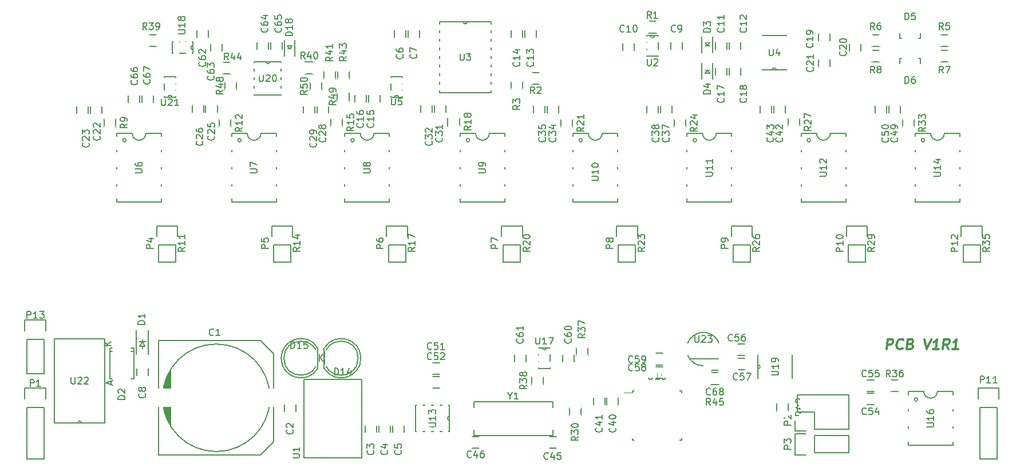
<source format=gto>
G04 #@! TF.FileFunction,Legend,Top*
%FSLAX46Y46*%
G04 Gerber Fmt 4.6, Leading zero omitted, Abs format (unit mm)*
G04 Created by KiCad (PCBNEW 4.0.2-stable) date 4/21/2016 10:24:52 PM*
%MOMM*%
G01*
G04 APERTURE LIST*
%ADD10C,0.100000*%
%ADD11C,0.300000*%
%ADD12C,0.152400*%
%ADD13C,0.150000*%
%ADD14R,0.755600X2.076400*%
%ADD15R,2.300000X2.400000*%
%ADD16C,2.300000*%
%ADD17R,1.650000X1.400000*%
%ADD18R,1.873200X0.755600*%
%ADD19R,6.400000X2.800300*%
%ADD20R,1.400000X1.650000*%
%ADD21R,1.620000X1.310000*%
%ADD22R,2.200860X2.899360*%
%ADD23R,1.200100X1.200100*%
%ADD24R,2.432000X2.127200*%
%ADD25O,2.432000X2.127200*%
%ADD26R,2.127200X2.127200*%
%ADD27O,2.127200X2.127200*%
%ADD28R,2.127200X2.432000*%
%ADD29O,2.127200X2.432000*%
%ADD30R,1.100000X1.700000*%
%ADD31R,1.700000X1.100000*%
%ADD32O,2.940000X2.432000*%
%ADD33R,6.000700X2.500580*%
%ADD34R,1.416000X0.958800*%
%ADD35R,2.432000X1.568400*%
%ADD36R,0.958800X1.416000*%
%ADD37R,2.381200X0.958800*%
%ADD38R,2.698700X0.958800*%
%ADD39R,0.933400X2.381200*%
%ADD40R,1.230000X1.030000*%
%ADD41C,1.924000*%
%ADD42R,2.300000X2.300000*%
%ADD43R,1.670000X1.670000*%
%ADD44R,1.600000X1.000000*%
%ADD45R,1.000000X1.600000*%
G04 APERTURE END LIST*
D10*
D11*
X130879466Y19321429D02*
X131066966Y20821429D01*
X131638394Y20821429D01*
X131772323Y20750000D01*
X131834822Y20678571D01*
X131888394Y20535714D01*
X131861609Y20321429D01*
X131772322Y20178571D01*
X131691966Y20107143D01*
X131540179Y20035714D01*
X130968751Y20035714D01*
X133254466Y19464286D02*
X133174108Y19392857D01*
X132950894Y19321429D01*
X132808037Y19321429D01*
X132602680Y19392857D01*
X132477679Y19535714D01*
X132424108Y19678571D01*
X132388394Y19964286D01*
X132415179Y20178571D01*
X132522323Y20464286D01*
X132611608Y20607143D01*
X132772323Y20750000D01*
X132995537Y20821429D01*
X133138394Y20821429D01*
X133343751Y20750000D01*
X133406251Y20678571D01*
X134477680Y20107143D02*
X134683037Y20035714D01*
X134745537Y19964286D01*
X134799109Y19821429D01*
X134772323Y19607143D01*
X134683037Y19464286D01*
X134602680Y19392857D01*
X134450894Y19321429D01*
X133879466Y19321429D01*
X134066966Y20821429D01*
X134566966Y20821429D01*
X134700894Y20750000D01*
X134763394Y20678571D01*
X134816965Y20535714D01*
X134799108Y20392857D01*
X134709823Y20250000D01*
X134629465Y20178571D01*
X134477680Y20107143D01*
X133977680Y20107143D01*
X136495537Y20821429D02*
X136808037Y19321429D01*
X137495537Y20821429D01*
X138593751Y19321429D02*
X137736608Y19321429D01*
X138165180Y19321429D02*
X138352680Y20821429D01*
X138183037Y20607143D01*
X138022322Y20464286D01*
X137870536Y20392857D01*
X140093751Y19321429D02*
X139683036Y20035714D01*
X139236608Y19321429D02*
X139424108Y20821429D01*
X139995536Y20821429D01*
X140129465Y20750000D01*
X140191964Y20678571D01*
X140245536Y20535714D01*
X140218751Y20321429D01*
X140129464Y20178571D01*
X140049108Y20107143D01*
X139897321Y20035714D01*
X139325893Y20035714D01*
X141522322Y19321429D02*
X140665179Y19321429D01*
X141093751Y19321429D02*
X141281251Y20821429D01*
X141111608Y20607143D01*
X140950893Y20464286D01*
X140799107Y20392857D01*
D12*
X112301630Y14502738D02*
X111996830Y14502738D01*
X111996830Y14502738D02*
X111996830Y13435938D01*
X111996830Y13435938D02*
X112301630Y13435938D01*
X112301630Y13435938D02*
X112301630Y14502738D01*
X112962030Y14502738D02*
X112657230Y14502738D01*
X112657230Y14502738D02*
X112657230Y13435938D01*
X112657230Y13435938D02*
X112962030Y13435938D01*
X112962030Y13435938D02*
X112962030Y14502738D01*
X113622430Y14502738D02*
X113317630Y14502738D01*
X113317630Y14502738D02*
X113317630Y13435938D01*
X113317630Y13435938D02*
X113622430Y13435938D01*
X113622430Y13435938D02*
X113622430Y14502738D01*
X114257430Y14502738D02*
X113952630Y14502738D01*
X113952630Y14502738D02*
X113952630Y13435938D01*
X113952630Y13435938D02*
X114257430Y13435938D01*
X114257430Y13435938D02*
X114257430Y14502738D01*
X114917830Y14502738D02*
X114613030Y14502738D01*
X114613030Y14502738D02*
X114613030Y13435938D01*
X114613030Y13435938D02*
X114917830Y13435938D01*
X114917830Y13435938D02*
X114917830Y14502738D01*
X115552830Y14502738D02*
X115248030Y14502738D01*
X115248030Y14502738D02*
X115248030Y13435938D01*
X115248030Y13435938D02*
X115552830Y13435938D01*
X115552830Y13435938D02*
X115552830Y14502738D01*
X116213230Y14502738D02*
X115908430Y14502738D01*
X115908430Y14502738D02*
X115908430Y13435938D01*
X115908430Y13435938D02*
X116213230Y13435938D01*
X116213230Y13435938D02*
X116213230Y14502738D01*
X116873630Y14502738D02*
X116568830Y14502738D01*
X116568830Y14502738D02*
X116568830Y13435938D01*
X116568830Y13435938D02*
X116873630Y13435938D01*
X116873630Y13435938D02*
X116873630Y14502738D01*
X116568830Y18973138D02*
X116873630Y18973138D01*
X116873630Y18973138D02*
X116873630Y20039938D01*
X116873630Y20039938D02*
X116568830Y20039938D01*
X116568830Y20039938D02*
X116568830Y18973138D01*
X115908430Y18973138D02*
X116213230Y18973138D01*
X116213230Y18973138D02*
X116213230Y20039938D01*
X116213230Y20039938D02*
X115908430Y20039938D01*
X115908430Y20039938D02*
X115908430Y18973138D01*
X115248030Y18973138D02*
X115552830Y18973138D01*
X115552830Y18973138D02*
X115552830Y20039938D01*
X115552830Y20039938D02*
X115248030Y20039938D01*
X115248030Y20039938D02*
X115248030Y18973138D01*
X114613030Y18973138D02*
X114917830Y18973138D01*
X114917830Y18973138D02*
X114917830Y20039938D01*
X114917830Y20039938D02*
X114613030Y20039938D01*
X114613030Y20039938D02*
X114613030Y18973138D01*
X113952630Y18973138D02*
X114257430Y18973138D01*
X114257430Y18973138D02*
X114257430Y20039938D01*
X114257430Y20039938D02*
X113952630Y20039938D01*
X113952630Y20039938D02*
X113952630Y18973138D01*
X113317630Y18973138D02*
X113622430Y18973138D01*
X113622430Y18973138D02*
X113622430Y20039938D01*
X113622430Y20039938D02*
X113317630Y20039938D01*
X113317630Y20039938D02*
X113317630Y18973138D01*
X112657230Y18973138D02*
X112962030Y18973138D01*
X112962030Y18973138D02*
X112962030Y20039938D01*
X112962030Y20039938D02*
X112657230Y20039938D01*
X112657230Y20039938D02*
X112657230Y18973138D01*
X111996830Y18973138D02*
X112301630Y18973138D01*
X112301630Y18973138D02*
X112301630Y20039938D01*
X112301630Y20039938D02*
X111996830Y20039938D01*
X111996830Y20039938D02*
X111996830Y18973138D01*
X116975230Y14502738D02*
X116975230Y18973138D01*
X116975230Y18973138D02*
X111895230Y18973138D01*
X111895230Y18973138D02*
X111895230Y14502738D01*
X111895230Y14502738D02*
X116975230Y14502738D01*
X111882530Y16433138D02*
G75*
G03X111882530Y17042738I0J304800D01*
G01*
D13*
X46754888Y19524904D02*
G75*
G03X46770000Y16500000I-2484888J-1524904D01*
G01*
X46770000Y19500000D02*
X46770000Y16500000D01*
X46787936Y18000000D02*
G75*
G03X46787936Y18000000I-2517936J0D01*
G01*
X89283414Y11139700D02*
X89283414Y12139700D01*
X87583414Y12139700D02*
X87583414Y11139700D01*
D12*
X116545200Y61064400D02*
X116545200Y60759600D01*
X116545200Y60759600D02*
X117510400Y60759600D01*
X117510400Y60759600D02*
X117510400Y61064400D01*
X117510400Y61064400D02*
X116545200Y61064400D01*
X116545200Y61724800D02*
X116545200Y61420000D01*
X116545200Y61420000D02*
X117510400Y61420000D01*
X117510400Y61420000D02*
X117510400Y61724800D01*
X117510400Y61724800D02*
X116545200Y61724800D01*
X116545200Y62385200D02*
X116545200Y62080400D01*
X116545200Y62080400D02*
X117510400Y62080400D01*
X117510400Y62080400D02*
X117510400Y62385200D01*
X117510400Y62385200D02*
X116545200Y62385200D01*
X116545200Y63020200D02*
X116545200Y62715400D01*
X116545200Y62715400D02*
X117510400Y62715400D01*
X117510400Y62715400D02*
X117510400Y63020200D01*
X117510400Y63020200D02*
X116545200Y63020200D01*
X116545200Y63680600D02*
X116545200Y63375800D01*
X116545200Y63375800D02*
X117510400Y63375800D01*
X117510400Y63375800D02*
X117510400Y63680600D01*
X117510400Y63680600D02*
X116545200Y63680600D01*
X116545200Y64315600D02*
X116545200Y64010800D01*
X116545200Y64010800D02*
X117510400Y64010800D01*
X117510400Y64010800D02*
X117510400Y64315600D01*
X117510400Y64315600D02*
X116545200Y64315600D01*
X116545200Y64976000D02*
X116545200Y64671200D01*
X116545200Y64671200D02*
X117510400Y64671200D01*
X117510400Y64671200D02*
X117510400Y64976000D01*
X117510400Y64976000D02*
X116545200Y64976000D01*
X116545200Y65636400D02*
X116545200Y65331600D01*
X116545200Y65331600D02*
X117510400Y65331600D01*
X117510400Y65331600D02*
X117510400Y65636400D01*
X117510400Y65636400D02*
X116545200Y65636400D01*
X112074800Y65331600D02*
X112074800Y65636400D01*
X112074800Y65636400D02*
X111109600Y65636400D01*
X111109600Y65636400D02*
X111109600Y65331600D01*
X111109600Y65331600D02*
X112074800Y65331600D01*
X112074800Y64671200D02*
X112074800Y64976000D01*
X112074800Y64976000D02*
X111109600Y64976000D01*
X111109600Y64976000D02*
X111109600Y64671200D01*
X111109600Y64671200D02*
X112074800Y64671200D01*
X112074800Y64010800D02*
X112074800Y64315600D01*
X112074800Y64315600D02*
X111109600Y64315600D01*
X111109600Y64315600D02*
X111109600Y64010800D01*
X111109600Y64010800D02*
X112074800Y64010800D01*
X112074800Y63375800D02*
X112074800Y63680600D01*
X112074800Y63680600D02*
X111109600Y63680600D01*
X111109600Y63680600D02*
X111109600Y63375800D01*
X111109600Y63375800D02*
X112074800Y63375800D01*
X112074800Y62715400D02*
X112074800Y63020200D01*
X112074800Y63020200D02*
X111109600Y63020200D01*
X111109600Y63020200D02*
X111109600Y62715400D01*
X111109600Y62715400D02*
X112074800Y62715400D01*
X112074800Y62080400D02*
X112074800Y62385200D01*
X112074800Y62385200D02*
X111109600Y62385200D01*
X111109600Y62385200D02*
X111109600Y62080400D01*
X111109600Y62080400D02*
X112074800Y62080400D01*
X112074800Y61420000D02*
X112074800Y61724800D01*
X112074800Y61724800D02*
X111109600Y61724800D01*
X111109600Y61724800D02*
X111109600Y61420000D01*
X111109600Y61420000D02*
X112074800Y61420000D01*
X112074800Y60759600D02*
X112074800Y61064400D01*
X112074800Y61064400D02*
X111109600Y61064400D01*
X111109600Y61064400D02*
X111109600Y60759600D01*
X111109600Y60759600D02*
X112074800Y60759600D01*
X116545200Y65738000D02*
X112074800Y65738000D01*
X112074800Y65738000D02*
X112074800Y60658000D01*
X112074800Y60658000D02*
X116545200Y60658000D01*
X116545200Y60658000D02*
X116545200Y65738000D01*
X114614800Y60645300D02*
G75*
G03X114005200Y60645300I-304800J0D01*
G01*
D13*
X23934000Y10944000D02*
X23934000Y13344000D01*
X24061000Y14044000D02*
X24061000Y10244000D01*
X24188000Y9744000D02*
X24188000Y14544000D01*
X24315000Y14944000D02*
X24315000Y9344000D01*
X24442000Y9144000D02*
X24442000Y15144000D01*
X23260000Y20644000D02*
X23260000Y3644000D01*
X23260000Y3644000D02*
X38260000Y3644000D01*
X38260000Y3644000D02*
X40260000Y5644000D01*
X40260000Y5644000D02*
X40260000Y18644000D01*
X38260000Y20644000D02*
X40260000Y18644000D01*
X38260000Y20644000D02*
X23260000Y20644000D01*
X39713000Y12144000D02*
G75*
G03X39713000Y12144000I-7953000J0D01*
G01*
X24585000Y8744000D02*
X24585000Y15544000D01*
X24735000Y8444000D02*
X24735000Y15844000D01*
X24885000Y8144000D02*
X24885000Y16144000D01*
X25035000Y7944000D02*
X25035000Y16344000D01*
X43532000Y10120000D02*
X43532000Y11120000D01*
X41832000Y11120000D02*
X41832000Y10120000D01*
X53770000Y8038761D02*
X53770000Y7038761D01*
X55470000Y7038761D02*
X55470000Y8038761D01*
X55802000Y8038761D02*
X55802000Y7038761D01*
X57502000Y7038761D02*
X57502000Y8038761D01*
X57834000Y8038761D02*
X57834000Y7038761D01*
X59534000Y7038761D02*
X59534000Y8038761D01*
X59788000Y65492000D02*
X59788000Y66492000D01*
X58088000Y66492000D02*
X58088000Y65492000D01*
X61820000Y65492000D02*
X61820000Y66492000D01*
X60120000Y66492000D02*
X60120000Y65492000D01*
X21688000Y15454000D02*
X21688000Y16454000D01*
X19988000Y16454000D02*
X19988000Y15454000D01*
X100682000Y63686000D02*
X100682000Y64686000D01*
X98982000Y64686000D02*
X98982000Y63686000D01*
X93570000Y63559000D02*
X93570000Y64559000D01*
X91870000Y64559000D02*
X91870000Y63559000D01*
X105586000Y64714000D02*
X105586000Y63714000D01*
X107286000Y63714000D02*
X107286000Y64714000D01*
X107618000Y64714000D02*
X107618000Y63714000D01*
X109318000Y63714000D02*
X109318000Y64714000D01*
X79092000Y65492000D02*
X79092000Y66492000D01*
X77392000Y66492000D02*
X77392000Y65492000D01*
X77060000Y65492000D02*
X77060000Y66492000D01*
X75360000Y66492000D02*
X75360000Y65492000D01*
X55956191Y55939807D02*
X55956191Y56939807D01*
X54256191Y56939807D02*
X54256191Y55939807D01*
X53924191Y55939807D02*
X53924191Y56939807D01*
X52224191Y56939807D02*
X52224191Y55939807D01*
X107286000Y59904000D02*
X107286000Y60904000D01*
X105586000Y60904000D02*
X105586000Y59904000D01*
X109318000Y59904000D02*
X109318000Y60904000D01*
X107618000Y60904000D02*
X107618000Y59904000D01*
X120826000Y65984000D02*
X120826000Y64984000D01*
X122526000Y64984000D02*
X122526000Y65984000D01*
X127098000Y63460000D02*
X127098000Y64460000D01*
X125398000Y64460000D02*
X125398000Y63460000D01*
X120826000Y62174000D02*
X120826000Y61174000D01*
X122526000Y61174000D02*
X122526000Y62174000D01*
X13130000Y55229362D02*
X13130000Y54229362D01*
X14830000Y54229362D02*
X14830000Y55229362D01*
X11098000Y55229362D02*
X11098000Y54229362D01*
X12798000Y54229362D02*
X12798000Y55229362D01*
X30200000Y55411164D02*
X30200000Y54411164D01*
X31900000Y54411164D02*
X31900000Y55411164D01*
X28200000Y55411164D02*
X28200000Y54411164D01*
X29900000Y54411164D02*
X29900000Y55411164D01*
X46664178Y55273068D02*
X46664178Y54273068D01*
X48364178Y54273068D02*
X48364178Y55273068D01*
X44625000Y55275000D02*
X44625000Y54275000D01*
X46325000Y54275000D02*
X46325000Y55275000D01*
X64002499Y55381537D02*
X64002499Y54381537D01*
X65702499Y54381537D02*
X65702499Y55381537D01*
X61970499Y55381537D02*
X61970499Y54381537D01*
X63670499Y54381537D02*
X63670499Y55381537D01*
X80694000Y55332000D02*
X80694000Y54332000D01*
X82394000Y54332000D02*
X82394000Y55332000D01*
X78662000Y55332000D02*
X78662000Y54332000D01*
X80362000Y54332000D02*
X80362000Y55332000D01*
X97458000Y55316000D02*
X97458000Y54316000D01*
X99158000Y54316000D02*
X99158000Y55316000D01*
X95426000Y55316000D02*
X95426000Y54316000D01*
X97126000Y54316000D02*
X97126000Y55316000D01*
X91250000Y11130700D02*
X91250000Y12130700D01*
X89550000Y12130700D02*
X89550000Y11130700D01*
X114222000Y55316000D02*
X114222000Y54316000D01*
X115922000Y54316000D02*
X115922000Y55316000D01*
X112190000Y55316000D02*
X112190000Y54316000D01*
X113890000Y54316000D02*
X113890000Y55316000D01*
X82044000Y6390000D02*
X81044000Y6390000D01*
X81044000Y4690000D02*
X82044000Y4690000D01*
X69614000Y4690000D02*
X70614000Y4690000D01*
X70614000Y6390000D02*
X69614000Y6390000D01*
X131240000Y55316000D02*
X131240000Y54316000D01*
X132940000Y54316000D02*
X132940000Y55316000D01*
X129208000Y55316000D02*
X129208000Y54316000D01*
X130908000Y54316000D02*
X130908000Y55316000D01*
X63772000Y15612000D02*
X64772000Y15612000D01*
X64772000Y17312000D02*
X63772000Y17312000D01*
X63772000Y13580000D02*
X64772000Y13580000D01*
X64772000Y15280000D02*
X63772000Y15280000D01*
X128034000Y11167000D02*
X129034000Y11167000D01*
X129034000Y12867000D02*
X128034000Y12867000D01*
X128034000Y13072000D02*
X129034000Y13072000D01*
X129034000Y14772000D02*
X128034000Y14772000D01*
X108931443Y18384369D02*
X109931443Y18384369D01*
X109931443Y20084369D02*
X108931443Y20084369D01*
X108951818Y16263178D02*
X109951818Y16263178D01*
X109951818Y17963178D02*
X108951818Y17963178D01*
X96827414Y15050000D02*
X97827414Y15050000D01*
X97827414Y16750000D02*
X96827414Y16750000D01*
X96827414Y17015312D02*
X97827414Y17015312D01*
X97827414Y18715312D02*
X96827414Y18715312D01*
X84680000Y17486000D02*
X84680000Y18486000D01*
X82980000Y18486000D02*
X82980000Y17486000D01*
X77568000Y17486000D02*
X77568000Y18486000D01*
X75868000Y18486000D02*
X75868000Y17486000D01*
X30578000Y65492000D02*
X30578000Y66492000D01*
X28878000Y66492000D02*
X28878000Y65492000D01*
X30910000Y64460000D02*
X30910000Y63460000D01*
X32610000Y63460000D02*
X32610000Y64460000D01*
X37768000Y64714000D02*
X37768000Y63714000D01*
X39468000Y63714000D02*
X39468000Y64714000D01*
X39800000Y64714000D02*
X39800000Y63714000D01*
X41500000Y63714000D02*
X41500000Y64714000D01*
X20418000Y55840000D02*
X20418000Y56840000D01*
X18718000Y56840000D02*
X18718000Y55840000D01*
X22450000Y55840000D02*
X22450000Y56840000D01*
X20750000Y56840000D02*
X20750000Y55840000D01*
X20838000Y19811500D02*
X20838000Y19430500D01*
X20838000Y20827500D02*
X20838000Y20446500D01*
X20838000Y20446500D02*
X21219000Y19811500D01*
X21219000Y19811500D02*
X20457000Y19811500D01*
X20457000Y19811500D02*
X20838000Y20446500D01*
X21346000Y20446500D02*
X20330000Y20446500D01*
X19938000Y22129000D02*
X19938000Y18589000D01*
X21738000Y22129000D02*
X21738000Y18589000D01*
X16039940Y19023140D02*
X16390460Y19023140D01*
X19540060Y19023140D02*
X19189540Y19023140D01*
X16039940Y14973560D02*
X16390460Y14973560D01*
X16039940Y19474440D02*
X16390460Y19474440D01*
X19540060Y19474440D02*
X19189540Y19474440D01*
X19540060Y14973560D02*
X19189540Y14973560D01*
X16039940Y19474440D02*
X16039940Y14973560D01*
X19540060Y19474440D02*
X19540060Y14973560D01*
X133076840Y65341760D02*
X133125100Y65341760D01*
X135875820Y66042800D02*
X135875820Y65341760D01*
X135875820Y65341760D02*
X135626900Y65341760D01*
X133076840Y65341760D02*
X132876180Y65341760D01*
X132876180Y65341760D02*
X132876180Y66042800D01*
X135675160Y62324240D02*
X135626900Y62324240D01*
X132876180Y61623200D02*
X132876180Y62324240D01*
X132876180Y62324240D02*
X133125100Y62324240D01*
X135675160Y62324240D02*
X135875820Y62324240D01*
X135875820Y62324240D02*
X135875820Y61623200D01*
X47745112Y16475096D02*
G75*
G03X47730000Y19500000I2484888J1524904D01*
G01*
X47730000Y16500000D02*
X47730000Y19500000D01*
X52747936Y18000000D02*
G75*
G03X52747936Y18000000I-2517936J0D01*
G01*
X3730000Y10730000D02*
X3730000Y3110000D01*
X6270000Y10730000D02*
X6270000Y3110000D01*
X6550000Y13550000D02*
X6550000Y12000000D01*
X3730000Y3110000D02*
X6270000Y3110000D01*
X6270000Y10730000D02*
X3730000Y10730000D01*
X3450000Y12000000D02*
X3450000Y13550000D01*
X3450000Y13550000D02*
X6550000Y13550000D01*
X120230000Y7480000D02*
X125310000Y7480000D01*
X117410000Y7200000D02*
X117410000Y8750000D01*
X117690000Y10020000D02*
X120230000Y10020000D01*
X120230000Y10020000D02*
X120230000Y7480000D01*
X125310000Y7480000D02*
X125310000Y12560000D01*
X125310000Y12560000D02*
X120230000Y12560000D01*
X117410000Y7200000D02*
X118960000Y7200000D01*
X117690000Y12560000D02*
X117690000Y10020000D01*
X120230000Y12560000D02*
X117690000Y12560000D01*
X120230000Y3980000D02*
X125310000Y3980000D01*
X125310000Y3980000D02*
X125310000Y6520000D01*
X125310000Y6520000D02*
X120230000Y6520000D01*
X117410000Y6800000D02*
X118960000Y6800000D01*
X120230000Y6520000D02*
X120230000Y3980000D01*
X118960000Y3700000D02*
X117410000Y3700000D01*
X117410000Y3700000D02*
X117410000Y6800000D01*
X144730000Y10730000D02*
X144730000Y3110000D01*
X147270000Y10730000D02*
X147270000Y3110000D01*
X147550000Y13550000D02*
X147550000Y12000000D01*
X144730000Y3110000D02*
X147270000Y3110000D01*
X147270000Y10730000D02*
X144730000Y10730000D01*
X144450000Y12000000D02*
X144450000Y13550000D01*
X144450000Y13550000D02*
X147550000Y13550000D01*
X96876000Y66105000D02*
X95676000Y66105000D01*
X95676000Y67855000D02*
X96876000Y67855000D01*
X79604000Y58513000D02*
X78404000Y58513000D01*
X78404000Y60263000D02*
X79604000Y60263000D01*
X77085000Y58972000D02*
X77085000Y57772000D01*
X75335000Y57772000D02*
X75335000Y58972000D01*
X140056000Y64101000D02*
X138856000Y64101000D01*
X138856000Y65851000D02*
X140056000Y65851000D01*
X129896000Y64101000D02*
X128696000Y64101000D01*
X128696000Y65851000D02*
X129896000Y65851000D01*
X140056000Y61815000D02*
X138856000Y61815000D01*
X138856000Y63565000D02*
X140056000Y63565000D01*
X129896000Y61815000D02*
X128696000Y61815000D01*
X128696000Y63565000D02*
X129896000Y63565000D01*
X15147578Y52224362D02*
X15147578Y53424362D01*
X16897578Y53424362D02*
X16897578Y52224362D01*
X32175000Y52184000D02*
X32175000Y53384000D01*
X33925000Y53384000D02*
X33925000Y52184000D01*
X48671178Y52268068D02*
X48671178Y53468068D01*
X50421178Y53468068D02*
X50421178Y52268068D01*
X66009499Y52376537D02*
X66009499Y53576537D01*
X67759499Y53576537D02*
X67759499Y52376537D01*
X82701000Y52184000D02*
X82701000Y53384000D01*
X84451000Y53384000D02*
X84451000Y52184000D01*
X99465000Y52184000D02*
X99465000Y53384000D01*
X101215000Y53384000D02*
X101215000Y52184000D01*
X116338840Y52342074D02*
X116338840Y53542074D01*
X118088840Y53542074D02*
X118088840Y52342074D01*
X85721000Y10712000D02*
X85721000Y9512000D01*
X83971000Y9512000D02*
X83971000Y10712000D01*
X133247000Y52184000D02*
X133247000Y53384000D01*
X134997000Y53384000D02*
X134997000Y52184000D01*
X131490000Y14797000D02*
X132690000Y14797000D01*
X132690000Y13047000D02*
X131490000Y13047000D01*
X80133000Y15284000D02*
X80133000Y14084000D01*
X78383000Y14084000D02*
X78383000Y15284000D01*
X22962000Y64101000D02*
X21762000Y64101000D01*
X21762000Y65851000D02*
X22962000Y65851000D01*
X44900000Y61825000D02*
X46100000Y61825000D01*
X46100000Y60075000D02*
X44900000Y60075000D01*
X47649000Y59296000D02*
X47649000Y60496000D01*
X49399000Y60496000D02*
X49399000Y59296000D01*
X116375000Y11350000D02*
X116375000Y10150000D01*
X114625000Y10150000D02*
X114625000Y11350000D01*
X49681000Y59296000D02*
X49681000Y60496000D01*
X51431000Y60496000D02*
X51431000Y59296000D01*
X33884000Y60037000D02*
X32684000Y60037000D01*
X32684000Y61787000D02*
X33884000Y61787000D01*
X53250000Y3296000D02*
X44750000Y3296000D01*
X44750000Y3296000D02*
X44750000Y14896000D01*
X44750000Y14896000D02*
X53250000Y14896000D01*
X53250000Y14896000D02*
X53250000Y3296000D01*
X81551620Y11595360D02*
X69852380Y11595360D01*
X69852380Y6596640D02*
X81551620Y6596640D01*
X69852380Y11595360D02*
X69852380Y10747000D01*
X69852380Y6596640D02*
X69852380Y7445000D01*
X81551620Y11595360D02*
X81551620Y10747000D01*
X81551620Y6596640D02*
X81551620Y7445000D01*
D12*
X25765600Y59642000D02*
X24038400Y59642000D01*
X24038400Y59642000D02*
X24038400Y56594000D01*
X24038400Y56594000D02*
X25765600Y56594000D01*
X25765600Y56594000D02*
X25765600Y59642000D01*
X25765600Y57432200D02*
X25765600Y56924200D01*
X25765600Y56924200D02*
X26400600Y56924200D01*
X26400600Y56924200D02*
X26400600Y57432200D01*
X26400600Y57432200D02*
X25765600Y57432200D01*
X25765600Y58372000D02*
X25765600Y57864000D01*
X25765600Y57864000D02*
X26400600Y57864000D01*
X26400600Y57864000D02*
X26400600Y58372000D01*
X26400600Y58372000D02*
X25765600Y58372000D01*
X25765600Y59311800D02*
X25765600Y58803800D01*
X25765600Y58803800D02*
X26400600Y58803800D01*
X26400600Y58803800D02*
X26400600Y59311800D01*
X26400600Y59311800D02*
X25765600Y59311800D01*
X24038400Y58803800D02*
X24038400Y59311800D01*
X24038400Y59311800D02*
X23403400Y59311800D01*
X23403400Y59311800D02*
X23403400Y58803800D01*
X23403400Y58803800D02*
X24038400Y58803800D01*
X24038400Y56924200D02*
X24038400Y57432200D01*
X24038400Y57432200D02*
X23403400Y57432200D01*
X23403400Y57432200D02*
X23403400Y56924200D01*
X23403400Y56924200D02*
X24038400Y56924200D01*
X25206800Y56594000D02*
G75*
G03X24597200Y56594000I-304800J0D01*
G01*
X59293600Y59642000D02*
X57566400Y59642000D01*
X57566400Y59642000D02*
X57566400Y56594000D01*
X57566400Y56594000D02*
X59293600Y56594000D01*
X59293600Y56594000D02*
X59293600Y59642000D01*
X59293600Y57432200D02*
X59293600Y56924200D01*
X59293600Y56924200D02*
X59928600Y56924200D01*
X59928600Y56924200D02*
X59928600Y57432200D01*
X59928600Y57432200D02*
X59293600Y57432200D01*
X59293600Y58372000D02*
X59293600Y57864000D01*
X59293600Y57864000D02*
X59928600Y57864000D01*
X59928600Y57864000D02*
X59928600Y58372000D01*
X59928600Y58372000D02*
X59293600Y58372000D01*
X59293600Y59311800D02*
X59293600Y58803800D01*
X59293600Y58803800D02*
X59928600Y58803800D01*
X59928600Y58803800D02*
X59928600Y59311800D01*
X59928600Y59311800D02*
X59293600Y59311800D01*
X57566400Y58803800D02*
X57566400Y59311800D01*
X57566400Y59311800D02*
X56931400Y59311800D01*
X56931400Y59311800D02*
X56931400Y58803800D01*
X56931400Y58803800D02*
X57566400Y58803800D01*
X57566400Y56924200D02*
X57566400Y57432200D01*
X57566400Y57432200D02*
X56931400Y57432200D01*
X56931400Y57432200D02*
X56931400Y56924200D01*
X56931400Y56924200D02*
X57566400Y56924200D01*
X58734800Y56594000D02*
G75*
G03X58125200Y56594000I-304800J0D01*
G01*
D13*
X135137999Y43767000D02*
X135137999Y43513000D01*
X135137999Y46307000D02*
X135137999Y46053000D01*
X135137999Y48847000D02*
X135137999Y48593000D01*
X141741999Y48847000D02*
X141741999Y48593000D01*
X141741999Y46307000D02*
X141741999Y46053000D01*
X141741999Y43767000D02*
X141741999Y43513000D01*
X136534999Y50244000D02*
G75*
G03X136534999Y50244000I-254000J0D01*
G01*
X137423999Y51260000D02*
X135137999Y51260000D01*
X141741999Y51260000D02*
X139455999Y51260000D01*
X137423999Y51260000D02*
G75*
G03X138439999Y50244000I1016000J0D01*
G01*
X138439999Y50244000D02*
G75*
G03X139455999Y51260000I0J1016000D01*
G01*
X141741999Y41100000D02*
X141741999Y41608000D01*
X135137999Y41100000D02*
X135137999Y41608000D01*
X135137999Y51260000D02*
X135137999Y50752000D01*
X141741999Y51260000D02*
X141741999Y50752000D01*
X141741999Y41100000D02*
X135137999Y41100000D01*
X118265142Y43767000D02*
X118265142Y43513000D01*
X118265142Y46307000D02*
X118265142Y46053000D01*
X118265142Y48847000D02*
X118265142Y48593000D01*
X124869142Y48847000D02*
X124869142Y48593000D01*
X124869142Y46307000D02*
X124869142Y46053000D01*
X124869142Y43767000D02*
X124869142Y43513000D01*
X119662142Y50244000D02*
G75*
G03X119662142Y50244000I-254000J0D01*
G01*
X120551142Y51260000D02*
X118265142Y51260000D01*
X124869142Y51260000D02*
X122583142Y51260000D01*
X120551142Y51260000D02*
G75*
G03X121567142Y50244000I1016000J0D01*
G01*
X121567142Y50244000D02*
G75*
G03X122583142Y51260000I0J1016000D01*
G01*
X124869142Y41100000D02*
X124869142Y41608000D01*
X118265142Y41100000D02*
X118265142Y41608000D01*
X118265142Y51260000D02*
X118265142Y50752000D01*
X124869142Y51260000D02*
X124869142Y50752000D01*
X124869142Y41100000D02*
X118265142Y41100000D01*
X101392285Y43767000D02*
X101392285Y43513000D01*
X101392285Y46307000D02*
X101392285Y46053000D01*
X101392285Y48847000D02*
X101392285Y48593000D01*
X107996285Y48847000D02*
X107996285Y48593000D01*
X107996285Y46307000D02*
X107996285Y46053000D01*
X107996285Y43767000D02*
X107996285Y43513000D01*
X102789285Y50244000D02*
G75*
G03X102789285Y50244000I-254000J0D01*
G01*
X103678285Y51260000D02*
X101392285Y51260000D01*
X107996285Y51260000D02*
X105710285Y51260000D01*
X103678285Y51260000D02*
G75*
G03X104694285Y50244000I1016000J0D01*
G01*
X104694285Y50244000D02*
G75*
G03X105710285Y51260000I0J1016000D01*
G01*
X107996285Y41100000D02*
X107996285Y41608000D01*
X101392285Y41100000D02*
X101392285Y41608000D01*
X101392285Y51260000D02*
X101392285Y50752000D01*
X107996285Y51260000D02*
X107996285Y50752000D01*
X107996285Y41100000D02*
X101392285Y41100000D01*
X84519428Y43767000D02*
X84519428Y43513000D01*
X84519428Y46307000D02*
X84519428Y46053000D01*
X84519428Y48847000D02*
X84519428Y48593000D01*
X91123428Y48847000D02*
X91123428Y48593000D01*
X91123428Y46307000D02*
X91123428Y46053000D01*
X91123428Y43767000D02*
X91123428Y43513000D01*
X85916428Y50244000D02*
G75*
G03X85916428Y50244000I-254000J0D01*
G01*
X86805428Y51260000D02*
X84519428Y51260000D01*
X91123428Y51260000D02*
X88837428Y51260000D01*
X86805428Y51260000D02*
G75*
G03X87821428Y50244000I1016000J0D01*
G01*
X87821428Y50244000D02*
G75*
G03X88837428Y51260000I0J1016000D01*
G01*
X91123428Y41100000D02*
X91123428Y41608000D01*
X84519428Y41100000D02*
X84519428Y41608000D01*
X84519428Y51260000D02*
X84519428Y50752000D01*
X91123428Y51260000D02*
X91123428Y50752000D01*
X91123428Y41100000D02*
X84519428Y41100000D01*
X67828000Y43767000D02*
X67828000Y43513000D01*
X67828000Y46307000D02*
X67828000Y46053000D01*
X67828000Y48847000D02*
X67828000Y48593000D01*
X74432000Y48847000D02*
X74432000Y48593000D01*
X74432000Y46307000D02*
X74432000Y46053000D01*
X74432000Y43767000D02*
X74432000Y43513000D01*
X69225000Y50244000D02*
G75*
G03X69225000Y50244000I-254000J0D01*
G01*
X70114000Y51260000D02*
X67828000Y51260000D01*
X74432000Y51260000D02*
X72146000Y51260000D01*
X70114000Y51260000D02*
G75*
G03X71130000Y50244000I1016000J0D01*
G01*
X71130000Y50244000D02*
G75*
G03X72146000Y51260000I0J1016000D01*
G01*
X74432000Y41100000D02*
X74432000Y41608000D01*
X67828000Y41100000D02*
X67828000Y41608000D01*
X67828000Y51260000D02*
X67828000Y50752000D01*
X74432000Y51260000D02*
X74432000Y50752000D01*
X74432000Y41100000D02*
X67828000Y41100000D01*
X50773714Y43767000D02*
X50773714Y43513000D01*
X50773714Y46307000D02*
X50773714Y46053000D01*
X50773714Y48847000D02*
X50773714Y48593000D01*
X57377714Y48847000D02*
X57377714Y48593000D01*
X57377714Y46307000D02*
X57377714Y46053000D01*
X57377714Y43767000D02*
X57377714Y43513000D01*
X52170714Y50244000D02*
G75*
G03X52170714Y50244000I-254000J0D01*
G01*
X53059714Y51260000D02*
X50773714Y51260000D01*
X57377714Y51260000D02*
X55091714Y51260000D01*
X53059714Y51260000D02*
G75*
G03X54075714Y50244000I1016000J0D01*
G01*
X54075714Y50244000D02*
G75*
G03X55091714Y51260000I0J1016000D01*
G01*
X57377714Y41100000D02*
X57377714Y41608000D01*
X50773714Y41100000D02*
X50773714Y41608000D01*
X50773714Y51260000D02*
X50773714Y50752000D01*
X57377714Y51260000D02*
X57377714Y50752000D01*
X57377714Y41100000D02*
X50773714Y41100000D01*
X134122000Y7953000D02*
X134122000Y7699000D01*
X134122000Y10493000D02*
X134122000Y10239000D01*
X140726000Y10493000D02*
X140726000Y10239000D01*
X140726000Y7953000D02*
X140726000Y7699000D01*
X135519000Y11890000D02*
G75*
G03X135519000Y11890000I-254000J0D01*
G01*
X136408000Y13106000D02*
X134122000Y13106000D01*
X140726000Y13106000D02*
X138440000Y13106000D01*
X136408000Y13106000D02*
G75*
G03X137424000Y12090000I1016000J0D01*
G01*
X137424000Y12090000D02*
G75*
G03X138440000Y13106000I0J1016000D01*
G01*
X134122000Y5105000D02*
X134122000Y5613000D01*
X134122000Y13106000D02*
X134122000Y12598000D01*
X140726000Y13106000D02*
X140726000Y12598000D01*
X140726000Y5105000D02*
X134122000Y5105000D01*
X140726000Y5105000D02*
X140726000Y5613000D01*
D12*
X25258020Y64812816D02*
X25258020Y63085616D01*
X25258020Y63085616D02*
X28306020Y63085616D01*
X28306020Y63085616D02*
X28306020Y64812816D01*
X28306020Y64812816D02*
X25258020Y64812816D01*
X27467820Y64812816D02*
X27975820Y64812816D01*
X27975820Y64812816D02*
X27975820Y65447816D01*
X27975820Y65447816D02*
X27467820Y65447816D01*
X27467820Y65447816D02*
X27467820Y64812816D01*
X26528020Y64812816D02*
X27036020Y64812816D01*
X27036020Y64812816D02*
X27036020Y65447816D01*
X27036020Y65447816D02*
X26528020Y65447816D01*
X26528020Y65447816D02*
X26528020Y64812816D01*
X25588220Y64812816D02*
X26096220Y64812816D01*
X26096220Y64812816D02*
X26096220Y65447816D01*
X26096220Y65447816D02*
X25588220Y65447816D01*
X25588220Y65447816D02*
X25588220Y64812816D01*
X26096220Y63085616D02*
X25588220Y63085616D01*
X25588220Y63085616D02*
X25588220Y62450616D01*
X25588220Y62450616D02*
X26096220Y62450616D01*
X26096220Y62450616D02*
X26096220Y63085616D01*
X27975820Y63085616D02*
X27467820Y63085616D01*
X27467820Y63085616D02*
X27467820Y62450616D01*
X27467820Y62450616D02*
X27975820Y62450616D01*
X27975820Y62450616D02*
X27975820Y63085616D01*
X28306020Y64254016D02*
G75*
G03X28306020Y63644416I0J-304800D01*
G01*
X79438800Y16508000D02*
X81166000Y16508000D01*
X81166000Y16508000D02*
X81166000Y19556000D01*
X81166000Y19556000D02*
X79438800Y19556000D01*
X79438800Y19556000D02*
X79438800Y16508000D01*
X79438800Y18717800D02*
X79438800Y19225800D01*
X79438800Y19225800D02*
X78803800Y19225800D01*
X78803800Y19225800D02*
X78803800Y18717800D01*
X78803800Y18717800D02*
X79438800Y18717800D01*
X79438800Y17778000D02*
X79438800Y18286000D01*
X79438800Y18286000D02*
X78803800Y18286000D01*
X78803800Y18286000D02*
X78803800Y17778000D01*
X78803800Y17778000D02*
X79438800Y17778000D01*
X79438800Y16838200D02*
X79438800Y17346200D01*
X79438800Y17346200D02*
X78803800Y17346200D01*
X78803800Y17346200D02*
X78803800Y16838200D01*
X78803800Y16838200D02*
X79438800Y16838200D01*
X81166000Y17346200D02*
X81166000Y16838200D01*
X81166000Y16838200D02*
X81801000Y16838200D01*
X81801000Y16838200D02*
X81801000Y17346200D01*
X81801000Y17346200D02*
X81166000Y17346200D01*
X81166000Y19225800D02*
X81166000Y18717800D01*
X81166000Y18717800D02*
X81801000Y18717800D01*
X81801000Y18717800D02*
X81801000Y19225800D01*
X81801000Y19225800D02*
X81166000Y19225800D01*
X79997600Y19556000D02*
G75*
G03X80607200Y19556000I304800J0D01*
G01*
X95412400Y62662000D02*
X97139600Y62662000D01*
X97139600Y62662000D02*
X97139600Y65710000D01*
X97139600Y65710000D02*
X95412400Y65710000D01*
X95412400Y65710000D02*
X95412400Y62662000D01*
X95412400Y64871800D02*
X95412400Y65379800D01*
X95412400Y65379800D02*
X94777400Y65379800D01*
X94777400Y65379800D02*
X94777400Y64871800D01*
X94777400Y64871800D02*
X95412400Y64871800D01*
X95412400Y63932000D02*
X95412400Y64440000D01*
X95412400Y64440000D02*
X94777400Y64440000D01*
X94777400Y64440000D02*
X94777400Y63932000D01*
X94777400Y63932000D02*
X95412400Y63932000D01*
X95412400Y62992200D02*
X95412400Y63500200D01*
X95412400Y63500200D02*
X94777400Y63500200D01*
X94777400Y63500200D02*
X94777400Y62992200D01*
X94777400Y62992200D02*
X95412400Y62992200D01*
X97139600Y63500200D02*
X97139600Y62992200D01*
X97139600Y62992200D02*
X97774600Y62992200D01*
X97774600Y62992200D02*
X97774600Y63500200D01*
X97774600Y63500200D02*
X97139600Y63500200D01*
X97139600Y65379800D02*
X97139600Y64871800D01*
X97139600Y64871800D02*
X97774600Y64871800D01*
X97774600Y64871800D02*
X97774600Y65379800D01*
X97774600Y65379800D02*
X97139600Y65379800D01*
X95971200Y65710000D02*
G75*
G03X96580800Y65710000I304800J0D01*
G01*
X37398800Y61039000D02*
X37398800Y61547000D01*
X37398800Y61547000D02*
X36281200Y61547000D01*
X36281200Y61547000D02*
X36281200Y61039000D01*
X36281200Y61039000D02*
X37398800Y61039000D01*
X37398800Y59769000D02*
X37398800Y60277000D01*
X37398800Y60277000D02*
X36281200Y60277000D01*
X36281200Y60277000D02*
X36281200Y59769000D01*
X36281200Y59769000D02*
X37398800Y59769000D01*
X37398800Y58499000D02*
X37398800Y59007000D01*
X37398800Y59007000D02*
X36281200Y59007000D01*
X36281200Y59007000D02*
X36281200Y58499000D01*
X36281200Y58499000D02*
X37398800Y58499000D01*
X37398800Y57229000D02*
X37398800Y57737000D01*
X37398800Y57737000D02*
X36281200Y57737000D01*
X36281200Y57737000D02*
X36281200Y57229000D01*
X36281200Y57229000D02*
X37398800Y57229000D01*
X41361200Y57737000D02*
X41361200Y57229000D01*
X41361200Y57229000D02*
X42478800Y57229000D01*
X42478800Y57229000D02*
X42478800Y57737000D01*
X42478800Y57737000D02*
X41361200Y57737000D01*
X41361200Y59007000D02*
X41361200Y58499000D01*
X41361200Y58499000D02*
X42478800Y58499000D01*
X42478800Y58499000D02*
X42478800Y59007000D01*
X42478800Y59007000D02*
X41361200Y59007000D01*
X41361200Y60277000D02*
X41361200Y59769000D01*
X41361200Y59769000D02*
X42478800Y59769000D01*
X42478800Y59769000D02*
X42478800Y60277000D01*
X42478800Y60277000D02*
X41361200Y60277000D01*
X41361200Y61547000D02*
X41361200Y61039000D01*
X41361200Y61039000D02*
X42478800Y61039000D01*
X42478800Y61039000D02*
X42478800Y61547000D01*
X42478800Y61547000D02*
X41361200Y61547000D01*
X37398800Y56898800D02*
X41361200Y56898800D01*
X41361200Y56898800D02*
X41361200Y61877200D01*
X41361200Y61877200D02*
X37398800Y61877200D01*
X37398800Y61877200D02*
X37398800Y56898800D01*
X39075200Y61889900D02*
G75*
G03X39684800Y61889900I304800J0D01*
G01*
X64780000Y66710594D02*
X64780000Y67218594D01*
X64780000Y67218594D02*
X63256000Y67218594D01*
X63256000Y67218594D02*
X63256000Y66710594D01*
X63256000Y66710594D02*
X64780000Y66710594D01*
X64780000Y65440594D02*
X64780000Y65948594D01*
X64780000Y65948594D02*
X63256000Y65948594D01*
X63256000Y65948594D02*
X63256000Y65440594D01*
X63256000Y65440594D02*
X64780000Y65440594D01*
X64780000Y64170594D02*
X64780000Y64678594D01*
X64780000Y64678594D02*
X63256000Y64678594D01*
X63256000Y64678594D02*
X63256000Y64170594D01*
X63256000Y64170594D02*
X64780000Y64170594D01*
X64780000Y62900594D02*
X64780000Y63408594D01*
X64780000Y63408594D02*
X63256000Y63408594D01*
X63256000Y63408594D02*
X63256000Y62900594D01*
X63256000Y62900594D02*
X64780000Y62900594D01*
X64780000Y61630594D02*
X64780000Y62138594D01*
X64780000Y62138594D02*
X63256000Y62138594D01*
X63256000Y62138594D02*
X63256000Y61630594D01*
X63256000Y61630594D02*
X64780000Y61630594D01*
X64780000Y60360594D02*
X64780000Y60868594D01*
X64780000Y60868594D02*
X63256000Y60868594D01*
X63256000Y60868594D02*
X63256000Y60360594D01*
X63256000Y60360594D02*
X64780000Y60360594D01*
X64780000Y59090594D02*
X64780000Y59598594D01*
X64780000Y59598594D02*
X63256000Y59598594D01*
X63256000Y59598594D02*
X63256000Y59090594D01*
X63256000Y59090594D02*
X64780000Y59090594D01*
X64780000Y57820594D02*
X64780000Y58328594D01*
X64780000Y58328594D02*
X63256000Y58328594D01*
X63256000Y58328594D02*
X63256000Y57820594D01*
X63256000Y57820594D02*
X64780000Y57820594D01*
X72400000Y58328594D02*
X72400000Y57820594D01*
X72400000Y57820594D02*
X73924000Y57820594D01*
X73924000Y57820594D02*
X73924000Y58328594D01*
X73924000Y58328594D02*
X72400000Y58328594D01*
X72400000Y59598594D02*
X72400000Y59090594D01*
X72400000Y59090594D02*
X73924000Y59090594D01*
X73924000Y59090594D02*
X73924000Y59598594D01*
X73924000Y59598594D02*
X72400000Y59598594D01*
X72400000Y60868594D02*
X72400000Y60360594D01*
X72400000Y60360594D02*
X73924000Y60360594D01*
X73924000Y60360594D02*
X73924000Y60868594D01*
X73924000Y60868594D02*
X72400000Y60868594D01*
X72400000Y62138594D02*
X72400000Y61630594D01*
X72400000Y61630594D02*
X73924000Y61630594D01*
X73924000Y61630594D02*
X73924000Y62138594D01*
X73924000Y62138594D02*
X72400000Y62138594D01*
X72400000Y63408594D02*
X72400000Y62900594D01*
X72400000Y62900594D02*
X73924000Y62900594D01*
X73924000Y62900594D02*
X73924000Y63408594D01*
X73924000Y63408594D02*
X72400000Y63408594D01*
X72400000Y64678594D02*
X72400000Y64170594D01*
X72400000Y64170594D02*
X73924000Y64170594D01*
X73924000Y64170594D02*
X73924000Y64678594D01*
X73924000Y64678594D02*
X72400000Y64678594D01*
X72400000Y65948594D02*
X72400000Y65440594D01*
X72400000Y65440594D02*
X73924000Y65440594D01*
X73924000Y65440594D02*
X73924000Y65948594D01*
X73924000Y65948594D02*
X72400000Y65948594D01*
X72400000Y67218594D02*
X72400000Y66710594D01*
X72400000Y66710594D02*
X73924000Y66710594D01*
X73924000Y66710594D02*
X73924000Y67218594D01*
X73924000Y67218594D02*
X72400000Y67218594D01*
X64780000Y57287194D02*
X72400000Y57287194D01*
X72400000Y57287194D02*
X72400000Y67751994D01*
X72400000Y67751994D02*
X64780000Y67751994D01*
X64780000Y67751994D02*
X64780000Y57287194D01*
X68285200Y67764694D02*
G75*
G03X68894800Y67764694I304800J0D01*
G01*
X65440400Y11077200D02*
X65897600Y11077200D01*
X65897600Y11077200D02*
X65897600Y12194800D01*
X65897600Y12194800D02*
X65415000Y12194800D01*
X65415000Y12194800D02*
X65440400Y11077200D01*
X64170400Y11077200D02*
X64627600Y11077200D01*
X64627600Y11077200D02*
X64627600Y12194800D01*
X64627600Y12194800D02*
X64145000Y12194800D01*
X64145000Y12194800D02*
X64170400Y11077200D01*
X62900400Y11077200D02*
X63357600Y11077200D01*
X63357600Y11077200D02*
X63357600Y12194800D01*
X63357600Y12194800D02*
X62875000Y12194800D01*
X62875000Y12194800D02*
X62900400Y11077200D01*
X61630400Y11077200D02*
X62087600Y11077200D01*
X62087600Y11077200D02*
X62087600Y12194800D01*
X62087600Y12194800D02*
X61605000Y12194800D01*
X61605000Y12194800D02*
X61630400Y11077200D01*
X62087600Y7114800D02*
X61630400Y7114800D01*
X61630400Y7114800D02*
X61630400Y5997200D01*
X61630400Y5997200D02*
X62113000Y5997200D01*
X62113000Y5997200D02*
X62087600Y7114800D01*
X63357600Y7114800D02*
X62900400Y7114800D01*
X62900400Y7114800D02*
X62900400Y5997200D01*
X62900400Y5997200D02*
X63383000Y5997200D01*
X63383000Y5997200D02*
X63357600Y7114800D01*
X64627600Y7114800D02*
X64170400Y7114800D01*
X64170400Y7114800D02*
X64170400Y5997200D01*
X64170400Y5997200D02*
X64653000Y5997200D01*
X64653000Y5997200D02*
X64627600Y7114800D01*
X65897600Y7114800D02*
X65440400Y7114800D01*
X65440400Y7114800D02*
X65440400Y5997200D01*
X65440400Y5997200D02*
X65923000Y5997200D01*
X65923000Y5997200D02*
X65897600Y7114800D01*
X61274800Y11077200D02*
X61274800Y7114800D01*
X61274800Y7114800D02*
X66253200Y7114800D01*
X66253200Y7114800D02*
X66253200Y11077200D01*
X66253200Y11077200D02*
X61274800Y11077200D01*
X66265900Y9400800D02*
G75*
G03X66265900Y8791200I0J-304800D01*
G01*
D13*
X17028000Y43767000D02*
X17028000Y43513000D01*
X17028000Y46307000D02*
X17028000Y46053000D01*
X17028000Y48847000D02*
X17028000Y48593000D01*
X23632000Y48847000D02*
X23632000Y48593000D01*
X23632000Y46307000D02*
X23632000Y46053000D01*
X23632000Y43767000D02*
X23632000Y43513000D01*
X18425000Y50244000D02*
G75*
G03X18425000Y50244000I-254000J0D01*
G01*
X19314000Y51260000D02*
X17028000Y51260000D01*
X23632000Y51260000D02*
X21346000Y51260000D01*
X19314000Y51260000D02*
G75*
G03X20330000Y50244000I1016000J0D01*
G01*
X20330000Y50244000D02*
G75*
G03X21346000Y51260000I0J1016000D01*
G01*
X23632000Y41100000D02*
X23632000Y41608000D01*
X17028000Y41100000D02*
X17028000Y41608000D01*
X17028000Y51260000D02*
X17028000Y50752000D01*
X23632000Y51260000D02*
X23632000Y50752000D01*
X23632000Y41100000D02*
X17028000Y41100000D01*
X34046000Y43767000D02*
X34046000Y43513000D01*
X34046000Y46307000D02*
X34046000Y46053000D01*
X34046000Y48847000D02*
X34046000Y48593000D01*
X40650000Y48847000D02*
X40650000Y48593000D01*
X40650000Y46307000D02*
X40650000Y46053000D01*
X40650000Y43767000D02*
X40650000Y43513000D01*
X35443000Y50244000D02*
G75*
G03X35443000Y50244000I-254000J0D01*
G01*
X36332000Y51260000D02*
X34046000Y51260000D01*
X40650000Y51260000D02*
X38364000Y51260000D01*
X36332000Y51260000D02*
G75*
G03X37348000Y50244000I1016000J0D01*
G01*
X37348000Y50244000D02*
G75*
G03X38364000Y51260000I0J1016000D01*
G01*
X40650000Y41100000D02*
X40650000Y41608000D01*
X34046000Y41100000D02*
X34046000Y41608000D01*
X34046000Y51260000D02*
X34046000Y50752000D01*
X40650000Y51260000D02*
X40650000Y50752000D01*
X40650000Y41100000D02*
X34046000Y41100000D01*
X104992000Y16230000D02*
X105992000Y16230000D01*
X105992000Y17930000D02*
X104992000Y17930000D01*
X104900000Y15875000D02*
X106100000Y15875000D01*
X106100000Y14125000D02*
X104900000Y14125000D01*
X3730000Y20810000D02*
X3730000Y15730000D01*
X3730000Y15730000D02*
X6270000Y15730000D01*
X6270000Y15730000D02*
X6270000Y20810000D01*
X6550000Y23630000D02*
X6550000Y22080000D01*
X6270000Y20810000D02*
X3730000Y20810000D01*
X3450000Y22080000D02*
X3450000Y23630000D01*
X3450000Y23630000D02*
X6550000Y23630000D01*
X42611795Y64224209D02*
X42611795Y64474209D01*
X42611795Y63724209D02*
X42611795Y63474209D01*
X42611795Y63724209D02*
X42261795Y64224209D01*
X42261795Y64224209D02*
X42961795Y64224209D01*
X42961795Y64224209D02*
X42611795Y63724209D01*
X42261795Y63724209D02*
X42961795Y63724209D01*
X43411795Y62674209D02*
X43411795Y65074209D01*
X41811795Y62674209D02*
X41811795Y65074209D01*
X104404000Y60154000D02*
X104404000Y59904000D01*
X104404000Y60654000D02*
X104404000Y60904000D01*
X104404000Y60654000D02*
X104754000Y60154000D01*
X104754000Y60154000D02*
X104054000Y60154000D01*
X104054000Y60154000D02*
X104404000Y60654000D01*
X104754000Y60654000D02*
X104054000Y60654000D01*
X103604000Y61704000D02*
X103604000Y59304000D01*
X105204000Y61704000D02*
X105204000Y59304000D01*
X104404000Y64718000D02*
X104404000Y64968000D01*
X104404000Y64218000D02*
X104404000Y63968000D01*
X104404000Y64218000D02*
X104054000Y64718000D01*
X104054000Y64718000D02*
X104754000Y64718000D01*
X104754000Y64718000D02*
X104404000Y64218000D01*
X104054000Y64218000D02*
X104754000Y64218000D01*
X105204000Y63168000D02*
X105204000Y65568000D01*
X103604000Y63168000D02*
X103604000Y65568000D01*
X86737000Y19602000D02*
X86737000Y18402000D01*
X84987000Y18402000D02*
X84987000Y19602000D01*
D12*
X15299200Y20890000D02*
X7780800Y20890000D01*
X7780800Y20890000D02*
X7780800Y8393200D01*
X7780800Y8393200D02*
X15299200Y8393200D01*
X15299200Y8393200D02*
X15299200Y20890000D01*
X11844800Y8393200D02*
G75*
G03X11235200Y8393200I-304800J0D01*
G01*
D13*
X22950000Y37590000D02*
X22950000Y36040000D01*
X23230000Y32230000D02*
X23230000Y34770000D01*
X23230000Y34770000D02*
X25770000Y34770000D01*
X26050000Y36040000D02*
X26050000Y37590000D01*
X26050000Y37590000D02*
X22950000Y37590000D01*
X25770000Y34770000D02*
X25770000Y32230000D01*
X25770000Y32230000D02*
X23230000Y32230000D01*
X39950000Y37590000D02*
X39950000Y36040000D01*
X40230000Y32230000D02*
X40230000Y34770000D01*
X40230000Y34770000D02*
X42770000Y34770000D01*
X43050000Y36040000D02*
X43050000Y37590000D01*
X43050000Y37590000D02*
X39950000Y37590000D01*
X42770000Y34770000D02*
X42770000Y32230000D01*
X42770000Y32230000D02*
X40230000Y32230000D01*
X56950000Y37590000D02*
X56950000Y36040000D01*
X57230000Y32230000D02*
X57230000Y34770000D01*
X57230000Y34770000D02*
X59770000Y34770000D01*
X60050000Y36040000D02*
X60050000Y37590000D01*
X60050000Y37590000D02*
X56950000Y37590000D01*
X59770000Y34770000D02*
X59770000Y32230000D01*
X59770000Y32230000D02*
X57230000Y32230000D01*
X73950000Y37590000D02*
X73950000Y36040000D01*
X74230000Y32230000D02*
X74230000Y34770000D01*
X74230000Y34770000D02*
X76770000Y34770000D01*
X77050000Y36040000D02*
X77050000Y37590000D01*
X77050000Y37590000D02*
X73950000Y37590000D01*
X76770000Y34770000D02*
X76770000Y32230000D01*
X76770000Y32230000D02*
X74230000Y32230000D01*
X90950000Y37590000D02*
X90950000Y36040000D01*
X91230000Y32230000D02*
X91230000Y34770000D01*
X91230000Y34770000D02*
X93770000Y34770000D01*
X94050000Y36040000D02*
X94050000Y37590000D01*
X94050000Y37590000D02*
X90950000Y37590000D01*
X93770000Y34770000D02*
X93770000Y32230000D01*
X93770000Y32230000D02*
X91230000Y32230000D01*
X107950000Y37590000D02*
X107950000Y36040000D01*
X108230000Y32230000D02*
X108230000Y34770000D01*
X108230000Y34770000D02*
X110770000Y34770000D01*
X111050000Y36040000D02*
X111050000Y37590000D01*
X111050000Y37590000D02*
X107950000Y37590000D01*
X110770000Y34770000D02*
X110770000Y32230000D01*
X110770000Y32230000D02*
X108230000Y32230000D01*
X141950000Y37590000D02*
X141950000Y36040000D01*
X142230000Y32230000D02*
X142230000Y34770000D01*
X142230000Y34770000D02*
X144770000Y34770000D01*
X145050000Y36040000D02*
X145050000Y37590000D01*
X145050000Y37590000D02*
X141950000Y37590000D01*
X144770000Y34770000D02*
X144770000Y32230000D01*
X144770000Y32230000D02*
X142230000Y32230000D01*
X124950000Y37590000D02*
X124950000Y36040000D01*
X125230000Y32230000D02*
X125230000Y34770000D01*
X125230000Y34770000D02*
X127770000Y34770000D01*
X128050000Y36040000D02*
X128050000Y37590000D01*
X128050000Y37590000D02*
X124950000Y37590000D01*
X127770000Y34770000D02*
X127770000Y32230000D01*
X127770000Y32230000D02*
X125230000Y32230000D01*
D12*
X101797400Y17874800D02*
X105810600Y17874800D01*
X106162972Y20101860D02*
G75*
G03X103804000Y16871500I-2358972J-753860D01*
G01*
X101708500Y19348000D02*
G75*
G03X101708500Y19348000I-127000J0D01*
G01*
D13*
X34775000Y58900000D02*
X34775000Y57700000D01*
X33025000Y57700000D02*
X33025000Y58900000D01*
X51375000Y57300000D02*
X51375000Y56100000D01*
X49625000Y56100000D02*
X49625000Y57300000D01*
X47375000Y58850000D02*
X47375000Y57650000D01*
X45625000Y57650000D02*
X45625000Y58850000D01*
X93317414Y13125000D02*
X93317414Y12825000D01*
X100567414Y13125000D02*
X100567414Y12825000D01*
X100567414Y5875000D02*
X100567414Y6175000D01*
X93317414Y5875000D02*
X93317414Y6175000D01*
X93317414Y13125000D02*
X93617414Y13125000D01*
X93317414Y5875000D02*
X93617414Y5875000D01*
X100567414Y5875000D02*
X100267414Y5875000D01*
X100567414Y13125000D02*
X100267414Y13125000D01*
X93317414Y12825000D02*
X92092414Y12825000D01*
X113887611Y15499843D02*
X114697135Y15499843D01*
X114792373Y15547462D01*
X114839992Y15595081D01*
X114887611Y15690319D01*
X114887611Y15880796D01*
X114839992Y15976034D01*
X114792373Y16023653D01*
X114697135Y16071272D01*
X113887611Y16071272D01*
X114887611Y17071272D02*
X114887611Y16499843D01*
X114887611Y16785557D02*
X113887611Y16785557D01*
X114030468Y16690319D01*
X114125706Y16595081D01*
X114173325Y16499843D01*
X114887611Y17547462D02*
X114887611Y17737938D01*
X114839992Y17833177D01*
X114792373Y17880796D01*
X114649516Y17976034D01*
X114459040Y18023653D01*
X114078087Y18023653D01*
X113982849Y17976034D01*
X113935230Y17928415D01*
X113887611Y17833177D01*
X113887611Y17642700D01*
X113935230Y17547462D01*
X113982849Y17499843D01*
X114078087Y17452224D01*
X114316182Y17452224D01*
X114411420Y17499843D01*
X114459040Y17547462D01*
X114506659Y17642700D01*
X114506659Y17833177D01*
X114459040Y17928415D01*
X114411420Y17976034D01*
X114316182Y18023653D01*
X42801714Y19452619D02*
X42801714Y20452619D01*
X43039809Y20452619D01*
X43182667Y20405000D01*
X43277905Y20309762D01*
X43325524Y20214524D01*
X43373143Y20024048D01*
X43373143Y19881190D01*
X43325524Y19690714D01*
X43277905Y19595476D01*
X43182667Y19500238D01*
X43039809Y19452619D01*
X42801714Y19452619D01*
X44325524Y19452619D02*
X43754095Y19452619D01*
X44039809Y19452619D02*
X44039809Y20452619D01*
X43944571Y20309762D01*
X43849333Y20214524D01*
X43754095Y20166905D01*
X45230286Y20452619D02*
X44754095Y20452619D01*
X44706476Y19976429D01*
X44754095Y20024048D01*
X44849333Y20071667D01*
X45087429Y20071667D01*
X45182667Y20024048D01*
X45230286Y19976429D01*
X45277905Y19881190D01*
X45277905Y19643095D01*
X45230286Y19547857D01*
X45182667Y19500238D01*
X45087429Y19452619D01*
X44849333Y19452619D01*
X44754095Y19500238D01*
X44706476Y19547857D01*
X46988095Y17547619D02*
X46988095Y18547619D01*
X47559524Y17547619D02*
X47130952Y18119048D01*
X47559524Y18547619D02*
X46988095Y17976190D01*
X88759143Y7691143D02*
X88806762Y7643524D01*
X88854381Y7500667D01*
X88854381Y7405429D01*
X88806762Y7262571D01*
X88711524Y7167333D01*
X88616286Y7119714D01*
X88425810Y7072095D01*
X88282952Y7072095D01*
X88092476Y7119714D01*
X87997238Y7167333D01*
X87902000Y7262571D01*
X87854381Y7405429D01*
X87854381Y7500667D01*
X87902000Y7643524D01*
X87949619Y7691143D01*
X88187714Y8548286D02*
X88854381Y8548286D01*
X87806762Y8310190D02*
X88521048Y8072095D01*
X88521048Y8691143D01*
X88854381Y9595905D02*
X88854381Y9024476D01*
X88854381Y9310190D02*
X87854381Y9310190D01*
X87997238Y9214952D01*
X88092476Y9119714D01*
X88140095Y9024476D01*
X113548095Y63745619D02*
X113548095Y62936095D01*
X113595714Y62840857D01*
X113643333Y62793238D01*
X113738571Y62745619D01*
X113929048Y62745619D01*
X114024286Y62793238D01*
X114071905Y62840857D01*
X114119524Y62936095D01*
X114119524Y63745619D01*
X115024286Y63412286D02*
X115024286Y62745619D01*
X114786190Y63793238D02*
X114548095Y63078952D01*
X115167143Y63078952D01*
X31339334Y21438857D02*
X31291715Y21391238D01*
X31148858Y21343619D01*
X31053620Y21343619D01*
X30910762Y21391238D01*
X30815524Y21486476D01*
X30767905Y21581714D01*
X30720286Y21772190D01*
X30720286Y21915048D01*
X30767905Y22105524D01*
X30815524Y22200762D01*
X30910762Y22296000D01*
X31053620Y22343619D01*
X31148858Y22343619D01*
X31291715Y22296000D01*
X31339334Y22248381D01*
X32291715Y21343619D02*
X31720286Y21343619D01*
X32006000Y21343619D02*
X32006000Y22343619D01*
X31910762Y22200762D01*
X31815524Y22105524D01*
X31720286Y22057905D01*
X43039143Y7405334D02*
X43086762Y7357715D01*
X43134381Y7214858D01*
X43134381Y7119620D01*
X43086762Y6976762D01*
X42991524Y6881524D01*
X42896286Y6833905D01*
X42705810Y6786286D01*
X42562952Y6786286D01*
X42372476Y6833905D01*
X42277238Y6881524D01*
X42182000Y6976762D01*
X42134381Y7119620D01*
X42134381Y7214858D01*
X42182000Y7357715D01*
X42229619Y7405334D01*
X42229619Y7786286D02*
X42182000Y7833905D01*
X42134381Y7929143D01*
X42134381Y8167239D01*
X42182000Y8262477D01*
X42229619Y8310096D01*
X42324857Y8357715D01*
X42420095Y8357715D01*
X42562952Y8310096D01*
X43134381Y7738667D01*
X43134381Y8357715D01*
X54977143Y4357334D02*
X55024762Y4309715D01*
X55072381Y4166858D01*
X55072381Y4071620D01*
X55024762Y3928762D01*
X54929524Y3833524D01*
X54834286Y3785905D01*
X54643810Y3738286D01*
X54500952Y3738286D01*
X54310476Y3785905D01*
X54215238Y3833524D01*
X54120000Y3928762D01*
X54072381Y4071620D01*
X54072381Y4166858D01*
X54120000Y4309715D01*
X54167619Y4357334D01*
X54072381Y4690667D02*
X54072381Y5309715D01*
X54453333Y4976381D01*
X54453333Y5119239D01*
X54500952Y5214477D01*
X54548571Y5262096D01*
X54643810Y5309715D01*
X54881905Y5309715D01*
X54977143Y5262096D01*
X55024762Y5214477D01*
X55072381Y5119239D01*
X55072381Y4833524D01*
X55024762Y4738286D01*
X54977143Y4690667D01*
X57009143Y4357334D02*
X57056762Y4309715D01*
X57104381Y4166858D01*
X57104381Y4071620D01*
X57056762Y3928762D01*
X56961524Y3833524D01*
X56866286Y3785905D01*
X56675810Y3738286D01*
X56532952Y3738286D01*
X56342476Y3785905D01*
X56247238Y3833524D01*
X56152000Y3928762D01*
X56104381Y4071620D01*
X56104381Y4166858D01*
X56152000Y4309715D01*
X56199619Y4357334D01*
X56437714Y5214477D02*
X57104381Y5214477D01*
X56056762Y4976381D02*
X56771048Y4738286D01*
X56771048Y5357334D01*
X59041143Y4357334D02*
X59088762Y4309715D01*
X59136381Y4166858D01*
X59136381Y4071620D01*
X59088762Y3928762D01*
X58993524Y3833524D01*
X58898286Y3785905D01*
X58707810Y3738286D01*
X58564952Y3738286D01*
X58374476Y3785905D01*
X58279238Y3833524D01*
X58184000Y3928762D01*
X58136381Y4071620D01*
X58136381Y4166858D01*
X58184000Y4309715D01*
X58231619Y4357334D01*
X58136381Y5262096D02*
X58136381Y4785905D01*
X58612571Y4738286D01*
X58564952Y4785905D01*
X58517333Y4881143D01*
X58517333Y5119239D01*
X58564952Y5214477D01*
X58612571Y5262096D01*
X58707810Y5309715D01*
X58945905Y5309715D01*
X59041143Y5262096D01*
X59088762Y5214477D01*
X59136381Y5119239D01*
X59136381Y4881143D01*
X59088762Y4785905D01*
X59041143Y4738286D01*
X59295143Y62924740D02*
X59342762Y62877121D01*
X59390381Y62734264D01*
X59390381Y62639026D01*
X59342762Y62496168D01*
X59247524Y62400930D01*
X59152286Y62353311D01*
X58961810Y62305692D01*
X58818952Y62305692D01*
X58628476Y62353311D01*
X58533238Y62400930D01*
X58438000Y62496168D01*
X58390381Y62639026D01*
X58390381Y62734264D01*
X58438000Y62877121D01*
X58485619Y62924740D01*
X58390381Y63781883D02*
X58390381Y63591406D01*
X58438000Y63496168D01*
X58485619Y63448549D01*
X58628476Y63353311D01*
X58818952Y63305692D01*
X59199905Y63305692D01*
X59295143Y63353311D01*
X59342762Y63400930D01*
X59390381Y63496168D01*
X59390381Y63686645D01*
X59342762Y63781883D01*
X59295143Y63829502D01*
X59199905Y63877121D01*
X58961810Y63877121D01*
X58866571Y63829502D01*
X58818952Y63781883D01*
X58771333Y63686645D01*
X58771333Y63496168D01*
X58818952Y63400930D01*
X58866571Y63353311D01*
X58961810Y63305692D01*
X61327143Y62990740D02*
X61374762Y62943121D01*
X61422381Y62800264D01*
X61422381Y62705026D01*
X61374762Y62562168D01*
X61279524Y62466930D01*
X61184286Y62419311D01*
X60993810Y62371692D01*
X60850952Y62371692D01*
X60660476Y62419311D01*
X60565238Y62466930D01*
X60470000Y62562168D01*
X60422381Y62705026D01*
X60422381Y62800264D01*
X60470000Y62943121D01*
X60517619Y62990740D01*
X60422381Y63324073D02*
X60422381Y63990740D01*
X61422381Y63562168D01*
X21195143Y12739334D02*
X21242762Y12691715D01*
X21290381Y12548858D01*
X21290381Y12453620D01*
X21242762Y12310762D01*
X21147524Y12215524D01*
X21052286Y12167905D01*
X20861810Y12120286D01*
X20718952Y12120286D01*
X20528476Y12167905D01*
X20433238Y12215524D01*
X20338000Y12310762D01*
X20290381Y12453620D01*
X20290381Y12548858D01*
X20338000Y12691715D01*
X20385619Y12739334D01*
X20718952Y13310762D02*
X20671333Y13215524D01*
X20623714Y13167905D01*
X20528476Y13120286D01*
X20480857Y13120286D01*
X20385619Y13167905D01*
X20338000Y13215524D01*
X20290381Y13310762D01*
X20290381Y13501239D01*
X20338000Y13596477D01*
X20385619Y13644096D01*
X20480857Y13691715D01*
X20528476Y13691715D01*
X20623714Y13644096D01*
X20671333Y13596477D01*
X20718952Y13501239D01*
X20718952Y13310762D01*
X20766571Y13215524D01*
X20814190Y13167905D01*
X20909429Y13120286D01*
X21099905Y13120286D01*
X21195143Y13167905D01*
X21242762Y13215524D01*
X21290381Y13310762D01*
X21290381Y13501239D01*
X21242762Y13596477D01*
X21195143Y13644096D01*
X21099905Y13691715D01*
X20909429Y13691715D01*
X20814190Y13644096D01*
X20766571Y13596477D01*
X20718952Y13501239D01*
X99665334Y66368857D02*
X99617715Y66321238D01*
X99474858Y66273619D01*
X99379620Y66273619D01*
X99236762Y66321238D01*
X99141524Y66416476D01*
X99093905Y66511714D01*
X99046286Y66702190D01*
X99046286Y66845048D01*
X99093905Y67035524D01*
X99141524Y67130762D01*
X99236762Y67226000D01*
X99379620Y67273619D01*
X99474858Y67273619D01*
X99617715Y67226000D01*
X99665334Y67178381D01*
X100141524Y66273619D02*
X100332000Y66273619D01*
X100427239Y66321238D01*
X100474858Y66368857D01*
X100570096Y66511714D01*
X100617715Y66702190D01*
X100617715Y67083143D01*
X100570096Y67178381D01*
X100522477Y67226000D01*
X100427239Y67273619D01*
X100236762Y67273619D01*
X100141524Y67226000D01*
X100093905Y67178381D01*
X100046286Y67083143D01*
X100046286Y66845048D01*
X100093905Y66749810D01*
X100141524Y66702190D01*
X100236762Y66654571D01*
X100427239Y66654571D01*
X100522477Y66702190D01*
X100570096Y66749810D01*
X100617715Y66845048D01*
X92077143Y66368857D02*
X92029524Y66321238D01*
X91886667Y66273619D01*
X91791429Y66273619D01*
X91648571Y66321238D01*
X91553333Y66416476D01*
X91505714Y66511714D01*
X91458095Y66702190D01*
X91458095Y66845048D01*
X91505714Y67035524D01*
X91553333Y67130762D01*
X91648571Y67226000D01*
X91791429Y67273619D01*
X91886667Y67273619D01*
X92029524Y67226000D01*
X92077143Y67178381D01*
X93029524Y66273619D02*
X92458095Y66273619D01*
X92743809Y66273619D02*
X92743809Y67273619D01*
X92648571Y67130762D01*
X92553333Y67035524D01*
X92458095Y66987905D01*
X93648571Y67273619D02*
X93743810Y67273619D01*
X93839048Y67226000D01*
X93886667Y67178381D01*
X93934286Y67083143D01*
X93981905Y66892667D01*
X93981905Y66654571D01*
X93934286Y66464095D01*
X93886667Y66368857D01*
X93839048Y66321238D01*
X93743810Y66273619D01*
X93648571Y66273619D01*
X93553333Y66321238D01*
X93505714Y66368857D01*
X93458095Y66464095D01*
X93410476Y66654571D01*
X93410476Y66892667D01*
X93458095Y67083143D01*
X93505714Y67178381D01*
X93553333Y67226000D01*
X93648571Y67273619D01*
X106793143Y66857143D02*
X106840762Y66809524D01*
X106888381Y66666667D01*
X106888381Y66571429D01*
X106840762Y66428571D01*
X106745524Y66333333D01*
X106650286Y66285714D01*
X106459810Y66238095D01*
X106316952Y66238095D01*
X106126476Y66285714D01*
X106031238Y66333333D01*
X105936000Y66428571D01*
X105888381Y66571429D01*
X105888381Y66666667D01*
X105936000Y66809524D01*
X105983619Y66857143D01*
X106888381Y67809524D02*
X106888381Y67238095D01*
X106888381Y67523809D02*
X105888381Y67523809D01*
X106031238Y67428571D01*
X106126476Y67333333D01*
X106174095Y67238095D01*
X106888381Y68761905D02*
X106888381Y68190476D01*
X106888381Y68476190D02*
X105888381Y68476190D01*
X106031238Y68380952D01*
X106126476Y68285714D01*
X106174095Y68190476D01*
X110107143Y66857143D02*
X110154762Y66809524D01*
X110202381Y66666667D01*
X110202381Y66571429D01*
X110154762Y66428571D01*
X110059524Y66333333D01*
X109964286Y66285714D01*
X109773810Y66238095D01*
X109630952Y66238095D01*
X109440476Y66285714D01*
X109345238Y66333333D01*
X109250000Y66428571D01*
X109202381Y66571429D01*
X109202381Y66666667D01*
X109250000Y66809524D01*
X109297619Y66857143D01*
X110202381Y67809524D02*
X110202381Y67238095D01*
X110202381Y67523809D02*
X109202381Y67523809D01*
X109345238Y67428571D01*
X109440476Y67333333D01*
X109488095Y67238095D01*
X109297619Y68190476D02*
X109250000Y68238095D01*
X109202381Y68333333D01*
X109202381Y68571429D01*
X109250000Y68666667D01*
X109297619Y68714286D01*
X109392857Y68761905D01*
X109488095Y68761905D01*
X109630952Y68714286D01*
X110202381Y68142857D01*
X110202381Y68761905D01*
X78599143Y61793143D02*
X78646762Y61745524D01*
X78694381Y61602667D01*
X78694381Y61507429D01*
X78646762Y61364571D01*
X78551524Y61269333D01*
X78456286Y61221714D01*
X78265810Y61174095D01*
X78122952Y61174095D01*
X77932476Y61221714D01*
X77837238Y61269333D01*
X77742000Y61364571D01*
X77694381Y61507429D01*
X77694381Y61602667D01*
X77742000Y61745524D01*
X77789619Y61793143D01*
X78694381Y62745524D02*
X78694381Y62174095D01*
X78694381Y62459809D02*
X77694381Y62459809D01*
X77837238Y62364571D01*
X77932476Y62269333D01*
X77980095Y62174095D01*
X77694381Y63078857D02*
X77694381Y63697905D01*
X78075333Y63364571D01*
X78075333Y63507429D01*
X78122952Y63602667D01*
X78170571Y63650286D01*
X78265810Y63697905D01*
X78503905Y63697905D01*
X78599143Y63650286D01*
X78646762Y63602667D01*
X78694381Y63507429D01*
X78694381Y63221714D01*
X78646762Y63126476D01*
X78599143Y63078857D01*
X76567143Y61793143D02*
X76614762Y61745524D01*
X76662381Y61602667D01*
X76662381Y61507429D01*
X76614762Y61364571D01*
X76519524Y61269333D01*
X76424286Y61221714D01*
X76233810Y61174095D01*
X76090952Y61174095D01*
X75900476Y61221714D01*
X75805238Y61269333D01*
X75710000Y61364571D01*
X75662381Y61507429D01*
X75662381Y61602667D01*
X75710000Y61745524D01*
X75757619Y61793143D01*
X76662381Y62745524D02*
X76662381Y62174095D01*
X76662381Y62459809D02*
X75662381Y62459809D01*
X75805238Y62364571D01*
X75900476Y62269333D01*
X75948095Y62174095D01*
X75995714Y63602667D02*
X76662381Y63602667D01*
X75614762Y63364571D02*
X76329048Y63126476D01*
X76329048Y63745524D01*
X54955334Y52748950D02*
X55002953Y52701331D01*
X55050572Y52558474D01*
X55050572Y52463236D01*
X55002953Y52320378D01*
X54907715Y52225140D01*
X54812477Y52177521D01*
X54622001Y52129902D01*
X54479143Y52129902D01*
X54288667Y52177521D01*
X54193429Y52225140D01*
X54098191Y52320378D01*
X54050572Y52463236D01*
X54050572Y52558474D01*
X54098191Y52701331D01*
X54145810Y52748950D01*
X55050572Y53701331D02*
X55050572Y53129902D01*
X55050572Y53415616D02*
X54050572Y53415616D01*
X54193429Y53320378D01*
X54288667Y53225140D01*
X54336286Y53129902D01*
X54050572Y54606093D02*
X54050572Y54129902D01*
X54526762Y54082283D01*
X54479143Y54129902D01*
X54431524Y54225140D01*
X54431524Y54463236D01*
X54479143Y54558474D01*
X54526762Y54606093D01*
X54622001Y54653712D01*
X54860096Y54653712D01*
X54955334Y54606093D01*
X55002953Y54558474D01*
X55050572Y54463236D01*
X55050572Y54225140D01*
X55002953Y54129902D01*
X54955334Y54082283D01*
X53431334Y52748950D02*
X53478953Y52701331D01*
X53526572Y52558474D01*
X53526572Y52463236D01*
X53478953Y52320378D01*
X53383715Y52225140D01*
X53288477Y52177521D01*
X53098001Y52129902D01*
X52955143Y52129902D01*
X52764667Y52177521D01*
X52669429Y52225140D01*
X52574191Y52320378D01*
X52526572Y52463236D01*
X52526572Y52558474D01*
X52574191Y52701331D01*
X52621810Y52748950D01*
X53526572Y53701331D02*
X53526572Y53129902D01*
X53526572Y53415616D02*
X52526572Y53415616D01*
X52669429Y53320378D01*
X52764667Y53225140D01*
X52812286Y53129902D01*
X52526572Y54558474D02*
X52526572Y54367997D01*
X52574191Y54272759D01*
X52621810Y54225140D01*
X52764667Y54129902D01*
X52955143Y54082283D01*
X53336096Y54082283D01*
X53431334Y54129902D01*
X53478953Y54177521D01*
X53526572Y54272759D01*
X53526572Y54463236D01*
X53478953Y54558474D01*
X53431334Y54606093D01*
X53336096Y54653712D01*
X53098001Y54653712D01*
X53002762Y54606093D01*
X52955143Y54558474D01*
X52907524Y54463236D01*
X52907524Y54272759D01*
X52955143Y54177521D01*
X53002762Y54129902D01*
X53098001Y54082283D01*
X106793143Y56459143D02*
X106840762Y56411524D01*
X106888381Y56268667D01*
X106888381Y56173429D01*
X106840762Y56030571D01*
X106745524Y55935333D01*
X106650286Y55887714D01*
X106459810Y55840095D01*
X106316952Y55840095D01*
X106126476Y55887714D01*
X106031238Y55935333D01*
X105936000Y56030571D01*
X105888381Y56173429D01*
X105888381Y56268667D01*
X105936000Y56411524D01*
X105983619Y56459143D01*
X106888381Y57411524D02*
X106888381Y56840095D01*
X106888381Y57125809D02*
X105888381Y57125809D01*
X106031238Y57030571D01*
X106126476Y56935333D01*
X106174095Y56840095D01*
X105888381Y57744857D02*
X105888381Y58411524D01*
X106888381Y57982952D01*
X110107143Y56459143D02*
X110154762Y56411524D01*
X110202381Y56268667D01*
X110202381Y56173429D01*
X110154762Y56030571D01*
X110059524Y55935333D01*
X109964286Y55887714D01*
X109773810Y55840095D01*
X109630952Y55840095D01*
X109440476Y55887714D01*
X109345238Y55935333D01*
X109250000Y56030571D01*
X109202381Y56173429D01*
X109202381Y56268667D01*
X109250000Y56411524D01*
X109297619Y56459143D01*
X110202381Y57411524D02*
X110202381Y56840095D01*
X110202381Y57125809D02*
X109202381Y57125809D01*
X109345238Y57030571D01*
X109440476Y56935333D01*
X109488095Y56840095D01*
X109630952Y57982952D02*
X109583333Y57887714D01*
X109535714Y57840095D01*
X109440476Y57792476D01*
X109392857Y57792476D01*
X109297619Y57840095D01*
X109250000Y57887714D01*
X109202381Y57982952D01*
X109202381Y58173429D01*
X109250000Y58268667D01*
X109297619Y58316286D01*
X109392857Y58363905D01*
X109440476Y58363905D01*
X109535714Y58316286D01*
X109583333Y58268667D01*
X109630952Y58173429D01*
X109630952Y57982952D01*
X109678571Y57887714D01*
X109726190Y57840095D01*
X109821429Y57792476D01*
X110011905Y57792476D01*
X110107143Y57840095D01*
X110154762Y57887714D01*
X110202381Y57982952D01*
X110202381Y58173429D01*
X110154762Y58268667D01*
X110107143Y58316286D01*
X110011905Y58363905D01*
X109821429Y58363905D01*
X109726190Y58316286D01*
X109678571Y58268667D01*
X109630952Y58173429D01*
X119933143Y64587143D02*
X119980762Y64539524D01*
X120028381Y64396667D01*
X120028381Y64301429D01*
X119980762Y64158571D01*
X119885524Y64063333D01*
X119790286Y64015714D01*
X119599810Y63968095D01*
X119456952Y63968095D01*
X119266476Y64015714D01*
X119171238Y64063333D01*
X119076000Y64158571D01*
X119028381Y64301429D01*
X119028381Y64396667D01*
X119076000Y64539524D01*
X119123619Y64587143D01*
X120028381Y65539524D02*
X120028381Y64968095D01*
X120028381Y65253809D02*
X119028381Y65253809D01*
X119171238Y65158571D01*
X119266476Y65063333D01*
X119314095Y64968095D01*
X120028381Y66015714D02*
X120028381Y66206190D01*
X119980762Y66301429D01*
X119933143Y66349048D01*
X119790286Y66444286D01*
X119599810Y66491905D01*
X119218857Y66491905D01*
X119123619Y66444286D01*
X119076000Y66396667D01*
X119028381Y66301429D01*
X119028381Y66110952D01*
X119076000Y66015714D01*
X119123619Y65968095D01*
X119218857Y65920476D01*
X119456952Y65920476D01*
X119552190Y65968095D01*
X119599810Y66015714D01*
X119647429Y66110952D01*
X119647429Y66301429D01*
X119599810Y66396667D01*
X119552190Y66444286D01*
X119456952Y66491905D01*
X124857143Y63357143D02*
X124904762Y63309524D01*
X124952381Y63166667D01*
X124952381Y63071429D01*
X124904762Y62928571D01*
X124809524Y62833333D01*
X124714286Y62785714D01*
X124523810Y62738095D01*
X124380952Y62738095D01*
X124190476Y62785714D01*
X124095238Y62833333D01*
X124000000Y62928571D01*
X123952381Y63071429D01*
X123952381Y63166667D01*
X124000000Y63309524D01*
X124047619Y63357143D01*
X124047619Y63738095D02*
X124000000Y63785714D01*
X123952381Y63880952D01*
X123952381Y64119048D01*
X124000000Y64214286D01*
X124047619Y64261905D01*
X124142857Y64309524D01*
X124238095Y64309524D01*
X124380952Y64261905D01*
X124952381Y63690476D01*
X124952381Y64309524D01*
X123952381Y64928571D02*
X123952381Y65023810D01*
X124000000Y65119048D01*
X124047619Y65166667D01*
X124142857Y65214286D01*
X124333333Y65261905D01*
X124571429Y65261905D01*
X124761905Y65214286D01*
X124857143Y65166667D01*
X124904762Y65119048D01*
X124952381Y65023810D01*
X124952381Y64928571D01*
X124904762Y64833333D01*
X124857143Y64785714D01*
X124761905Y64738095D01*
X124571429Y64690476D01*
X124333333Y64690476D01*
X124142857Y64738095D01*
X124047619Y64785714D01*
X124000000Y64833333D01*
X123952381Y64928571D01*
X120001143Y61031143D02*
X120048762Y60983524D01*
X120096381Y60840667D01*
X120096381Y60745429D01*
X120048762Y60602571D01*
X119953524Y60507333D01*
X119858286Y60459714D01*
X119667810Y60412095D01*
X119524952Y60412095D01*
X119334476Y60459714D01*
X119239238Y60507333D01*
X119144000Y60602571D01*
X119096381Y60745429D01*
X119096381Y60840667D01*
X119144000Y60983524D01*
X119191619Y61031143D01*
X119191619Y61412095D02*
X119144000Y61459714D01*
X119096381Y61554952D01*
X119096381Y61793048D01*
X119144000Y61888286D01*
X119191619Y61935905D01*
X119286857Y61983524D01*
X119382095Y61983524D01*
X119524952Y61935905D01*
X120096381Y61364476D01*
X120096381Y61983524D01*
X120096381Y62935905D02*
X120096381Y62364476D01*
X120096381Y62650190D02*
X119096381Y62650190D01*
X119239238Y62554952D01*
X119334476Y62459714D01*
X119382095Y62364476D01*
X14503260Y50871143D02*
X14550879Y50823524D01*
X14598498Y50680667D01*
X14598498Y50585429D01*
X14550879Y50442571D01*
X14455641Y50347333D01*
X14360403Y50299714D01*
X14169927Y50252095D01*
X14027069Y50252095D01*
X13836593Y50299714D01*
X13741355Y50347333D01*
X13646117Y50442571D01*
X13598498Y50585429D01*
X13598498Y50680667D01*
X13646117Y50823524D01*
X13693736Y50871143D01*
X13693736Y51252095D02*
X13646117Y51299714D01*
X13598498Y51394952D01*
X13598498Y51633048D01*
X13646117Y51728286D01*
X13693736Y51775905D01*
X13788974Y51823524D01*
X13884212Y51823524D01*
X14027069Y51775905D01*
X14598498Y51204476D01*
X14598498Y51823524D01*
X13693736Y52204476D02*
X13646117Y52252095D01*
X13598498Y52347333D01*
X13598498Y52585429D01*
X13646117Y52680667D01*
X13693736Y52728286D01*
X13788974Y52775905D01*
X13884212Y52775905D01*
X14027069Y52728286D01*
X14598498Y52156857D01*
X14598498Y52775905D01*
X12857143Y49857143D02*
X12904762Y49809524D01*
X12952381Y49666667D01*
X12952381Y49571429D01*
X12904762Y49428571D01*
X12809524Y49333333D01*
X12714286Y49285714D01*
X12523810Y49238095D01*
X12380952Y49238095D01*
X12190476Y49285714D01*
X12095238Y49333333D01*
X12000000Y49428571D01*
X11952381Y49571429D01*
X11952381Y49666667D01*
X12000000Y49809524D01*
X12047619Y49857143D01*
X12047619Y50238095D02*
X12000000Y50285714D01*
X11952381Y50380952D01*
X11952381Y50619048D01*
X12000000Y50714286D01*
X12047619Y50761905D01*
X12142857Y50809524D01*
X12238095Y50809524D01*
X12380952Y50761905D01*
X12952381Y50190476D01*
X12952381Y50809524D01*
X11952381Y51142857D02*
X11952381Y51761905D01*
X12333333Y51428571D01*
X12333333Y51571429D01*
X12380952Y51666667D01*
X12428571Y51714286D01*
X12523810Y51761905D01*
X12761905Y51761905D01*
X12857143Y51714286D01*
X12904762Y51666667D01*
X12952381Y51571429D01*
X12952381Y51285714D01*
X12904762Y51190476D01*
X12857143Y51142857D01*
X31391451Y50871143D02*
X31439070Y50823524D01*
X31486689Y50680667D01*
X31486689Y50585429D01*
X31439070Y50442571D01*
X31343832Y50347333D01*
X31248594Y50299714D01*
X31058118Y50252095D01*
X30915260Y50252095D01*
X30724784Y50299714D01*
X30629546Y50347333D01*
X30534308Y50442571D01*
X30486689Y50585429D01*
X30486689Y50680667D01*
X30534308Y50823524D01*
X30581927Y50871143D01*
X30581927Y51252095D02*
X30534308Y51299714D01*
X30486689Y51394952D01*
X30486689Y51633048D01*
X30534308Y51728286D01*
X30581927Y51775905D01*
X30677165Y51823524D01*
X30772403Y51823524D01*
X30915260Y51775905D01*
X31486689Y51204476D01*
X31486689Y51823524D01*
X30486689Y52728286D02*
X30486689Y52252095D01*
X30962879Y52204476D01*
X30915260Y52252095D01*
X30867641Y52347333D01*
X30867641Y52585429D01*
X30915260Y52680667D01*
X30962879Y52728286D01*
X31058118Y52775905D01*
X31296213Y52775905D01*
X31391451Y52728286D01*
X31439070Y52680667D01*
X31486689Y52585429D01*
X31486689Y52347333D01*
X31439070Y52252095D01*
X31391451Y52204476D01*
X29687143Y50107143D02*
X29734762Y50059524D01*
X29782381Y49916667D01*
X29782381Y49821429D01*
X29734762Y49678571D01*
X29639524Y49583333D01*
X29544286Y49535714D01*
X29353810Y49488095D01*
X29210952Y49488095D01*
X29020476Y49535714D01*
X28925238Y49583333D01*
X28830000Y49678571D01*
X28782381Y49821429D01*
X28782381Y49916667D01*
X28830000Y50059524D01*
X28877619Y50107143D01*
X28877619Y50488095D02*
X28830000Y50535714D01*
X28782381Y50630952D01*
X28782381Y50869048D01*
X28830000Y50964286D01*
X28877619Y51011905D01*
X28972857Y51059524D01*
X29068095Y51059524D01*
X29210952Y51011905D01*
X29782381Y50440476D01*
X29782381Y51059524D01*
X28782381Y51916667D02*
X28782381Y51726190D01*
X28830000Y51630952D01*
X28877619Y51583333D01*
X29020476Y51488095D01*
X29210952Y51440476D01*
X29591905Y51440476D01*
X29687143Y51488095D01*
X29734762Y51535714D01*
X29782381Y51630952D01*
X29782381Y51821429D01*
X29734762Y51916667D01*
X29687143Y51964286D01*
X29591905Y52011905D01*
X29353810Y52011905D01*
X29258571Y51964286D01*
X29210952Y51916667D01*
X29163333Y51821429D01*
X29163333Y51630952D01*
X29210952Y51535714D01*
X29258571Y51488095D01*
X29353810Y51440476D01*
X47865143Y50617143D02*
X47912762Y50569524D01*
X47960381Y50426667D01*
X47960381Y50331429D01*
X47912762Y50188571D01*
X47817524Y50093333D01*
X47722286Y50045714D01*
X47531810Y49998095D01*
X47388952Y49998095D01*
X47198476Y50045714D01*
X47103238Y50093333D01*
X47008000Y50188571D01*
X46960381Y50331429D01*
X46960381Y50426667D01*
X47008000Y50569524D01*
X47055619Y50617143D01*
X47055619Y50998095D02*
X47008000Y51045714D01*
X46960381Y51140952D01*
X46960381Y51379048D01*
X47008000Y51474286D01*
X47055619Y51521905D01*
X47150857Y51569524D01*
X47246095Y51569524D01*
X47388952Y51521905D01*
X47960381Y50950476D01*
X47960381Y51569524D01*
X47388952Y52140952D02*
X47341333Y52045714D01*
X47293714Y51998095D01*
X47198476Y51950476D01*
X47150857Y51950476D01*
X47055619Y51998095D01*
X47008000Y52045714D01*
X46960381Y52140952D01*
X46960381Y52331429D01*
X47008000Y52426667D01*
X47055619Y52474286D01*
X47150857Y52521905D01*
X47198476Y52521905D01*
X47293714Y52474286D01*
X47341333Y52426667D01*
X47388952Y52331429D01*
X47388952Y52140952D01*
X47436571Y52045714D01*
X47484190Y51998095D01*
X47579429Y51950476D01*
X47769905Y51950476D01*
X47865143Y51998095D01*
X47912762Y52045714D01*
X47960381Y52140952D01*
X47960381Y52331429D01*
X47912762Y52426667D01*
X47865143Y52474286D01*
X47769905Y52521905D01*
X47579429Y52521905D01*
X47484190Y52474286D01*
X47436571Y52426667D01*
X47388952Y52331429D01*
X46476965Y49859075D02*
X46524584Y49811456D01*
X46572203Y49668599D01*
X46572203Y49573361D01*
X46524584Y49430503D01*
X46429346Y49335265D01*
X46334108Y49287646D01*
X46143632Y49240027D01*
X46000774Y49240027D01*
X45810298Y49287646D01*
X45715060Y49335265D01*
X45619822Y49430503D01*
X45572203Y49573361D01*
X45572203Y49668599D01*
X45619822Y49811456D01*
X45667441Y49859075D01*
X45667441Y50240027D02*
X45619822Y50287646D01*
X45572203Y50382884D01*
X45572203Y50620980D01*
X45619822Y50716218D01*
X45667441Y50763837D01*
X45762679Y50811456D01*
X45857917Y50811456D01*
X46000774Y50763837D01*
X46572203Y50192408D01*
X46572203Y50811456D01*
X46572203Y51287646D02*
X46572203Y51478122D01*
X46524584Y51573361D01*
X46476965Y51620980D01*
X46334108Y51716218D01*
X46143632Y51763837D01*
X45762679Y51763837D01*
X45667441Y51716218D01*
X45619822Y51668599D01*
X45572203Y51573361D01*
X45572203Y51382884D01*
X45619822Y51287646D01*
X45667441Y51240027D01*
X45762679Y51192408D01*
X46000774Y51192408D01*
X46096012Y51240027D01*
X46143632Y51287646D01*
X46191251Y51382884D01*
X46191251Y51573361D01*
X46143632Y51668599D01*
X46096012Y51716218D01*
X46000774Y51763837D01*
X65107143Y50617143D02*
X65154762Y50569524D01*
X65202381Y50426667D01*
X65202381Y50331429D01*
X65154762Y50188571D01*
X65059524Y50093333D01*
X64964286Y50045714D01*
X64773810Y49998095D01*
X64630952Y49998095D01*
X64440476Y50045714D01*
X64345238Y50093333D01*
X64250000Y50188571D01*
X64202381Y50331429D01*
X64202381Y50426667D01*
X64250000Y50569524D01*
X64297619Y50617143D01*
X64202381Y50950476D02*
X64202381Y51569524D01*
X64583333Y51236190D01*
X64583333Y51379048D01*
X64630952Y51474286D01*
X64678571Y51521905D01*
X64773810Y51569524D01*
X65011905Y51569524D01*
X65107143Y51521905D01*
X65154762Y51474286D01*
X65202381Y51379048D01*
X65202381Y51093333D01*
X65154762Y50998095D01*
X65107143Y50950476D01*
X65202381Y52521905D02*
X65202381Y51950476D01*
X65202381Y52236190D02*
X64202381Y52236190D01*
X64345238Y52140952D01*
X64440476Y52045714D01*
X64488095Y51950476D01*
X63607143Y50107143D02*
X63654762Y50059524D01*
X63702381Y49916667D01*
X63702381Y49821429D01*
X63654762Y49678571D01*
X63559524Y49583333D01*
X63464286Y49535714D01*
X63273810Y49488095D01*
X63130952Y49488095D01*
X62940476Y49535714D01*
X62845238Y49583333D01*
X62750000Y49678571D01*
X62702381Y49821429D01*
X62702381Y49916667D01*
X62750000Y50059524D01*
X62797619Y50107143D01*
X62702381Y50440476D02*
X62702381Y51059524D01*
X63083333Y50726190D01*
X63083333Y50869048D01*
X63130952Y50964286D01*
X63178571Y51011905D01*
X63273810Y51059524D01*
X63511905Y51059524D01*
X63607143Y51011905D01*
X63654762Y50964286D01*
X63702381Y50869048D01*
X63702381Y50583333D01*
X63654762Y50488095D01*
X63607143Y50440476D01*
X62797619Y51440476D02*
X62750000Y51488095D01*
X62702381Y51583333D01*
X62702381Y51821429D01*
X62750000Y51916667D01*
X62797619Y51964286D01*
X62892857Y52011905D01*
X62988095Y52011905D01*
X63130952Y51964286D01*
X63702381Y51392857D01*
X63702381Y52011905D01*
X81901143Y50617143D02*
X81948762Y50569524D01*
X81996381Y50426667D01*
X81996381Y50331429D01*
X81948762Y50188571D01*
X81853524Y50093333D01*
X81758286Y50045714D01*
X81567810Y49998095D01*
X81424952Y49998095D01*
X81234476Y50045714D01*
X81139238Y50093333D01*
X81044000Y50188571D01*
X80996381Y50331429D01*
X80996381Y50426667D01*
X81044000Y50569524D01*
X81091619Y50617143D01*
X80996381Y50950476D02*
X80996381Y51569524D01*
X81377333Y51236190D01*
X81377333Y51379048D01*
X81424952Y51474286D01*
X81472571Y51521905D01*
X81567810Y51569524D01*
X81805905Y51569524D01*
X81901143Y51521905D01*
X81948762Y51474286D01*
X81996381Y51379048D01*
X81996381Y51093333D01*
X81948762Y50998095D01*
X81901143Y50950476D01*
X81329714Y52426667D02*
X81996381Y52426667D01*
X80948762Y52188571D02*
X81663048Y51950476D01*
X81663048Y52569524D01*
X80377143Y50633143D02*
X80424762Y50585524D01*
X80472381Y50442667D01*
X80472381Y50347429D01*
X80424762Y50204571D01*
X80329524Y50109333D01*
X80234286Y50061714D01*
X80043810Y50014095D01*
X79900952Y50014095D01*
X79710476Y50061714D01*
X79615238Y50109333D01*
X79520000Y50204571D01*
X79472381Y50347429D01*
X79472381Y50442667D01*
X79520000Y50585524D01*
X79567619Y50633143D01*
X79472381Y50966476D02*
X79472381Y51585524D01*
X79853333Y51252190D01*
X79853333Y51395048D01*
X79900952Y51490286D01*
X79948571Y51537905D01*
X80043810Y51585524D01*
X80281905Y51585524D01*
X80377143Y51537905D01*
X80424762Y51490286D01*
X80472381Y51395048D01*
X80472381Y51109333D01*
X80424762Y51014095D01*
X80377143Y50966476D01*
X79472381Y52490286D02*
X79472381Y52014095D01*
X79948571Y51966476D01*
X79900952Y52014095D01*
X79853333Y52109333D01*
X79853333Y52347429D01*
X79900952Y52442667D01*
X79948571Y52490286D01*
X80043810Y52537905D01*
X80281905Y52537905D01*
X80377143Y52490286D01*
X80424762Y52442667D01*
X80472381Y52347429D01*
X80472381Y52109333D01*
X80424762Y52014095D01*
X80377143Y51966476D01*
X98665143Y50617143D02*
X98712762Y50569524D01*
X98760381Y50426667D01*
X98760381Y50331429D01*
X98712762Y50188571D01*
X98617524Y50093333D01*
X98522286Y50045714D01*
X98331810Y49998095D01*
X98188952Y49998095D01*
X97998476Y50045714D01*
X97903238Y50093333D01*
X97808000Y50188571D01*
X97760381Y50331429D01*
X97760381Y50426667D01*
X97808000Y50569524D01*
X97855619Y50617143D01*
X97760381Y50950476D02*
X97760381Y51569524D01*
X98141333Y51236190D01*
X98141333Y51379048D01*
X98188952Y51474286D01*
X98236571Y51521905D01*
X98331810Y51569524D01*
X98569905Y51569524D01*
X98665143Y51521905D01*
X98712762Y51474286D01*
X98760381Y51379048D01*
X98760381Y51093333D01*
X98712762Y50998095D01*
X98665143Y50950476D01*
X97760381Y51902857D02*
X97760381Y52569524D01*
X98760381Y52140952D01*
X97141143Y50617143D02*
X97188762Y50569524D01*
X97236381Y50426667D01*
X97236381Y50331429D01*
X97188762Y50188571D01*
X97093524Y50093333D01*
X96998286Y50045714D01*
X96807810Y49998095D01*
X96664952Y49998095D01*
X96474476Y50045714D01*
X96379238Y50093333D01*
X96284000Y50188571D01*
X96236381Y50331429D01*
X96236381Y50426667D01*
X96284000Y50569524D01*
X96331619Y50617143D01*
X96236381Y50950476D02*
X96236381Y51569524D01*
X96617333Y51236190D01*
X96617333Y51379048D01*
X96664952Y51474286D01*
X96712571Y51521905D01*
X96807810Y51569524D01*
X97045905Y51569524D01*
X97141143Y51521905D01*
X97188762Y51474286D01*
X97236381Y51379048D01*
X97236381Y51093333D01*
X97188762Y50998095D01*
X97141143Y50950476D01*
X96664952Y52140952D02*
X96617333Y52045714D01*
X96569714Y51998095D01*
X96474476Y51950476D01*
X96426857Y51950476D01*
X96331619Y51998095D01*
X96284000Y52045714D01*
X96236381Y52140952D01*
X96236381Y52331429D01*
X96284000Y52426667D01*
X96331619Y52474286D01*
X96426857Y52521905D01*
X96474476Y52521905D01*
X96569714Y52474286D01*
X96617333Y52426667D01*
X96664952Y52331429D01*
X96664952Y52140952D01*
X96712571Y52045714D01*
X96760190Y51998095D01*
X96855429Y51950476D01*
X97045905Y51950476D01*
X97141143Y51998095D01*
X97188762Y52045714D01*
X97236381Y52140952D01*
X97236381Y52331429D01*
X97188762Y52426667D01*
X97141143Y52474286D01*
X97045905Y52521905D01*
X96855429Y52521905D01*
X96760190Y52474286D01*
X96712571Y52426667D01*
X96664952Y52331429D01*
X90757143Y7691143D02*
X90804762Y7643524D01*
X90852381Y7500667D01*
X90852381Y7405429D01*
X90804762Y7262571D01*
X90709524Y7167333D01*
X90614286Y7119714D01*
X90423810Y7072095D01*
X90280952Y7072095D01*
X90090476Y7119714D01*
X89995238Y7167333D01*
X89900000Y7262571D01*
X89852381Y7405429D01*
X89852381Y7500667D01*
X89900000Y7643524D01*
X89947619Y7691143D01*
X90185714Y8548286D02*
X90852381Y8548286D01*
X89804762Y8310190D02*
X90519048Y8072095D01*
X90519048Y8691143D01*
X89852381Y9262571D02*
X89852381Y9357810D01*
X89900000Y9453048D01*
X89947619Y9500667D01*
X90042857Y9548286D01*
X90233333Y9595905D01*
X90471429Y9595905D01*
X90661905Y9548286D01*
X90757143Y9500667D01*
X90804762Y9453048D01*
X90852381Y9357810D01*
X90852381Y9262571D01*
X90804762Y9167333D01*
X90757143Y9119714D01*
X90661905Y9072095D01*
X90471429Y9024476D01*
X90233333Y9024476D01*
X90042857Y9072095D01*
X89947619Y9119714D01*
X89900000Y9167333D01*
X89852381Y9262571D01*
X115429143Y50617143D02*
X115476762Y50569524D01*
X115524381Y50426667D01*
X115524381Y50331429D01*
X115476762Y50188571D01*
X115381524Y50093333D01*
X115286286Y50045714D01*
X115095810Y49998095D01*
X114952952Y49998095D01*
X114762476Y50045714D01*
X114667238Y50093333D01*
X114572000Y50188571D01*
X114524381Y50331429D01*
X114524381Y50426667D01*
X114572000Y50569524D01*
X114619619Y50617143D01*
X114857714Y51474286D02*
X115524381Y51474286D01*
X114476762Y51236190D02*
X115191048Y50998095D01*
X115191048Y51617143D01*
X114619619Y51950476D02*
X114572000Y51998095D01*
X114524381Y52093333D01*
X114524381Y52331429D01*
X114572000Y52426667D01*
X114619619Y52474286D01*
X114714857Y52521905D01*
X114810095Y52521905D01*
X114952952Y52474286D01*
X115524381Y51902857D01*
X115524381Y52521905D01*
X114107143Y50617143D02*
X114154762Y50569524D01*
X114202381Y50426667D01*
X114202381Y50331429D01*
X114154762Y50188571D01*
X114059524Y50093333D01*
X113964286Y50045714D01*
X113773810Y49998095D01*
X113630952Y49998095D01*
X113440476Y50045714D01*
X113345238Y50093333D01*
X113250000Y50188571D01*
X113202381Y50331429D01*
X113202381Y50426667D01*
X113250000Y50569524D01*
X113297619Y50617143D01*
X113535714Y51474286D02*
X114202381Y51474286D01*
X113154762Y51236190D02*
X113869048Y50998095D01*
X113869048Y51617143D01*
X113202381Y51902857D02*
X113202381Y52521905D01*
X113583333Y52188571D01*
X113583333Y52331429D01*
X113630952Y52426667D01*
X113678571Y52474286D01*
X113773810Y52521905D01*
X114011905Y52521905D01*
X114107143Y52474286D01*
X114154762Y52426667D01*
X114202381Y52331429D01*
X114202381Y52045714D01*
X114154762Y51950476D01*
X114107143Y51902857D01*
X80857143Y3142857D02*
X80809524Y3095238D01*
X80666667Y3047619D01*
X80571429Y3047619D01*
X80428571Y3095238D01*
X80333333Y3190476D01*
X80285714Y3285714D01*
X80238095Y3476190D01*
X80238095Y3619048D01*
X80285714Y3809524D01*
X80333333Y3904762D01*
X80428571Y4000000D01*
X80571429Y4047619D01*
X80666667Y4047619D01*
X80809524Y4000000D01*
X80857143Y3952381D01*
X81714286Y3714286D02*
X81714286Y3047619D01*
X81476190Y4095238D02*
X81238095Y3380952D01*
X81857143Y3380952D01*
X82714286Y4047619D02*
X82238095Y4047619D01*
X82190476Y3571429D01*
X82238095Y3619048D01*
X82333333Y3666667D01*
X82571429Y3666667D01*
X82666667Y3619048D01*
X82714286Y3571429D01*
X82761905Y3476190D01*
X82761905Y3238095D01*
X82714286Y3142857D01*
X82666667Y3095238D01*
X82571429Y3047619D01*
X82333333Y3047619D01*
X82238095Y3095238D01*
X82190476Y3142857D01*
X69471143Y3392857D02*
X69423524Y3345238D01*
X69280667Y3297619D01*
X69185429Y3297619D01*
X69042571Y3345238D01*
X68947333Y3440476D01*
X68899714Y3535714D01*
X68852095Y3726190D01*
X68852095Y3869048D01*
X68899714Y4059524D01*
X68947333Y4154762D01*
X69042571Y4250000D01*
X69185429Y4297619D01*
X69280667Y4297619D01*
X69423524Y4250000D01*
X69471143Y4202381D01*
X70328286Y3964286D02*
X70328286Y3297619D01*
X70090190Y4345238D02*
X69852095Y3630952D01*
X70471143Y3630952D01*
X71280667Y4297619D02*
X71090190Y4297619D01*
X70994952Y4250000D01*
X70947333Y4202381D01*
X70852095Y4059524D01*
X70804476Y3869048D01*
X70804476Y3488095D01*
X70852095Y3392857D01*
X70899714Y3345238D01*
X70994952Y3297619D01*
X71185429Y3297619D01*
X71280667Y3345238D01*
X71328286Y3392857D01*
X71375905Y3488095D01*
X71375905Y3726190D01*
X71328286Y3821429D01*
X71280667Y3869048D01*
X71185429Y3916667D01*
X70994952Y3916667D01*
X70899714Y3869048D01*
X70852095Y3821429D01*
X70804476Y3726190D01*
X132447143Y50617143D02*
X132494762Y50569524D01*
X132542381Y50426667D01*
X132542381Y50331429D01*
X132494762Y50188571D01*
X132399524Y50093333D01*
X132304286Y50045714D01*
X132113810Y49998095D01*
X131970952Y49998095D01*
X131780476Y50045714D01*
X131685238Y50093333D01*
X131590000Y50188571D01*
X131542381Y50331429D01*
X131542381Y50426667D01*
X131590000Y50569524D01*
X131637619Y50617143D01*
X131875714Y51474286D02*
X132542381Y51474286D01*
X131494762Y51236190D02*
X132209048Y50998095D01*
X132209048Y51617143D01*
X132542381Y52045714D02*
X132542381Y52236190D01*
X132494762Y52331429D01*
X132447143Y52379048D01*
X132304286Y52474286D01*
X132113810Y52521905D01*
X131732857Y52521905D01*
X131637619Y52474286D01*
X131590000Y52426667D01*
X131542381Y52331429D01*
X131542381Y52140952D01*
X131590000Y52045714D01*
X131637619Y51998095D01*
X131732857Y51950476D01*
X131970952Y51950476D01*
X132066190Y51998095D01*
X132113810Y52045714D01*
X132161429Y52140952D01*
X132161429Y52331429D01*
X132113810Y52426667D01*
X132066190Y52474286D01*
X131970952Y52521905D01*
X131107143Y50607143D02*
X131154762Y50559524D01*
X131202381Y50416667D01*
X131202381Y50321429D01*
X131154762Y50178571D01*
X131059524Y50083333D01*
X130964286Y50035714D01*
X130773810Y49988095D01*
X130630952Y49988095D01*
X130440476Y50035714D01*
X130345238Y50083333D01*
X130250000Y50178571D01*
X130202381Y50321429D01*
X130202381Y50416667D01*
X130250000Y50559524D01*
X130297619Y50607143D01*
X130202381Y51511905D02*
X130202381Y51035714D01*
X130678571Y50988095D01*
X130630952Y51035714D01*
X130583333Y51130952D01*
X130583333Y51369048D01*
X130630952Y51464286D01*
X130678571Y51511905D01*
X130773810Y51559524D01*
X131011905Y51559524D01*
X131107143Y51511905D01*
X131154762Y51464286D01*
X131202381Y51369048D01*
X131202381Y51130952D01*
X131154762Y51035714D01*
X131107143Y50988095D01*
X130202381Y52178571D02*
X130202381Y52273810D01*
X130250000Y52369048D01*
X130297619Y52416667D01*
X130392857Y52464286D01*
X130583333Y52511905D01*
X130821429Y52511905D01*
X131011905Y52464286D01*
X131107143Y52416667D01*
X131154762Y52369048D01*
X131202381Y52273810D01*
X131202381Y52178571D01*
X131154762Y52083333D01*
X131107143Y52035714D01*
X131011905Y51988095D01*
X130821429Y51940476D01*
X130583333Y51940476D01*
X130392857Y51988095D01*
X130297619Y52035714D01*
X130250000Y52083333D01*
X130202381Y52178571D01*
X63607143Y19392857D02*
X63559524Y19345238D01*
X63416667Y19297619D01*
X63321429Y19297619D01*
X63178571Y19345238D01*
X63083333Y19440476D01*
X63035714Y19535714D01*
X62988095Y19726190D01*
X62988095Y19869048D01*
X63035714Y20059524D01*
X63083333Y20154762D01*
X63178571Y20250000D01*
X63321429Y20297619D01*
X63416667Y20297619D01*
X63559524Y20250000D01*
X63607143Y20202381D01*
X64511905Y20297619D02*
X64035714Y20297619D01*
X63988095Y19821429D01*
X64035714Y19869048D01*
X64130952Y19916667D01*
X64369048Y19916667D01*
X64464286Y19869048D01*
X64511905Y19821429D01*
X64559524Y19726190D01*
X64559524Y19488095D01*
X64511905Y19392857D01*
X64464286Y19345238D01*
X64369048Y19297619D01*
X64130952Y19297619D01*
X64035714Y19345238D01*
X63988095Y19392857D01*
X65511905Y19297619D02*
X64940476Y19297619D01*
X65226190Y19297619D02*
X65226190Y20297619D01*
X65130952Y20154762D01*
X65035714Y20059524D01*
X64940476Y20011905D01*
X63607143Y17892857D02*
X63559524Y17845238D01*
X63416667Y17797619D01*
X63321429Y17797619D01*
X63178571Y17845238D01*
X63083333Y17940476D01*
X63035714Y18035714D01*
X62988095Y18226190D01*
X62988095Y18369048D01*
X63035714Y18559524D01*
X63083333Y18654762D01*
X63178571Y18750000D01*
X63321429Y18797619D01*
X63416667Y18797619D01*
X63559524Y18750000D01*
X63607143Y18702381D01*
X64511905Y18797619D02*
X64035714Y18797619D01*
X63988095Y18321429D01*
X64035714Y18369048D01*
X64130952Y18416667D01*
X64369048Y18416667D01*
X64464286Y18369048D01*
X64511905Y18321429D01*
X64559524Y18226190D01*
X64559524Y17988095D01*
X64511905Y17892857D01*
X64464286Y17845238D01*
X64369048Y17797619D01*
X64130952Y17797619D01*
X64035714Y17845238D01*
X63988095Y17892857D01*
X64940476Y18702381D02*
X64988095Y18750000D01*
X65083333Y18797619D01*
X65321429Y18797619D01*
X65416667Y18750000D01*
X65464286Y18702381D01*
X65511905Y18607143D01*
X65511905Y18511905D01*
X65464286Y18369048D01*
X64892857Y17797619D01*
X65511905Y17797619D01*
X127891143Y9754857D02*
X127843524Y9707238D01*
X127700667Y9659619D01*
X127605429Y9659619D01*
X127462571Y9707238D01*
X127367333Y9802476D01*
X127319714Y9897714D01*
X127272095Y10088190D01*
X127272095Y10231048D01*
X127319714Y10421524D01*
X127367333Y10516762D01*
X127462571Y10612000D01*
X127605429Y10659619D01*
X127700667Y10659619D01*
X127843524Y10612000D01*
X127891143Y10564381D01*
X128795905Y10659619D02*
X128319714Y10659619D01*
X128272095Y10183429D01*
X128319714Y10231048D01*
X128414952Y10278667D01*
X128653048Y10278667D01*
X128748286Y10231048D01*
X128795905Y10183429D01*
X128843524Y10088190D01*
X128843524Y9850095D01*
X128795905Y9754857D01*
X128748286Y9707238D01*
X128653048Y9659619D01*
X128414952Y9659619D01*
X128319714Y9707238D01*
X128272095Y9754857D01*
X129700667Y10326286D02*
X129700667Y9659619D01*
X129462571Y10707238D02*
X129224476Y9992952D01*
X129843524Y9992952D01*
X127891143Y15342857D02*
X127843524Y15295238D01*
X127700667Y15247619D01*
X127605429Y15247619D01*
X127462571Y15295238D01*
X127367333Y15390476D01*
X127319714Y15485714D01*
X127272095Y15676190D01*
X127272095Y15819048D01*
X127319714Y16009524D01*
X127367333Y16104762D01*
X127462571Y16200000D01*
X127605429Y16247619D01*
X127700667Y16247619D01*
X127843524Y16200000D01*
X127891143Y16152381D01*
X128795905Y16247619D02*
X128319714Y16247619D01*
X128272095Y15771429D01*
X128319714Y15819048D01*
X128414952Y15866667D01*
X128653048Y15866667D01*
X128748286Y15819048D01*
X128795905Y15771429D01*
X128843524Y15676190D01*
X128843524Y15438095D01*
X128795905Y15342857D01*
X128748286Y15295238D01*
X128653048Y15247619D01*
X128414952Y15247619D01*
X128319714Y15295238D01*
X128272095Y15342857D01*
X129748286Y16247619D02*
X129272095Y16247619D01*
X129224476Y15771429D01*
X129272095Y15819048D01*
X129367333Y15866667D01*
X129605429Y15866667D01*
X129700667Y15819048D01*
X129748286Y15771429D01*
X129795905Y15676190D01*
X129795905Y15438095D01*
X129748286Y15342857D01*
X129700667Y15295238D01*
X129605429Y15247619D01*
X129367333Y15247619D01*
X129272095Y15295238D01*
X129224476Y15342857D01*
X108107143Y20642857D02*
X108059524Y20595238D01*
X107916667Y20547619D01*
X107821429Y20547619D01*
X107678571Y20595238D01*
X107583333Y20690476D01*
X107535714Y20785714D01*
X107488095Y20976190D01*
X107488095Y21119048D01*
X107535714Y21309524D01*
X107583333Y21404762D01*
X107678571Y21500000D01*
X107821429Y21547619D01*
X107916667Y21547619D01*
X108059524Y21500000D01*
X108107143Y21452381D01*
X109011905Y21547619D02*
X108535714Y21547619D01*
X108488095Y21071429D01*
X108535714Y21119048D01*
X108630952Y21166667D01*
X108869048Y21166667D01*
X108964286Y21119048D01*
X109011905Y21071429D01*
X109059524Y20976190D01*
X109059524Y20738095D01*
X109011905Y20642857D01*
X108964286Y20595238D01*
X108869048Y20547619D01*
X108630952Y20547619D01*
X108535714Y20595238D01*
X108488095Y20642857D01*
X109916667Y21547619D02*
X109726190Y21547619D01*
X109630952Y21500000D01*
X109583333Y21452381D01*
X109488095Y21309524D01*
X109440476Y21119048D01*
X109440476Y20738095D01*
X109488095Y20642857D01*
X109535714Y20595238D01*
X109630952Y20547619D01*
X109821429Y20547619D01*
X109916667Y20595238D01*
X109964286Y20642857D01*
X110011905Y20738095D01*
X110011905Y20976190D01*
X109964286Y21071429D01*
X109916667Y21119048D01*
X109821429Y21166667D01*
X109630952Y21166667D01*
X109535714Y21119048D01*
X109488095Y21071429D01*
X109440476Y20976190D01*
X108857143Y14892857D02*
X108809524Y14845238D01*
X108666667Y14797619D01*
X108571429Y14797619D01*
X108428571Y14845238D01*
X108333333Y14940476D01*
X108285714Y15035714D01*
X108238095Y15226190D01*
X108238095Y15369048D01*
X108285714Y15559524D01*
X108333333Y15654762D01*
X108428571Y15750000D01*
X108571429Y15797619D01*
X108666667Y15797619D01*
X108809524Y15750000D01*
X108857143Y15702381D01*
X109761905Y15797619D02*
X109285714Y15797619D01*
X109238095Y15321429D01*
X109285714Y15369048D01*
X109380952Y15416667D01*
X109619048Y15416667D01*
X109714286Y15369048D01*
X109761905Y15321429D01*
X109809524Y15226190D01*
X109809524Y14988095D01*
X109761905Y14892857D01*
X109714286Y14845238D01*
X109619048Y14797619D01*
X109380952Y14797619D01*
X109285714Y14845238D01*
X109238095Y14892857D01*
X110142857Y15797619D02*
X110809524Y15797619D01*
X110380952Y14797619D01*
X93357143Y16242857D02*
X93309524Y16195238D01*
X93166667Y16147619D01*
X93071429Y16147619D01*
X92928571Y16195238D01*
X92833333Y16290476D01*
X92785714Y16385714D01*
X92738095Y16576190D01*
X92738095Y16719048D01*
X92785714Y16909524D01*
X92833333Y17004762D01*
X92928571Y17100000D01*
X93071429Y17147619D01*
X93166667Y17147619D01*
X93309524Y17100000D01*
X93357143Y17052381D01*
X94261905Y17147619D02*
X93785714Y17147619D01*
X93738095Y16671429D01*
X93785714Y16719048D01*
X93880952Y16766667D01*
X94119048Y16766667D01*
X94214286Y16719048D01*
X94261905Y16671429D01*
X94309524Y16576190D01*
X94309524Y16338095D01*
X94261905Y16242857D01*
X94214286Y16195238D01*
X94119048Y16147619D01*
X93880952Y16147619D01*
X93785714Y16195238D01*
X93738095Y16242857D01*
X94880952Y16719048D02*
X94785714Y16766667D01*
X94738095Y16814286D01*
X94690476Y16909524D01*
X94690476Y16957143D01*
X94738095Y17052381D01*
X94785714Y17100000D01*
X94880952Y17147619D01*
X95071429Y17147619D01*
X95166667Y17100000D01*
X95214286Y17052381D01*
X95261905Y16957143D01*
X95261905Y16909524D01*
X95214286Y16814286D01*
X95166667Y16766667D01*
X95071429Y16719048D01*
X94880952Y16719048D01*
X94785714Y16671429D01*
X94738095Y16623810D01*
X94690476Y16528571D01*
X94690476Y16338095D01*
X94738095Y16242857D01*
X94785714Y16195238D01*
X94880952Y16147619D01*
X95071429Y16147619D01*
X95166667Y16195238D01*
X95214286Y16242857D01*
X95261905Y16338095D01*
X95261905Y16528571D01*
X95214286Y16623810D01*
X95166667Y16671429D01*
X95071429Y16719048D01*
X93357143Y17442857D02*
X93309524Y17395238D01*
X93166667Y17347619D01*
X93071429Y17347619D01*
X92928571Y17395238D01*
X92833333Y17490476D01*
X92785714Y17585714D01*
X92738095Y17776190D01*
X92738095Y17919048D01*
X92785714Y18109524D01*
X92833333Y18204762D01*
X92928571Y18300000D01*
X93071429Y18347619D01*
X93166667Y18347619D01*
X93309524Y18300000D01*
X93357143Y18252381D01*
X94261905Y18347619D02*
X93785714Y18347619D01*
X93738095Y17871429D01*
X93785714Y17919048D01*
X93880952Y17966667D01*
X94119048Y17966667D01*
X94214286Y17919048D01*
X94261905Y17871429D01*
X94309524Y17776190D01*
X94309524Y17538095D01*
X94261905Y17442857D01*
X94214286Y17395238D01*
X94119048Y17347619D01*
X93880952Y17347619D01*
X93785714Y17395238D01*
X93738095Y17442857D01*
X94785714Y17347619D02*
X94976190Y17347619D01*
X95071429Y17395238D01*
X95119048Y17442857D01*
X95214286Y17585714D01*
X95261905Y17776190D01*
X95261905Y18157143D01*
X95214286Y18252381D01*
X95166667Y18300000D01*
X95071429Y18347619D01*
X94880952Y18347619D01*
X94785714Y18300000D01*
X94738095Y18252381D01*
X94690476Y18157143D01*
X94690476Y17919048D01*
X94738095Y17823810D01*
X94785714Y17776190D01*
X94880952Y17728571D01*
X95071429Y17728571D01*
X95166667Y17776190D01*
X95214286Y17823810D01*
X95261905Y17919048D01*
X84187143Y20853143D02*
X84234762Y20805524D01*
X84282381Y20662667D01*
X84282381Y20567429D01*
X84234762Y20424571D01*
X84139524Y20329333D01*
X84044286Y20281714D01*
X83853810Y20234095D01*
X83710952Y20234095D01*
X83520476Y20281714D01*
X83425238Y20329333D01*
X83330000Y20424571D01*
X83282381Y20567429D01*
X83282381Y20662667D01*
X83330000Y20805524D01*
X83377619Y20853143D01*
X83282381Y21710286D02*
X83282381Y21519809D01*
X83330000Y21424571D01*
X83377619Y21376952D01*
X83520476Y21281714D01*
X83710952Y21234095D01*
X84091905Y21234095D01*
X84187143Y21281714D01*
X84234762Y21329333D01*
X84282381Y21424571D01*
X84282381Y21615048D01*
X84234762Y21710286D01*
X84187143Y21757905D01*
X84091905Y21805524D01*
X83853810Y21805524D01*
X83758571Y21757905D01*
X83710952Y21710286D01*
X83663333Y21615048D01*
X83663333Y21424571D01*
X83710952Y21329333D01*
X83758571Y21281714D01*
X83853810Y21234095D01*
X83282381Y22424571D02*
X83282381Y22519810D01*
X83330000Y22615048D01*
X83377619Y22662667D01*
X83472857Y22710286D01*
X83663333Y22757905D01*
X83901429Y22757905D01*
X84091905Y22710286D01*
X84187143Y22662667D01*
X84234762Y22615048D01*
X84282381Y22519810D01*
X84282381Y22424571D01*
X84234762Y22329333D01*
X84187143Y22281714D01*
X84091905Y22234095D01*
X83901429Y22186476D01*
X83663333Y22186476D01*
X83472857Y22234095D01*
X83377619Y22281714D01*
X83330000Y22329333D01*
X83282381Y22424571D01*
X77075143Y20853143D02*
X77122762Y20805524D01*
X77170381Y20662667D01*
X77170381Y20567429D01*
X77122762Y20424571D01*
X77027524Y20329333D01*
X76932286Y20281714D01*
X76741810Y20234095D01*
X76598952Y20234095D01*
X76408476Y20281714D01*
X76313238Y20329333D01*
X76218000Y20424571D01*
X76170381Y20567429D01*
X76170381Y20662667D01*
X76218000Y20805524D01*
X76265619Y20853143D01*
X76170381Y21710286D02*
X76170381Y21519809D01*
X76218000Y21424571D01*
X76265619Y21376952D01*
X76408476Y21281714D01*
X76598952Y21234095D01*
X76979905Y21234095D01*
X77075143Y21281714D01*
X77122762Y21329333D01*
X77170381Y21424571D01*
X77170381Y21615048D01*
X77122762Y21710286D01*
X77075143Y21757905D01*
X76979905Y21805524D01*
X76741810Y21805524D01*
X76646571Y21757905D01*
X76598952Y21710286D01*
X76551333Y21615048D01*
X76551333Y21424571D01*
X76598952Y21329333D01*
X76646571Y21281714D01*
X76741810Y21234095D01*
X77170381Y22757905D02*
X77170381Y22186476D01*
X77170381Y22472190D02*
X76170381Y22472190D01*
X76313238Y22376952D01*
X76408476Y22281714D01*
X76456095Y22186476D01*
X30085143Y61793143D02*
X30132762Y61745524D01*
X30180381Y61602667D01*
X30180381Y61507429D01*
X30132762Y61364571D01*
X30037524Y61269333D01*
X29942286Y61221714D01*
X29751810Y61174095D01*
X29608952Y61174095D01*
X29418476Y61221714D01*
X29323238Y61269333D01*
X29228000Y61364571D01*
X29180381Y61507429D01*
X29180381Y61602667D01*
X29228000Y61745524D01*
X29275619Y61793143D01*
X29180381Y62650286D02*
X29180381Y62459809D01*
X29228000Y62364571D01*
X29275619Y62316952D01*
X29418476Y62221714D01*
X29608952Y62174095D01*
X29989905Y62174095D01*
X30085143Y62221714D01*
X30132762Y62269333D01*
X30180381Y62364571D01*
X30180381Y62555048D01*
X30132762Y62650286D01*
X30085143Y62697905D01*
X29989905Y62745524D01*
X29751810Y62745524D01*
X29656571Y62697905D01*
X29608952Y62650286D01*
X29561333Y62555048D01*
X29561333Y62364571D01*
X29608952Y62269333D01*
X29656571Y62221714D01*
X29751810Y62174095D01*
X29275619Y63126476D02*
X29228000Y63174095D01*
X29180381Y63269333D01*
X29180381Y63507429D01*
X29228000Y63602667D01*
X29275619Y63650286D01*
X29370857Y63697905D01*
X29466095Y63697905D01*
X29608952Y63650286D01*
X30180381Y63078857D01*
X30180381Y63697905D01*
X31355143Y59761143D02*
X31402762Y59713524D01*
X31450381Y59570667D01*
X31450381Y59475429D01*
X31402762Y59332571D01*
X31307524Y59237333D01*
X31212286Y59189714D01*
X31021810Y59142095D01*
X30878952Y59142095D01*
X30688476Y59189714D01*
X30593238Y59237333D01*
X30498000Y59332571D01*
X30450381Y59475429D01*
X30450381Y59570667D01*
X30498000Y59713524D01*
X30545619Y59761143D01*
X30450381Y60618286D02*
X30450381Y60427809D01*
X30498000Y60332571D01*
X30545619Y60284952D01*
X30688476Y60189714D01*
X30878952Y60142095D01*
X31259905Y60142095D01*
X31355143Y60189714D01*
X31402762Y60237333D01*
X31450381Y60332571D01*
X31450381Y60523048D01*
X31402762Y60618286D01*
X31355143Y60665905D01*
X31259905Y60713524D01*
X31021810Y60713524D01*
X30926571Y60665905D01*
X30878952Y60618286D01*
X30831333Y60523048D01*
X30831333Y60332571D01*
X30878952Y60237333D01*
X30926571Y60189714D01*
X31021810Y60142095D01*
X30450381Y61046857D02*
X30450381Y61665905D01*
X30831333Y61332571D01*
X30831333Y61475429D01*
X30878952Y61570667D01*
X30926571Y61618286D01*
X31021810Y61665905D01*
X31259905Y61665905D01*
X31355143Y61618286D01*
X31402762Y61570667D01*
X31450381Y61475429D01*
X31450381Y61189714D01*
X31402762Y61094476D01*
X31355143Y61046857D01*
X39299348Y66857143D02*
X39346967Y66809524D01*
X39394586Y66666667D01*
X39394586Y66571429D01*
X39346967Y66428571D01*
X39251729Y66333333D01*
X39156491Y66285714D01*
X38966015Y66238095D01*
X38823157Y66238095D01*
X38632681Y66285714D01*
X38537443Y66333333D01*
X38442205Y66428571D01*
X38394586Y66571429D01*
X38394586Y66666667D01*
X38442205Y66809524D01*
X38489824Y66857143D01*
X38394586Y67714286D02*
X38394586Y67523809D01*
X38442205Y67428571D01*
X38489824Y67380952D01*
X38632681Y67285714D01*
X38823157Y67238095D01*
X39204110Y67238095D01*
X39299348Y67285714D01*
X39346967Y67333333D01*
X39394586Y67428571D01*
X39394586Y67619048D01*
X39346967Y67714286D01*
X39299348Y67761905D01*
X39204110Y67809524D01*
X38966015Y67809524D01*
X38870776Y67761905D01*
X38823157Y67714286D01*
X38775538Y67619048D01*
X38775538Y67428571D01*
X38823157Y67333333D01*
X38870776Y67285714D01*
X38966015Y67238095D01*
X38727919Y68666667D02*
X39394586Y68666667D01*
X38346967Y68428571D02*
X39061253Y68190476D01*
X39061253Y68809524D01*
X41331348Y66857143D02*
X41378967Y66809524D01*
X41426586Y66666667D01*
X41426586Y66571429D01*
X41378967Y66428571D01*
X41283729Y66333333D01*
X41188491Y66285714D01*
X40998015Y66238095D01*
X40855157Y66238095D01*
X40664681Y66285714D01*
X40569443Y66333333D01*
X40474205Y66428571D01*
X40426586Y66571429D01*
X40426586Y66666667D01*
X40474205Y66809524D01*
X40521824Y66857143D01*
X40426586Y67714286D02*
X40426586Y67523809D01*
X40474205Y67428571D01*
X40521824Y67380952D01*
X40664681Y67285714D01*
X40855157Y67238095D01*
X41236110Y67238095D01*
X41331348Y67285714D01*
X41378967Y67333333D01*
X41426586Y67428571D01*
X41426586Y67619048D01*
X41378967Y67714286D01*
X41331348Y67761905D01*
X41236110Y67809524D01*
X40998015Y67809524D01*
X40902776Y67761905D01*
X40855157Y67714286D01*
X40807538Y67619048D01*
X40807538Y67428571D01*
X40855157Y67333333D01*
X40902776Y67285714D01*
X40998015Y67238095D01*
X40426586Y68714286D02*
X40426586Y68238095D01*
X40902776Y68190476D01*
X40855157Y68238095D01*
X40807538Y68333333D01*
X40807538Y68571429D01*
X40855157Y68666667D01*
X40902776Y68714286D01*
X40998015Y68761905D01*
X41236110Y68761905D01*
X41331348Y68714286D01*
X41378967Y68666667D01*
X41426586Y68571429D01*
X41426586Y68333333D01*
X41378967Y68238095D01*
X41331348Y68190476D01*
X20031803Y59097873D02*
X20079422Y59050254D01*
X20127041Y58907397D01*
X20127041Y58812159D01*
X20079422Y58669301D01*
X19984184Y58574063D01*
X19888946Y58526444D01*
X19698470Y58478825D01*
X19555612Y58478825D01*
X19365136Y58526444D01*
X19269898Y58574063D01*
X19174660Y58669301D01*
X19127041Y58812159D01*
X19127041Y58907397D01*
X19174660Y59050254D01*
X19222279Y59097873D01*
X19127041Y59955016D02*
X19127041Y59764539D01*
X19174660Y59669301D01*
X19222279Y59621682D01*
X19365136Y59526444D01*
X19555612Y59478825D01*
X19936565Y59478825D01*
X20031803Y59526444D01*
X20079422Y59574063D01*
X20127041Y59669301D01*
X20127041Y59859778D01*
X20079422Y59955016D01*
X20031803Y60002635D01*
X19936565Y60050254D01*
X19698470Y60050254D01*
X19603231Y60002635D01*
X19555612Y59955016D01*
X19507993Y59859778D01*
X19507993Y59669301D01*
X19555612Y59574063D01*
X19603231Y59526444D01*
X19698470Y59478825D01*
X19127041Y60907397D02*
X19127041Y60716920D01*
X19174660Y60621682D01*
X19222279Y60574063D01*
X19365136Y60478825D01*
X19555612Y60431206D01*
X19936565Y60431206D01*
X20031803Y60478825D01*
X20079422Y60526444D01*
X20127041Y60621682D01*
X20127041Y60812159D01*
X20079422Y60907397D01*
X20031803Y60955016D01*
X19936565Y61002635D01*
X19698470Y61002635D01*
X19603231Y60955016D01*
X19555612Y60907397D01*
X19507993Y60812159D01*
X19507993Y60621682D01*
X19555612Y60526444D01*
X19603231Y60478825D01*
X19698470Y60431206D01*
X21895803Y59197873D02*
X21943422Y59150254D01*
X21991041Y59007397D01*
X21991041Y58912159D01*
X21943422Y58769301D01*
X21848184Y58674063D01*
X21752946Y58626444D01*
X21562470Y58578825D01*
X21419612Y58578825D01*
X21229136Y58626444D01*
X21133898Y58674063D01*
X21038660Y58769301D01*
X20991041Y58912159D01*
X20991041Y59007397D01*
X21038660Y59150254D01*
X21086279Y59197873D01*
X20991041Y60055016D02*
X20991041Y59864539D01*
X21038660Y59769301D01*
X21086279Y59721682D01*
X21229136Y59626444D01*
X21419612Y59578825D01*
X21800565Y59578825D01*
X21895803Y59626444D01*
X21943422Y59674063D01*
X21991041Y59769301D01*
X21991041Y59959778D01*
X21943422Y60055016D01*
X21895803Y60102635D01*
X21800565Y60150254D01*
X21562470Y60150254D01*
X21467231Y60102635D01*
X21419612Y60055016D01*
X21371993Y59959778D01*
X21371993Y59769301D01*
X21419612Y59674063D01*
X21467231Y59626444D01*
X21562470Y59578825D01*
X20991041Y60483587D02*
X20991041Y61150254D01*
X21991041Y60721682D01*
X21202381Y23011905D02*
X20202381Y23011905D01*
X20202381Y23250000D01*
X20250000Y23392858D01*
X20345238Y23488096D01*
X20440476Y23535715D01*
X20630952Y23583334D01*
X20773810Y23583334D01*
X20964286Y23535715D01*
X21059524Y23488096D01*
X21154762Y23392858D01*
X21202381Y23250000D01*
X21202381Y23011905D01*
X21202381Y24535715D02*
X21202381Y23964286D01*
X21202381Y24250000D02*
X20202381Y24250000D01*
X20345238Y24154762D01*
X20440476Y24059524D01*
X20488095Y23964286D01*
X18242381Y11913905D02*
X17242381Y11913905D01*
X17242381Y12152000D01*
X17290000Y12294858D01*
X17385238Y12390096D01*
X17480476Y12437715D01*
X17670952Y12485334D01*
X17813810Y12485334D01*
X18004286Y12437715D01*
X18099524Y12390096D01*
X18194762Y12294858D01*
X18242381Y12152000D01*
X18242381Y11913905D01*
X17337619Y12866286D02*
X17290000Y12913905D01*
X17242381Y13009143D01*
X17242381Y13247239D01*
X17290000Y13342477D01*
X17337619Y13390096D01*
X17432857Y13437715D01*
X17528095Y13437715D01*
X17670952Y13390096D01*
X18242381Y12818667D01*
X18242381Y13437715D01*
X16210381Y19862095D02*
X15210381Y19862095D01*
X16210381Y20433524D02*
X15638952Y20004952D01*
X15210381Y20433524D02*
X15781810Y19862095D01*
X16178667Y14085905D02*
X16178667Y14562096D01*
X16464381Y13990667D02*
X15464381Y14324000D01*
X16464381Y14657334D01*
X133637905Y68079619D02*
X133637905Y69079619D01*
X133876000Y69079619D01*
X134018858Y69032000D01*
X134114096Y68936762D01*
X134161715Y68841524D01*
X134209334Y68651048D01*
X134209334Y68508190D01*
X134161715Y68317714D01*
X134114096Y68222476D01*
X134018858Y68127238D01*
X133876000Y68079619D01*
X133637905Y68079619D01*
X135114096Y69079619D02*
X134637905Y69079619D01*
X134590286Y68603429D01*
X134637905Y68651048D01*
X134733143Y68698667D01*
X134971239Y68698667D01*
X135066477Y68651048D01*
X135114096Y68603429D01*
X135161715Y68508190D01*
X135161715Y68270095D01*
X135114096Y68174857D01*
X135066477Y68127238D01*
X134971239Y68079619D01*
X134733143Y68079619D01*
X134637905Y68127238D01*
X134590286Y68174857D01*
X133637905Y58663839D02*
X133637905Y59663839D01*
X133876000Y59663839D01*
X134018858Y59616220D01*
X134114096Y59520982D01*
X134161715Y59425744D01*
X134209334Y59235268D01*
X134209334Y59092410D01*
X134161715Y58901934D01*
X134114096Y58806696D01*
X134018858Y58711458D01*
X133876000Y58663839D01*
X133637905Y58663839D01*
X135066477Y59663839D02*
X134876000Y59663839D01*
X134780762Y59616220D01*
X134733143Y59568601D01*
X134637905Y59425744D01*
X134590286Y59235268D01*
X134590286Y58854315D01*
X134637905Y58759077D01*
X134685524Y58711458D01*
X134780762Y58663839D01*
X134971239Y58663839D01*
X135066477Y58711458D01*
X135114096Y58759077D01*
X135161715Y58854315D01*
X135161715Y59092410D01*
X135114096Y59187649D01*
X135066477Y59235268D01*
X134971239Y59282887D01*
X134780762Y59282887D01*
X134685524Y59235268D01*
X134637905Y59187649D01*
X134590286Y59092410D01*
X49269714Y15515619D02*
X49269714Y16515619D01*
X49507809Y16515619D01*
X49650667Y16468000D01*
X49745905Y16372762D01*
X49793524Y16277524D01*
X49841143Y16087048D01*
X49841143Y15944190D01*
X49793524Y15753714D01*
X49745905Y15658476D01*
X49650667Y15563238D01*
X49507809Y15515619D01*
X49269714Y15515619D01*
X50793524Y15515619D02*
X50222095Y15515619D01*
X50507809Y15515619D02*
X50507809Y16515619D01*
X50412571Y16372762D01*
X50317333Y16277524D01*
X50222095Y16229905D01*
X51650667Y16182286D02*
X51650667Y15515619D01*
X51412571Y16563238D02*
X51174476Y15848952D01*
X51793524Y15848952D01*
X46988095Y17547619D02*
X46988095Y18547619D01*
X47559524Y17547619D02*
X47130952Y18119048D01*
X47559524Y18547619D02*
X46988095Y17976190D01*
X4239905Y13833619D02*
X4239905Y14833619D01*
X4620858Y14833619D01*
X4716096Y14786000D01*
X4763715Y14738381D01*
X4811334Y14643143D01*
X4811334Y14500286D01*
X4763715Y14405048D01*
X4716096Y14357429D01*
X4620858Y14309810D01*
X4239905Y14309810D01*
X5763715Y13833619D02*
X5192286Y13833619D01*
X5478000Y13833619D02*
X5478000Y14833619D01*
X5382762Y14690762D01*
X5287524Y14595524D01*
X5192286Y14547905D01*
X116758381Y8123905D02*
X115758381Y8123905D01*
X115758381Y8504858D01*
X115806000Y8600096D01*
X115853619Y8647715D01*
X115948857Y8695334D01*
X116091714Y8695334D01*
X116186952Y8647715D01*
X116234571Y8600096D01*
X116282190Y8504858D01*
X116282190Y8123905D01*
X115853619Y9076286D02*
X115806000Y9123905D01*
X115758381Y9219143D01*
X115758381Y9457239D01*
X115806000Y9552477D01*
X115853619Y9600096D01*
X115948857Y9647715D01*
X116044095Y9647715D01*
X116186952Y9600096D01*
X116758381Y9028667D01*
X116758381Y9647715D01*
X116758381Y4567905D02*
X115758381Y4567905D01*
X115758381Y4948858D01*
X115806000Y5044096D01*
X115853619Y5091715D01*
X115948857Y5139334D01*
X116091714Y5139334D01*
X116186952Y5091715D01*
X116234571Y5044096D01*
X116282190Y4948858D01*
X116282190Y4567905D01*
X115758381Y5472667D02*
X115758381Y6091715D01*
X116139333Y5758381D01*
X116139333Y5901239D01*
X116186952Y5996477D01*
X116234571Y6044096D01*
X116329810Y6091715D01*
X116567905Y6091715D01*
X116663143Y6044096D01*
X116710762Y5996477D01*
X116758381Y5901239D01*
X116758381Y5615524D01*
X116710762Y5520286D01*
X116663143Y5472667D01*
X144785714Y14341619D02*
X144785714Y15341619D01*
X145166667Y15341619D01*
X145261905Y15294000D01*
X145309524Y15246381D01*
X145357143Y15151143D01*
X145357143Y15008286D01*
X145309524Y14913048D01*
X145261905Y14865429D01*
X145166667Y14817810D01*
X144785714Y14817810D01*
X146309524Y14341619D02*
X145738095Y14341619D01*
X146023809Y14341619D02*
X146023809Y15341619D01*
X145928571Y15198762D01*
X145833333Y15103524D01*
X145738095Y15055905D01*
X147261905Y14341619D02*
X146690476Y14341619D01*
X146976190Y14341619D02*
X146976190Y15341619D01*
X146880952Y15198762D01*
X146785714Y15103524D01*
X146690476Y15055905D01*
X96083334Y68297619D02*
X95750000Y68773810D01*
X95511905Y68297619D02*
X95511905Y69297619D01*
X95892858Y69297619D01*
X95988096Y69250000D01*
X96035715Y69202381D01*
X96083334Y69107143D01*
X96083334Y68964286D01*
X96035715Y68869048D01*
X95988096Y68821429D01*
X95892858Y68773810D01*
X95511905Y68773810D01*
X97035715Y68297619D02*
X96464286Y68297619D01*
X96750000Y68297619D02*
X96750000Y69297619D01*
X96654762Y69154762D01*
X96559524Y69059524D01*
X96464286Y69011905D01*
X78837334Y57157619D02*
X78504000Y57633810D01*
X78265905Y57157619D02*
X78265905Y58157619D01*
X78646858Y58157619D01*
X78742096Y58110000D01*
X78789715Y58062381D01*
X78837334Y57967143D01*
X78837334Y57824286D01*
X78789715Y57729048D01*
X78742096Y57681429D01*
X78646858Y57633810D01*
X78265905Y57633810D01*
X79218286Y58062381D02*
X79265905Y58110000D01*
X79361143Y58157619D01*
X79599239Y58157619D01*
X79694477Y58110000D01*
X79742096Y58062381D01*
X79789715Y57967143D01*
X79789715Y57871905D01*
X79742096Y57729048D01*
X79170667Y57157619D01*
X79789715Y57157619D01*
X76662381Y55411334D02*
X76186190Y55078000D01*
X76662381Y54839905D02*
X75662381Y54839905D01*
X75662381Y55220858D01*
X75710000Y55316096D01*
X75757619Y55363715D01*
X75852857Y55411334D01*
X75995714Y55411334D01*
X76090952Y55363715D01*
X76138571Y55316096D01*
X76186190Y55220858D01*
X76186190Y54839905D01*
X75662381Y55744667D02*
X75662381Y56363715D01*
X76043333Y56030381D01*
X76043333Y56173239D01*
X76090952Y56268477D01*
X76138571Y56316096D01*
X76233810Y56363715D01*
X76471905Y56363715D01*
X76567143Y56316096D01*
X76614762Y56268477D01*
X76662381Y56173239D01*
X76662381Y55887524D01*
X76614762Y55792286D01*
X76567143Y55744667D01*
X139289334Y66623619D02*
X138956000Y67099810D01*
X138717905Y66623619D02*
X138717905Y67623619D01*
X139098858Y67623619D01*
X139194096Y67576000D01*
X139241715Y67528381D01*
X139289334Y67433143D01*
X139289334Y67290286D01*
X139241715Y67195048D01*
X139194096Y67147429D01*
X139098858Y67099810D01*
X138717905Y67099810D01*
X140194096Y67623619D02*
X139717905Y67623619D01*
X139670286Y67147429D01*
X139717905Y67195048D01*
X139813143Y67242667D01*
X140051239Y67242667D01*
X140146477Y67195048D01*
X140194096Y67147429D01*
X140241715Y67052190D01*
X140241715Y66814095D01*
X140194096Y66718857D01*
X140146477Y66671238D01*
X140051239Y66623619D01*
X139813143Y66623619D01*
X139717905Y66671238D01*
X139670286Y66718857D01*
X129129334Y66623619D02*
X128796000Y67099810D01*
X128557905Y66623619D02*
X128557905Y67623619D01*
X128938858Y67623619D01*
X129034096Y67576000D01*
X129081715Y67528381D01*
X129129334Y67433143D01*
X129129334Y67290286D01*
X129081715Y67195048D01*
X129034096Y67147429D01*
X128938858Y67099810D01*
X128557905Y67099810D01*
X129986477Y67623619D02*
X129796000Y67623619D01*
X129700762Y67576000D01*
X129653143Y67528381D01*
X129557905Y67385524D01*
X129510286Y67195048D01*
X129510286Y66814095D01*
X129557905Y66718857D01*
X129605524Y66671238D01*
X129700762Y66623619D01*
X129891239Y66623619D01*
X129986477Y66671238D01*
X130034096Y66718857D01*
X130081715Y66814095D01*
X130081715Y67052190D01*
X130034096Y67147429D01*
X129986477Y67195048D01*
X129891239Y67242667D01*
X129700762Y67242667D01*
X129605524Y67195048D01*
X129557905Y67147429D01*
X129510286Y67052190D01*
X139289334Y60205619D02*
X138956000Y60681810D01*
X138717905Y60205619D02*
X138717905Y61205619D01*
X139098858Y61205619D01*
X139194096Y61158000D01*
X139241715Y61110381D01*
X139289334Y61015143D01*
X139289334Y60872286D01*
X139241715Y60777048D01*
X139194096Y60729429D01*
X139098858Y60681810D01*
X138717905Y60681810D01*
X139622667Y61205619D02*
X140289334Y61205619D01*
X139860762Y60205619D01*
X129129334Y60205619D02*
X128796000Y60681810D01*
X128557905Y60205619D02*
X128557905Y61205619D01*
X128938858Y61205619D01*
X129034096Y61158000D01*
X129081715Y61110381D01*
X129129334Y61015143D01*
X129129334Y60872286D01*
X129081715Y60777048D01*
X129034096Y60729429D01*
X128938858Y60681810D01*
X128557905Y60681810D01*
X129700762Y60777048D02*
X129605524Y60824667D01*
X129557905Y60872286D01*
X129510286Y60967524D01*
X129510286Y61015143D01*
X129557905Y61110381D01*
X129605524Y61158000D01*
X129700762Y61205619D01*
X129891239Y61205619D01*
X129986477Y61158000D01*
X130034096Y61110381D01*
X130081715Y61015143D01*
X130081715Y60967524D01*
X130034096Y60872286D01*
X129986477Y60824667D01*
X129891239Y60777048D01*
X129700762Y60777048D01*
X129605524Y60729429D01*
X129557905Y60681810D01*
X129510286Y60586571D01*
X129510286Y60396095D01*
X129557905Y60300857D01*
X129605524Y60253238D01*
X129700762Y60205619D01*
X129891239Y60205619D01*
X129986477Y60253238D01*
X130034096Y60300857D01*
X130081715Y60396095D01*
X130081715Y60586571D01*
X130034096Y60681810D01*
X129986477Y60729429D01*
X129891239Y60777048D01*
X18574959Y52657696D02*
X18098768Y52324362D01*
X18574959Y52086267D02*
X17574959Y52086267D01*
X17574959Y52467220D01*
X17622578Y52562458D01*
X17670197Y52610077D01*
X17765435Y52657696D01*
X17908292Y52657696D01*
X18003530Y52610077D01*
X18051149Y52562458D01*
X18098768Y52467220D01*
X18098768Y52086267D01*
X18574959Y53133886D02*
X18574959Y53324362D01*
X18527340Y53419601D01*
X18479721Y53467220D01*
X18336864Y53562458D01*
X18146388Y53610077D01*
X17765435Y53610077D01*
X17670197Y53562458D01*
X17622578Y53514839D01*
X17574959Y53419601D01*
X17574959Y53229124D01*
X17622578Y53133886D01*
X17670197Y53086267D01*
X17765435Y53038648D01*
X18003530Y53038648D01*
X18098768Y53086267D01*
X18146388Y53133886D01*
X18194007Y53229124D01*
X18194007Y53419601D01*
X18146388Y53514839D01*
X18098768Y53562458D01*
X18003530Y53610077D01*
X35602381Y52141143D02*
X35126190Y51807809D01*
X35602381Y51569714D02*
X34602381Y51569714D01*
X34602381Y51950667D01*
X34650000Y52045905D01*
X34697619Y52093524D01*
X34792857Y52141143D01*
X34935714Y52141143D01*
X35030952Y52093524D01*
X35078571Y52045905D01*
X35126190Y51950667D01*
X35126190Y51569714D01*
X35602381Y53093524D02*
X35602381Y52522095D01*
X35602381Y52807809D02*
X34602381Y52807809D01*
X34745238Y52712571D01*
X34840476Y52617333D01*
X34888095Y52522095D01*
X34697619Y53474476D02*
X34650000Y53522095D01*
X34602381Y53617333D01*
X34602381Y53855429D01*
X34650000Y53950667D01*
X34697619Y53998286D01*
X34792857Y54045905D01*
X34888095Y54045905D01*
X35030952Y53998286D01*
X35602381Y53426857D01*
X35602381Y54045905D01*
X52098559Y52225211D02*
X51622368Y51891877D01*
X52098559Y51653782D02*
X51098559Y51653782D01*
X51098559Y52034735D01*
X51146178Y52129973D01*
X51193797Y52177592D01*
X51289035Y52225211D01*
X51431892Y52225211D01*
X51527130Y52177592D01*
X51574749Y52129973D01*
X51622368Y52034735D01*
X51622368Y51653782D01*
X52098559Y53177592D02*
X52098559Y52606163D01*
X52098559Y52891877D02*
X51098559Y52891877D01*
X51241416Y52796639D01*
X51336654Y52701401D01*
X51384273Y52606163D01*
X51098559Y54082354D02*
X51098559Y53606163D01*
X51574749Y53558544D01*
X51527130Y53606163D01*
X51479511Y53701401D01*
X51479511Y53939497D01*
X51527130Y54034735D01*
X51574749Y54082354D01*
X51669988Y54129973D01*
X51908083Y54129973D01*
X52003321Y54082354D01*
X52050940Y54034735D01*
X52098559Y53939497D01*
X52098559Y53701401D01*
X52050940Y53606163D01*
X52003321Y53558544D01*
X69436880Y52333680D02*
X68960689Y52000346D01*
X69436880Y51762251D02*
X68436880Y51762251D01*
X68436880Y52143204D01*
X68484499Y52238442D01*
X68532118Y52286061D01*
X68627356Y52333680D01*
X68770213Y52333680D01*
X68865451Y52286061D01*
X68913070Y52238442D01*
X68960689Y52143204D01*
X68960689Y51762251D01*
X69436880Y53286061D02*
X69436880Y52714632D01*
X69436880Y53000346D02*
X68436880Y53000346D01*
X68579737Y52905108D01*
X68674975Y52809870D01*
X68722594Y52714632D01*
X68865451Y53857489D02*
X68817832Y53762251D01*
X68770213Y53714632D01*
X68674975Y53667013D01*
X68627356Y53667013D01*
X68532118Y53714632D01*
X68484499Y53762251D01*
X68436880Y53857489D01*
X68436880Y54047966D01*
X68484499Y54143204D01*
X68532118Y54190823D01*
X68627356Y54238442D01*
X68674975Y54238442D01*
X68770213Y54190823D01*
X68817832Y54143204D01*
X68865451Y54047966D01*
X68865451Y53857489D01*
X68913070Y53762251D01*
X68960689Y53714632D01*
X69055928Y53667013D01*
X69246404Y53667013D01*
X69341642Y53714632D01*
X69389261Y53762251D01*
X69436880Y53857489D01*
X69436880Y54047966D01*
X69389261Y54143204D01*
X69341642Y54190823D01*
X69246404Y54238442D01*
X69055928Y54238442D01*
X68960689Y54190823D01*
X68913070Y54143204D01*
X68865451Y54047966D01*
X86128381Y52141143D02*
X85652190Y51807809D01*
X86128381Y51569714D02*
X85128381Y51569714D01*
X85128381Y51950667D01*
X85176000Y52045905D01*
X85223619Y52093524D01*
X85318857Y52141143D01*
X85461714Y52141143D01*
X85556952Y52093524D01*
X85604571Y52045905D01*
X85652190Y51950667D01*
X85652190Y51569714D01*
X85223619Y52522095D02*
X85176000Y52569714D01*
X85128381Y52664952D01*
X85128381Y52903048D01*
X85176000Y52998286D01*
X85223619Y53045905D01*
X85318857Y53093524D01*
X85414095Y53093524D01*
X85556952Y53045905D01*
X86128381Y52474476D01*
X86128381Y53093524D01*
X86128381Y54045905D02*
X86128381Y53474476D01*
X86128381Y53760190D02*
X85128381Y53760190D01*
X85271238Y53664952D01*
X85366476Y53569714D01*
X85414095Y53474476D01*
X102892381Y52141143D02*
X102416190Y51807809D01*
X102892381Y51569714D02*
X101892381Y51569714D01*
X101892381Y51950667D01*
X101940000Y52045905D01*
X101987619Y52093524D01*
X102082857Y52141143D01*
X102225714Y52141143D01*
X102320952Y52093524D01*
X102368571Y52045905D01*
X102416190Y51950667D01*
X102416190Y51569714D01*
X101987619Y52522095D02*
X101940000Y52569714D01*
X101892381Y52664952D01*
X101892381Y52903048D01*
X101940000Y52998286D01*
X101987619Y53045905D01*
X102082857Y53093524D01*
X102178095Y53093524D01*
X102320952Y53045905D01*
X102892381Y52474476D01*
X102892381Y53093524D01*
X102225714Y53950667D02*
X102892381Y53950667D01*
X101844762Y53712571D02*
X102559048Y53474476D01*
X102559048Y54093524D01*
X119766221Y52299217D02*
X119290030Y51965883D01*
X119766221Y51727788D02*
X118766221Y51727788D01*
X118766221Y52108741D01*
X118813840Y52203979D01*
X118861459Y52251598D01*
X118956697Y52299217D01*
X119099554Y52299217D01*
X119194792Y52251598D01*
X119242411Y52203979D01*
X119290030Y52108741D01*
X119290030Y51727788D01*
X118861459Y52680169D02*
X118813840Y52727788D01*
X118766221Y52823026D01*
X118766221Y53061122D01*
X118813840Y53156360D01*
X118861459Y53203979D01*
X118956697Y53251598D01*
X119051935Y53251598D01*
X119194792Y53203979D01*
X119766221Y52632550D01*
X119766221Y53251598D01*
X118766221Y53584931D02*
X118766221Y54251598D01*
X119766221Y53823026D01*
X85298381Y6421143D02*
X84822190Y6087809D01*
X85298381Y5849714D02*
X84298381Y5849714D01*
X84298381Y6230667D01*
X84346000Y6325905D01*
X84393619Y6373524D01*
X84488857Y6421143D01*
X84631714Y6421143D01*
X84726952Y6373524D01*
X84774571Y6325905D01*
X84822190Y6230667D01*
X84822190Y5849714D01*
X84298381Y6754476D02*
X84298381Y7373524D01*
X84679333Y7040190D01*
X84679333Y7183048D01*
X84726952Y7278286D01*
X84774571Y7325905D01*
X84869810Y7373524D01*
X85107905Y7373524D01*
X85203143Y7325905D01*
X85250762Y7278286D01*
X85298381Y7183048D01*
X85298381Y6897333D01*
X85250762Y6802095D01*
X85203143Y6754476D01*
X84298381Y7992571D02*
X84298381Y8087810D01*
X84346000Y8183048D01*
X84393619Y8230667D01*
X84488857Y8278286D01*
X84679333Y8325905D01*
X84917429Y8325905D01*
X85107905Y8278286D01*
X85203143Y8230667D01*
X85250762Y8183048D01*
X85298381Y8087810D01*
X85298381Y7992571D01*
X85250762Y7897333D01*
X85203143Y7849714D01*
X85107905Y7802095D01*
X84917429Y7754476D01*
X84679333Y7754476D01*
X84488857Y7802095D01*
X84393619Y7849714D01*
X84346000Y7897333D01*
X84298381Y7992571D01*
X136674381Y52141143D02*
X136198190Y51807809D01*
X136674381Y51569714D02*
X135674381Y51569714D01*
X135674381Y51950667D01*
X135722000Y52045905D01*
X135769619Y52093524D01*
X135864857Y52141143D01*
X136007714Y52141143D01*
X136102952Y52093524D01*
X136150571Y52045905D01*
X136198190Y51950667D01*
X136198190Y51569714D01*
X135674381Y52474476D02*
X135674381Y53093524D01*
X136055333Y52760190D01*
X136055333Y52903048D01*
X136102952Y52998286D01*
X136150571Y53045905D01*
X136245810Y53093524D01*
X136483905Y53093524D01*
X136579143Y53045905D01*
X136626762Y52998286D01*
X136674381Y52903048D01*
X136674381Y52617333D01*
X136626762Y52522095D01*
X136579143Y52474476D01*
X135674381Y53426857D02*
X135674381Y54045905D01*
X136055333Y53712571D01*
X136055333Y53855429D01*
X136102952Y53950667D01*
X136150571Y53998286D01*
X136245810Y54045905D01*
X136483905Y54045905D01*
X136579143Y53998286D01*
X136626762Y53950667D01*
X136674381Y53855429D01*
X136674381Y53569714D01*
X136626762Y53474476D01*
X136579143Y53426857D01*
X131447143Y15247619D02*
X131113809Y15723810D01*
X130875714Y15247619D02*
X130875714Y16247619D01*
X131256667Y16247619D01*
X131351905Y16200000D01*
X131399524Y16152381D01*
X131447143Y16057143D01*
X131447143Y15914286D01*
X131399524Y15819048D01*
X131351905Y15771429D01*
X131256667Y15723810D01*
X130875714Y15723810D01*
X131780476Y16247619D02*
X132399524Y16247619D01*
X132066190Y15866667D01*
X132209048Y15866667D01*
X132304286Y15819048D01*
X132351905Y15771429D01*
X132399524Y15676190D01*
X132399524Y15438095D01*
X132351905Y15342857D01*
X132304286Y15295238D01*
X132209048Y15247619D01*
X131923333Y15247619D01*
X131828095Y15295238D01*
X131780476Y15342857D01*
X133256667Y16247619D02*
X133066190Y16247619D01*
X132970952Y16200000D01*
X132923333Y16152381D01*
X132828095Y16009524D01*
X132780476Y15819048D01*
X132780476Y15438095D01*
X132828095Y15342857D01*
X132875714Y15295238D01*
X132970952Y15247619D01*
X133161429Y15247619D01*
X133256667Y15295238D01*
X133304286Y15342857D01*
X133351905Y15438095D01*
X133351905Y15676190D01*
X133304286Y15771429D01*
X133256667Y15819048D01*
X133161429Y15866667D01*
X132970952Y15866667D01*
X132875714Y15819048D01*
X132828095Y15771429D01*
X132780476Y15676190D01*
X77678381Y14041143D02*
X77202190Y13707809D01*
X77678381Y13469714D02*
X76678381Y13469714D01*
X76678381Y13850667D01*
X76726000Y13945905D01*
X76773619Y13993524D01*
X76868857Y14041143D01*
X77011714Y14041143D01*
X77106952Y13993524D01*
X77154571Y13945905D01*
X77202190Y13850667D01*
X77202190Y13469714D01*
X76678381Y14374476D02*
X76678381Y14993524D01*
X77059333Y14660190D01*
X77059333Y14803048D01*
X77106952Y14898286D01*
X77154571Y14945905D01*
X77249810Y14993524D01*
X77487905Y14993524D01*
X77583143Y14945905D01*
X77630762Y14898286D01*
X77678381Y14803048D01*
X77678381Y14517333D01*
X77630762Y14422095D01*
X77583143Y14374476D01*
X77106952Y15564952D02*
X77059333Y15469714D01*
X77011714Y15422095D01*
X76916476Y15374476D01*
X76868857Y15374476D01*
X76773619Y15422095D01*
X76726000Y15469714D01*
X76678381Y15564952D01*
X76678381Y15755429D01*
X76726000Y15850667D01*
X76773619Y15898286D01*
X76868857Y15945905D01*
X76916476Y15945905D01*
X77011714Y15898286D01*
X77059333Y15850667D01*
X77106952Y15755429D01*
X77106952Y15564952D01*
X77154571Y15469714D01*
X77202190Y15422095D01*
X77297429Y15374476D01*
X77487905Y15374476D01*
X77583143Y15422095D01*
X77630762Y15469714D01*
X77678381Y15564952D01*
X77678381Y15755429D01*
X77630762Y15850667D01*
X77583143Y15898286D01*
X77487905Y15945905D01*
X77297429Y15945905D01*
X77202190Y15898286D01*
X77154571Y15850667D01*
X77106952Y15755429D01*
X21465143Y66623619D02*
X21131809Y67099810D01*
X20893714Y66623619D02*
X20893714Y67623619D01*
X21274667Y67623619D01*
X21369905Y67576000D01*
X21417524Y67528381D01*
X21465143Y67433143D01*
X21465143Y67290286D01*
X21417524Y67195048D01*
X21369905Y67147429D01*
X21274667Y67099810D01*
X20893714Y67099810D01*
X21798476Y67623619D02*
X22417524Y67623619D01*
X22084190Y67242667D01*
X22227048Y67242667D01*
X22322286Y67195048D01*
X22369905Y67147429D01*
X22417524Y67052190D01*
X22417524Y66814095D01*
X22369905Y66718857D01*
X22322286Y66671238D01*
X22227048Y66623619D01*
X21941333Y66623619D01*
X21846095Y66671238D01*
X21798476Y66718857D01*
X22893714Y66623619D02*
X23084190Y66623619D01*
X23179429Y66671238D01*
X23227048Y66718857D01*
X23322286Y66861714D01*
X23369905Y67052190D01*
X23369905Y67433143D01*
X23322286Y67528381D01*
X23274667Y67576000D01*
X23179429Y67623619D01*
X22988952Y67623619D01*
X22893714Y67576000D01*
X22846095Y67528381D01*
X22798476Y67433143D01*
X22798476Y67195048D01*
X22846095Y67099810D01*
X22893714Y67052190D01*
X22988952Y67004571D01*
X23179429Y67004571D01*
X23274667Y67052190D01*
X23322286Y67099810D01*
X23369905Y67195048D01*
X44857143Y62297619D02*
X44523809Y62773810D01*
X44285714Y62297619D02*
X44285714Y63297619D01*
X44666667Y63297619D01*
X44761905Y63250000D01*
X44809524Y63202381D01*
X44857143Y63107143D01*
X44857143Y62964286D01*
X44809524Y62869048D01*
X44761905Y62821429D01*
X44666667Y62773810D01*
X44285714Y62773810D01*
X45714286Y62964286D02*
X45714286Y62297619D01*
X45476190Y63345238D02*
X45238095Y62630952D01*
X45857143Y62630952D01*
X46428571Y63297619D02*
X46523810Y63297619D01*
X46619048Y63250000D01*
X46666667Y63202381D01*
X46714286Y63107143D01*
X46761905Y62916667D01*
X46761905Y62678571D01*
X46714286Y62488095D01*
X46666667Y62392857D01*
X46619048Y62345238D01*
X46523810Y62297619D01*
X46428571Y62297619D01*
X46333333Y62345238D01*
X46285714Y62392857D01*
X46238095Y62488095D01*
X46190476Y62678571D01*
X46190476Y62916667D01*
X46238095Y63107143D01*
X46285714Y63202381D01*
X46333333Y63250000D01*
X46428571Y63297619D01*
X48976381Y62555143D02*
X48500190Y62221809D01*
X48976381Y61983714D02*
X47976381Y61983714D01*
X47976381Y62364667D01*
X48024000Y62459905D01*
X48071619Y62507524D01*
X48166857Y62555143D01*
X48309714Y62555143D01*
X48404952Y62507524D01*
X48452571Y62459905D01*
X48500190Y62364667D01*
X48500190Y61983714D01*
X48309714Y63412286D02*
X48976381Y63412286D01*
X47928762Y63174190D02*
X48643048Y62936095D01*
X48643048Y63555143D01*
X48976381Y64459905D02*
X48976381Y63888476D01*
X48976381Y64174190D02*
X47976381Y64174190D01*
X48119238Y64078952D01*
X48214476Y63983714D01*
X48262095Y63888476D01*
X118492381Y10107143D02*
X118016190Y9773809D01*
X118492381Y9535714D02*
X117492381Y9535714D01*
X117492381Y9916667D01*
X117540000Y10011905D01*
X117587619Y10059524D01*
X117682857Y10107143D01*
X117825714Y10107143D01*
X117920952Y10059524D01*
X117968571Y10011905D01*
X118016190Y9916667D01*
X118016190Y9535714D01*
X117825714Y10964286D02*
X118492381Y10964286D01*
X117444762Y10726190D02*
X118159048Y10488095D01*
X118159048Y11107143D01*
X117587619Y11440476D02*
X117540000Y11488095D01*
X117492381Y11583333D01*
X117492381Y11821429D01*
X117540000Y11916667D01*
X117587619Y11964286D01*
X117682857Y12011905D01*
X117778095Y12011905D01*
X117920952Y11964286D01*
X118492381Y11392857D01*
X118492381Y12011905D01*
X51008381Y62621143D02*
X50532190Y62287809D01*
X51008381Y62049714D02*
X50008381Y62049714D01*
X50008381Y62430667D01*
X50056000Y62525905D01*
X50103619Y62573524D01*
X50198857Y62621143D01*
X50341714Y62621143D01*
X50436952Y62573524D01*
X50484571Y62525905D01*
X50532190Y62430667D01*
X50532190Y62049714D01*
X50341714Y63478286D02*
X51008381Y63478286D01*
X49960762Y63240190D02*
X50675048Y63002095D01*
X50675048Y63621143D01*
X50008381Y63906857D02*
X50008381Y64525905D01*
X50389333Y64192571D01*
X50389333Y64335429D01*
X50436952Y64430667D01*
X50484571Y64478286D01*
X50579810Y64525905D01*
X50817905Y64525905D01*
X50913143Y64478286D01*
X50960762Y64430667D01*
X51008381Y64335429D01*
X51008381Y64049714D01*
X50960762Y63954476D01*
X50913143Y63906857D01*
X33557143Y62147619D02*
X33223809Y62623810D01*
X32985714Y62147619D02*
X32985714Y63147619D01*
X33366667Y63147619D01*
X33461905Y63100000D01*
X33509524Y63052381D01*
X33557143Y62957143D01*
X33557143Y62814286D01*
X33509524Y62719048D01*
X33461905Y62671429D01*
X33366667Y62623810D01*
X32985714Y62623810D01*
X34414286Y62814286D02*
X34414286Y62147619D01*
X34176190Y63195238D02*
X33938095Y62480952D01*
X34557143Y62480952D01*
X35366667Y62814286D02*
X35366667Y62147619D01*
X35128571Y63195238D02*
X34890476Y62480952D01*
X35509524Y62480952D01*
X43082381Y3254095D02*
X43891905Y3254095D01*
X43987143Y3301714D01*
X44034762Y3349333D01*
X44082381Y3444571D01*
X44082381Y3635048D01*
X44034762Y3730286D01*
X43987143Y3777905D01*
X43891905Y3825524D01*
X43082381Y3825524D01*
X44082381Y4825524D02*
X44082381Y4254095D01*
X44082381Y4539809D02*
X43082381Y4539809D01*
X43225238Y4444571D01*
X43320476Y4349333D01*
X43368095Y4254095D01*
X75225809Y12423810D02*
X75225809Y11947619D01*
X74892476Y12947619D02*
X75225809Y12423810D01*
X75559143Y12947619D01*
X76416286Y11947619D02*
X75844857Y11947619D01*
X76130571Y11947619D02*
X76130571Y12947619D01*
X76035333Y12804762D01*
X75940095Y12709524D01*
X75844857Y12661905D01*
X23663905Y56379619D02*
X23663905Y55570095D01*
X23711524Y55474857D01*
X23759143Y55427238D01*
X23854381Y55379619D01*
X24044858Y55379619D01*
X24140096Y55427238D01*
X24187715Y55474857D01*
X24235334Y55570095D01*
X24235334Y56379619D01*
X24663905Y56284381D02*
X24711524Y56332000D01*
X24806762Y56379619D01*
X25044858Y56379619D01*
X25140096Y56332000D01*
X25187715Y56284381D01*
X25235334Y56189143D01*
X25235334Y56093905D01*
X25187715Y55951048D01*
X24616286Y55379619D01*
X25235334Y55379619D01*
X26187715Y55379619D02*
X25616286Y55379619D01*
X25902000Y55379619D02*
X25902000Y56379619D01*
X25806762Y56236762D01*
X25711524Y56141524D01*
X25616286Y56093905D01*
X57668095Y56465619D02*
X57668095Y55656095D01*
X57715714Y55560857D01*
X57763333Y55513238D01*
X57858571Y55465619D01*
X58049048Y55465619D01*
X58144286Y55513238D01*
X58191905Y55560857D01*
X58239524Y55656095D01*
X58239524Y56465619D01*
X59191905Y56465619D02*
X58715714Y56465619D01*
X58668095Y55989429D01*
X58715714Y56037048D01*
X58810952Y56084667D01*
X59049048Y56084667D01*
X59144286Y56037048D01*
X59191905Y55989429D01*
X59239524Y55894190D01*
X59239524Y55656095D01*
X59191905Y55560857D01*
X59144286Y55513238D01*
X59049048Y55465619D01*
X58810952Y55465619D01*
X58715714Y55513238D01*
X58668095Y55560857D01*
X137892380Y44941905D02*
X138701904Y44941905D01*
X138797142Y44989524D01*
X138844761Y45037143D01*
X138892380Y45132381D01*
X138892380Y45322858D01*
X138844761Y45418096D01*
X138797142Y45465715D01*
X138701904Y45513334D01*
X137892380Y45513334D01*
X138892380Y46513334D02*
X138892380Y45941905D01*
X138892380Y46227619D02*
X137892380Y46227619D01*
X138035237Y46132381D01*
X138130475Y46037143D01*
X138178094Y45941905D01*
X138225713Y47370477D02*
X138892380Y47370477D01*
X137844761Y47132381D02*
X138559047Y46894286D01*
X138559047Y47513334D01*
X121019523Y44941905D02*
X121829047Y44941905D01*
X121924285Y44989524D01*
X121971904Y45037143D01*
X122019523Y45132381D01*
X122019523Y45322858D01*
X121971904Y45418096D01*
X121924285Y45465715D01*
X121829047Y45513334D01*
X121019523Y45513334D01*
X122019523Y46513334D02*
X122019523Y45941905D01*
X122019523Y46227619D02*
X121019523Y46227619D01*
X121162380Y46132381D01*
X121257618Y46037143D01*
X121305237Y45941905D01*
X121114761Y46894286D02*
X121067142Y46941905D01*
X121019523Y47037143D01*
X121019523Y47275239D01*
X121067142Y47370477D01*
X121114761Y47418096D01*
X121209999Y47465715D01*
X121305237Y47465715D01*
X121448094Y47418096D01*
X122019523Y46846667D01*
X122019523Y47465715D01*
X104146666Y44941905D02*
X104956190Y44941905D01*
X105051428Y44989524D01*
X105099047Y45037143D01*
X105146666Y45132381D01*
X105146666Y45322858D01*
X105099047Y45418096D01*
X105051428Y45465715D01*
X104956190Y45513334D01*
X104146666Y45513334D01*
X105146666Y46513334D02*
X105146666Y45941905D01*
X105146666Y46227619D02*
X104146666Y46227619D01*
X104289523Y46132381D01*
X104384761Y46037143D01*
X104432380Y45941905D01*
X105146666Y47465715D02*
X105146666Y46894286D01*
X105146666Y47180000D02*
X104146666Y47180000D01*
X104289523Y47084762D01*
X104384761Y46989524D01*
X104432380Y46894286D01*
X87273809Y44306905D02*
X88083333Y44306905D01*
X88178571Y44354524D01*
X88226190Y44402143D01*
X88273809Y44497381D01*
X88273809Y44687858D01*
X88226190Y44783096D01*
X88178571Y44830715D01*
X88083333Y44878334D01*
X87273809Y44878334D01*
X88273809Y45878334D02*
X88273809Y45306905D01*
X88273809Y45592619D02*
X87273809Y45592619D01*
X87416666Y45497381D01*
X87511904Y45402143D01*
X87559523Y45306905D01*
X87273809Y46497381D02*
X87273809Y46592620D01*
X87321428Y46687858D01*
X87369047Y46735477D01*
X87464285Y46783096D01*
X87654761Y46830715D01*
X87892857Y46830715D01*
X88083333Y46783096D01*
X88178571Y46735477D01*
X88226190Y46687858D01*
X88273809Y46592620D01*
X88273809Y46497381D01*
X88226190Y46402143D01*
X88178571Y46354524D01*
X88083333Y46306905D01*
X87892857Y46259286D01*
X87654761Y46259286D01*
X87464285Y46306905D01*
X87369047Y46354524D01*
X87321428Y46402143D01*
X87273809Y46497381D01*
X70582381Y45418095D02*
X71391905Y45418095D01*
X71487143Y45465714D01*
X71534762Y45513333D01*
X71582381Y45608571D01*
X71582381Y45799048D01*
X71534762Y45894286D01*
X71487143Y45941905D01*
X71391905Y45989524D01*
X70582381Y45989524D01*
X71582381Y46513333D02*
X71582381Y46703809D01*
X71534762Y46799048D01*
X71487143Y46846667D01*
X71344286Y46941905D01*
X71153810Y46989524D01*
X70772857Y46989524D01*
X70677619Y46941905D01*
X70630000Y46894286D01*
X70582381Y46799048D01*
X70582381Y46608571D01*
X70630000Y46513333D01*
X70677619Y46465714D01*
X70772857Y46418095D01*
X71010952Y46418095D01*
X71106190Y46465714D01*
X71153810Y46513333D01*
X71201429Y46608571D01*
X71201429Y46799048D01*
X71153810Y46894286D01*
X71106190Y46941905D01*
X71010952Y46989524D01*
X53528095Y45418095D02*
X54337619Y45418095D01*
X54432857Y45465714D01*
X54480476Y45513333D01*
X54528095Y45608571D01*
X54528095Y45799048D01*
X54480476Y45894286D01*
X54432857Y45941905D01*
X54337619Y45989524D01*
X53528095Y45989524D01*
X53956666Y46608571D02*
X53909047Y46513333D01*
X53861428Y46465714D01*
X53766190Y46418095D01*
X53718571Y46418095D01*
X53623333Y46465714D01*
X53575714Y46513333D01*
X53528095Y46608571D01*
X53528095Y46799048D01*
X53575714Y46894286D01*
X53623333Y46941905D01*
X53718571Y46989524D01*
X53766190Y46989524D01*
X53861428Y46941905D01*
X53909047Y46894286D01*
X53956666Y46799048D01*
X53956666Y46608571D01*
X54004285Y46513333D01*
X54051904Y46465714D01*
X54147143Y46418095D01*
X54337619Y46418095D01*
X54432857Y46465714D01*
X54480476Y46513333D01*
X54528095Y46608571D01*
X54528095Y46799048D01*
X54480476Y46894286D01*
X54432857Y46941905D01*
X54337619Y46989524D01*
X54147143Y46989524D01*
X54051904Y46941905D01*
X54004285Y46894286D01*
X53956666Y46799048D01*
X136876381Y7857905D02*
X137685905Y7857905D01*
X137781143Y7905524D01*
X137828762Y7953143D01*
X137876381Y8048381D01*
X137876381Y8238858D01*
X137828762Y8334096D01*
X137781143Y8381715D01*
X137685905Y8429334D01*
X136876381Y8429334D01*
X137876381Y9429334D02*
X137876381Y8857905D01*
X137876381Y9143619D02*
X136876381Y9143619D01*
X137019238Y9048381D01*
X137114476Y8953143D01*
X137162095Y8857905D01*
X136876381Y10286477D02*
X136876381Y10096000D01*
X136924000Y10000762D01*
X136971619Y9953143D01*
X137114476Y9857905D01*
X137304952Y9810286D01*
X137685905Y9810286D01*
X137781143Y9857905D01*
X137828762Y9905524D01*
X137876381Y10000762D01*
X137876381Y10191239D01*
X137828762Y10286477D01*
X137781143Y10334096D01*
X137685905Y10381715D01*
X137447810Y10381715D01*
X137352571Y10334096D01*
X137304952Y10286477D01*
X137257333Y10191239D01*
X137257333Y10000762D01*
X137304952Y9905524D01*
X137352571Y9857905D01*
X137447810Y9810286D01*
X26132381Y66023905D02*
X26941905Y66023905D01*
X27037143Y66071524D01*
X27084762Y66119143D01*
X27132381Y66214381D01*
X27132381Y66404858D01*
X27084762Y66500096D01*
X27037143Y66547715D01*
X26941905Y66595334D01*
X26132381Y66595334D01*
X27132381Y67595334D02*
X27132381Y67023905D01*
X27132381Y67309619D02*
X26132381Y67309619D01*
X26275238Y67214381D01*
X26370476Y67119143D01*
X26418095Y67023905D01*
X26560952Y68166762D02*
X26513333Y68071524D01*
X26465714Y68023905D01*
X26370476Y67976286D01*
X26322857Y67976286D01*
X26227619Y68023905D01*
X26180000Y68071524D01*
X26132381Y68166762D01*
X26132381Y68357239D01*
X26180000Y68452477D01*
X26227619Y68500096D01*
X26322857Y68547715D01*
X26370476Y68547715D01*
X26465714Y68500096D01*
X26513333Y68452477D01*
X26560952Y68357239D01*
X26560952Y68166762D01*
X26608571Y68071524D01*
X26656190Y68023905D01*
X26751429Y67976286D01*
X26941905Y67976286D01*
X27037143Y68023905D01*
X27084762Y68071524D01*
X27132381Y68166762D01*
X27132381Y68357239D01*
X27084762Y68452477D01*
X27037143Y68500096D01*
X26941905Y68547715D01*
X26751429Y68547715D01*
X26656190Y68500096D01*
X26608571Y68452477D01*
X26560952Y68357239D01*
X79035905Y21073619D02*
X79035905Y20264095D01*
X79083524Y20168857D01*
X79131143Y20121238D01*
X79226381Y20073619D01*
X79416858Y20073619D01*
X79512096Y20121238D01*
X79559715Y20168857D01*
X79607334Y20264095D01*
X79607334Y21073619D01*
X80607334Y20073619D02*
X80035905Y20073619D01*
X80321619Y20073619D02*
X80321619Y21073619D01*
X80226381Y20930762D01*
X80131143Y20835524D01*
X80035905Y20787905D01*
X80940667Y21073619D02*
X81607334Y21073619D01*
X81178762Y20073619D01*
X95514095Y62297619D02*
X95514095Y61488095D01*
X95561714Y61392857D01*
X95609333Y61345238D01*
X95704571Y61297619D01*
X95895048Y61297619D01*
X95990286Y61345238D01*
X96037905Y61392857D01*
X96085524Y61488095D01*
X96085524Y62297619D01*
X96514095Y62202381D02*
X96561714Y62250000D01*
X96656952Y62297619D01*
X96895048Y62297619D01*
X96990286Y62250000D01*
X97037905Y62202381D01*
X97085524Y62107143D01*
X97085524Y62011905D01*
X97037905Y61869048D01*
X96466476Y61297619D01*
X97085524Y61297619D01*
X38141905Y59935619D02*
X38141905Y59126095D01*
X38189524Y59030857D01*
X38237143Y58983238D01*
X38332381Y58935619D01*
X38522858Y58935619D01*
X38618096Y58983238D01*
X38665715Y59030857D01*
X38713334Y59126095D01*
X38713334Y59935619D01*
X39141905Y59840381D02*
X39189524Y59888000D01*
X39284762Y59935619D01*
X39522858Y59935619D01*
X39618096Y59888000D01*
X39665715Y59840381D01*
X39713334Y59745143D01*
X39713334Y59649905D01*
X39665715Y59507048D01*
X39094286Y58935619D01*
X39713334Y58935619D01*
X40332381Y59935619D02*
X40427620Y59935619D01*
X40522858Y59888000D01*
X40570477Y59840381D01*
X40618096Y59745143D01*
X40665715Y59554667D01*
X40665715Y59316571D01*
X40618096Y59126095D01*
X40570477Y59030857D01*
X40522858Y58983238D01*
X40427620Y58935619D01*
X40332381Y58935619D01*
X40237143Y58983238D01*
X40189524Y59030857D01*
X40141905Y59126095D01*
X40094286Y59316571D01*
X40094286Y59554667D01*
X40141905Y59745143D01*
X40189524Y59840381D01*
X40237143Y59888000D01*
X40332381Y59935619D01*
X67828095Y63067213D02*
X67828095Y62257689D01*
X67875714Y62162451D01*
X67923333Y62114832D01*
X68018571Y62067213D01*
X68209048Y62067213D01*
X68304286Y62114832D01*
X68351905Y62162451D01*
X68399524Y62257689D01*
X68399524Y63067213D01*
X68780476Y63067213D02*
X69399524Y63067213D01*
X69066190Y62686261D01*
X69209048Y62686261D01*
X69304286Y62638642D01*
X69351905Y62591023D01*
X69399524Y62495784D01*
X69399524Y62257689D01*
X69351905Y62162451D01*
X69304286Y62114832D01*
X69209048Y62067213D01*
X68923333Y62067213D01*
X68828095Y62114832D01*
X68780476Y62162451D01*
X63216381Y7857905D02*
X64025905Y7857905D01*
X64121143Y7905524D01*
X64168762Y7953143D01*
X64216381Y8048381D01*
X64216381Y8238858D01*
X64168762Y8334096D01*
X64121143Y8381715D01*
X64025905Y8429334D01*
X63216381Y8429334D01*
X64216381Y9429334D02*
X64216381Y8857905D01*
X64216381Y9143619D02*
X63216381Y9143619D01*
X63359238Y9048381D01*
X63454476Y8953143D01*
X63502095Y8857905D01*
X63216381Y9762667D02*
X63216381Y10381715D01*
X63597333Y10048381D01*
X63597333Y10191239D01*
X63644952Y10286477D01*
X63692571Y10334096D01*
X63787810Y10381715D01*
X64025905Y10381715D01*
X64121143Y10334096D01*
X64168762Y10286477D01*
X64216381Y10191239D01*
X64216381Y9905524D01*
X64168762Y9810286D01*
X64121143Y9762667D01*
X19782381Y45418095D02*
X20591905Y45418095D01*
X20687143Y45465714D01*
X20734762Y45513333D01*
X20782381Y45608571D01*
X20782381Y45799048D01*
X20734762Y45894286D01*
X20687143Y45941905D01*
X20591905Y45989524D01*
X19782381Y45989524D01*
X19782381Y46894286D02*
X19782381Y46703809D01*
X19830000Y46608571D01*
X19877619Y46560952D01*
X20020476Y46465714D01*
X20210952Y46418095D01*
X20591905Y46418095D01*
X20687143Y46465714D01*
X20734762Y46513333D01*
X20782381Y46608571D01*
X20782381Y46799048D01*
X20734762Y46894286D01*
X20687143Y46941905D01*
X20591905Y46989524D01*
X20353810Y46989524D01*
X20258571Y46941905D01*
X20210952Y46894286D01*
X20163333Y46799048D01*
X20163333Y46608571D01*
X20210952Y46513333D01*
X20258571Y46465714D01*
X20353810Y46418095D01*
X36800381Y45418095D02*
X37609905Y45418095D01*
X37705143Y45465714D01*
X37752762Y45513333D01*
X37800381Y45608571D01*
X37800381Y45799048D01*
X37752762Y45894286D01*
X37705143Y45941905D01*
X37609905Y45989524D01*
X36800381Y45989524D01*
X36800381Y46370476D02*
X36800381Y47037143D01*
X37800381Y46608571D01*
X104857143Y12642857D02*
X104809524Y12595238D01*
X104666667Y12547619D01*
X104571429Y12547619D01*
X104428571Y12595238D01*
X104333333Y12690476D01*
X104285714Y12785714D01*
X104238095Y12976190D01*
X104238095Y13119048D01*
X104285714Y13309524D01*
X104333333Y13404762D01*
X104428571Y13500000D01*
X104571429Y13547619D01*
X104666667Y13547619D01*
X104809524Y13500000D01*
X104857143Y13452381D01*
X105714286Y13547619D02*
X105523809Y13547619D01*
X105428571Y13500000D01*
X105380952Y13452381D01*
X105285714Y13309524D01*
X105238095Y13119048D01*
X105238095Y12738095D01*
X105285714Y12642857D01*
X105333333Y12595238D01*
X105428571Y12547619D01*
X105619048Y12547619D01*
X105714286Y12595238D01*
X105761905Y12642857D01*
X105809524Y12738095D01*
X105809524Y12976190D01*
X105761905Y13071429D01*
X105714286Y13119048D01*
X105619048Y13166667D01*
X105428571Y13166667D01*
X105333333Y13119048D01*
X105285714Y13071429D01*
X105238095Y12976190D01*
X106380952Y13119048D02*
X106285714Y13166667D01*
X106238095Y13214286D01*
X106190476Y13309524D01*
X106190476Y13357143D01*
X106238095Y13452381D01*
X106285714Y13500000D01*
X106380952Y13547619D01*
X106571429Y13547619D01*
X106666667Y13500000D01*
X106714286Y13452381D01*
X106761905Y13357143D01*
X106761905Y13309524D01*
X106714286Y13214286D01*
X106666667Y13166667D01*
X106571429Y13119048D01*
X106380952Y13119048D01*
X106285714Y13071429D01*
X106238095Y13023810D01*
X106190476Y12928571D01*
X106190476Y12738095D01*
X106238095Y12642857D01*
X106285714Y12595238D01*
X106380952Y12547619D01*
X106571429Y12547619D01*
X106666667Y12595238D01*
X106714286Y12642857D01*
X106761905Y12738095D01*
X106761905Y12928571D01*
X106714286Y13023810D01*
X106666667Y13071429D01*
X106571429Y13119048D01*
X104857143Y11047619D02*
X104523809Y11523810D01*
X104285714Y11047619D02*
X104285714Y12047619D01*
X104666667Y12047619D01*
X104761905Y12000000D01*
X104809524Y11952381D01*
X104857143Y11857143D01*
X104857143Y11714286D01*
X104809524Y11619048D01*
X104761905Y11571429D01*
X104666667Y11523810D01*
X104285714Y11523810D01*
X105714286Y11714286D02*
X105714286Y11047619D01*
X105476190Y12095238D02*
X105238095Y11380952D01*
X105857143Y11380952D01*
X106714286Y12047619D02*
X106238095Y12047619D01*
X106190476Y11571429D01*
X106238095Y11619048D01*
X106333333Y11666667D01*
X106571429Y11666667D01*
X106666667Y11619048D01*
X106714286Y11571429D01*
X106761905Y11476190D01*
X106761905Y11238095D01*
X106714286Y11142857D01*
X106666667Y11095238D01*
X106571429Y11047619D01*
X106333333Y11047619D01*
X106238095Y11095238D01*
X106190476Y11142857D01*
X3785714Y23913619D02*
X3785714Y24913619D01*
X4166667Y24913619D01*
X4261905Y24866000D01*
X4309524Y24818381D01*
X4357143Y24723143D01*
X4357143Y24580286D01*
X4309524Y24485048D01*
X4261905Y24437429D01*
X4166667Y24389810D01*
X3785714Y24389810D01*
X5309524Y23913619D02*
X4738095Y23913619D01*
X5023809Y23913619D02*
X5023809Y24913619D01*
X4928571Y24770762D01*
X4833333Y24675524D01*
X4738095Y24627905D01*
X5642857Y24913619D02*
X6261905Y24913619D01*
X5928571Y24532667D01*
X6071429Y24532667D01*
X6166667Y24485048D01*
X6214286Y24437429D01*
X6261905Y24342190D01*
X6261905Y24104095D01*
X6214286Y24008857D01*
X6166667Y23961238D01*
X6071429Y23913619D01*
X5785714Y23913619D01*
X5690476Y23961238D01*
X5642857Y24008857D01*
X43007381Y65717514D02*
X42007381Y65717514D01*
X42007381Y65955609D01*
X42055000Y66098467D01*
X42150238Y66193705D01*
X42245476Y66241324D01*
X42435952Y66288943D01*
X42578810Y66288943D01*
X42769286Y66241324D01*
X42864524Y66193705D01*
X42959762Y66098467D01*
X43007381Y65955609D01*
X43007381Y65717514D01*
X43007381Y67241324D02*
X43007381Y66669895D01*
X43007381Y66955609D02*
X42007381Y66955609D01*
X42150238Y66860371D01*
X42245476Y66765133D01*
X42293095Y66669895D01*
X42435952Y67812752D02*
X42388333Y67717514D01*
X42340714Y67669895D01*
X42245476Y67622276D01*
X42197857Y67622276D01*
X42102619Y67669895D01*
X42055000Y67717514D01*
X42007381Y67812752D01*
X42007381Y68003229D01*
X42055000Y68098467D01*
X42102619Y68146086D01*
X42197857Y68193705D01*
X42245476Y68193705D01*
X42340714Y68146086D01*
X42388333Y68098467D01*
X42435952Y68003229D01*
X42435952Y67812752D01*
X42483571Y67717514D01*
X42531190Y67669895D01*
X42626429Y67622276D01*
X42816905Y67622276D01*
X42912143Y67669895D01*
X42959762Y67717514D01*
X43007381Y67812752D01*
X43007381Y68003229D01*
X42959762Y68098467D01*
X42912143Y68146086D01*
X42816905Y68193705D01*
X42626429Y68193705D01*
X42531190Y68146086D01*
X42483571Y68098467D01*
X42435952Y68003229D01*
X104856381Y57125905D02*
X103856381Y57125905D01*
X103856381Y57364000D01*
X103904000Y57506858D01*
X103999238Y57602096D01*
X104094476Y57649715D01*
X104284952Y57697334D01*
X104427810Y57697334D01*
X104618286Y57649715D01*
X104713524Y57602096D01*
X104808762Y57506858D01*
X104856381Y57364000D01*
X104856381Y57125905D01*
X104189714Y58554477D02*
X104856381Y58554477D01*
X103808762Y58316381D02*
X104523048Y58078286D01*
X104523048Y58697334D01*
X104856381Y66269905D02*
X103856381Y66269905D01*
X103856381Y66508000D01*
X103904000Y66650858D01*
X103999238Y66746096D01*
X104094476Y66793715D01*
X104284952Y66841334D01*
X104427810Y66841334D01*
X104618286Y66793715D01*
X104713524Y66746096D01*
X104808762Y66650858D01*
X104856381Y66508000D01*
X104856381Y66269905D01*
X103856381Y67174667D02*
X103856381Y67793715D01*
X104237333Y67460381D01*
X104237333Y67603239D01*
X104284952Y67698477D01*
X104332571Y67746096D01*
X104427810Y67793715D01*
X104665905Y67793715D01*
X104761143Y67746096D01*
X104808762Y67698477D01*
X104856381Y67603239D01*
X104856381Y67317524D01*
X104808762Y67222286D01*
X104761143Y67174667D01*
X86312381Y21607143D02*
X85836190Y21273809D01*
X86312381Y21035714D02*
X85312381Y21035714D01*
X85312381Y21416667D01*
X85360000Y21511905D01*
X85407619Y21559524D01*
X85502857Y21607143D01*
X85645714Y21607143D01*
X85740952Y21559524D01*
X85788571Y21511905D01*
X85836190Y21416667D01*
X85836190Y21035714D01*
X85312381Y21940476D02*
X85312381Y22559524D01*
X85693333Y22226190D01*
X85693333Y22369048D01*
X85740952Y22464286D01*
X85788571Y22511905D01*
X85883810Y22559524D01*
X86121905Y22559524D01*
X86217143Y22511905D01*
X86264762Y22464286D01*
X86312381Y22369048D01*
X86312381Y22083333D01*
X86264762Y21988095D01*
X86217143Y21940476D01*
X85312381Y22892857D02*
X85312381Y23559524D01*
X86312381Y23130952D01*
X10301905Y15189219D02*
X10301905Y14379695D01*
X10349524Y14284457D01*
X10397143Y14236838D01*
X10492381Y14189219D01*
X10682858Y14189219D01*
X10778096Y14236838D01*
X10825715Y14284457D01*
X10873334Y14379695D01*
X10873334Y15189219D01*
X11301905Y15093981D02*
X11349524Y15141600D01*
X11444762Y15189219D01*
X11682858Y15189219D01*
X11778096Y15141600D01*
X11825715Y15093981D01*
X11873334Y14998743D01*
X11873334Y14903505D01*
X11825715Y14760648D01*
X11254286Y14189219D01*
X11873334Y14189219D01*
X12254286Y15093981D02*
X12301905Y15141600D01*
X12397143Y15189219D01*
X12635239Y15189219D01*
X12730477Y15141600D01*
X12778096Y15093981D01*
X12825715Y14998743D01*
X12825715Y14903505D01*
X12778096Y14760648D01*
X12206667Y14189219D01*
X12825715Y14189219D01*
X22452381Y34261905D02*
X21452381Y34261905D01*
X21452381Y34642858D01*
X21500000Y34738096D01*
X21547619Y34785715D01*
X21642857Y34833334D01*
X21785714Y34833334D01*
X21880952Y34785715D01*
X21928571Y34738096D01*
X21976190Y34642858D01*
X21976190Y34261905D01*
X21785714Y35690477D02*
X22452381Y35690477D01*
X21404762Y35452381D02*
X22119048Y35214286D01*
X22119048Y35833334D01*
X39452381Y34261905D02*
X38452381Y34261905D01*
X38452381Y34642858D01*
X38500000Y34738096D01*
X38547619Y34785715D01*
X38642857Y34833334D01*
X38785714Y34833334D01*
X38880952Y34785715D01*
X38928571Y34738096D01*
X38976190Y34642858D01*
X38976190Y34261905D01*
X38452381Y35738096D02*
X38452381Y35261905D01*
X38928571Y35214286D01*
X38880952Y35261905D01*
X38833333Y35357143D01*
X38833333Y35595239D01*
X38880952Y35690477D01*
X38928571Y35738096D01*
X39023810Y35785715D01*
X39261905Y35785715D01*
X39357143Y35738096D01*
X39404762Y35690477D01*
X39452381Y35595239D01*
X39452381Y35357143D01*
X39404762Y35261905D01*
X39357143Y35214286D01*
X56452381Y34261905D02*
X55452381Y34261905D01*
X55452381Y34642858D01*
X55500000Y34738096D01*
X55547619Y34785715D01*
X55642857Y34833334D01*
X55785714Y34833334D01*
X55880952Y34785715D01*
X55928571Y34738096D01*
X55976190Y34642858D01*
X55976190Y34261905D01*
X55452381Y35690477D02*
X55452381Y35500000D01*
X55500000Y35404762D01*
X55547619Y35357143D01*
X55690476Y35261905D01*
X55880952Y35214286D01*
X56261905Y35214286D01*
X56357143Y35261905D01*
X56404762Y35309524D01*
X56452381Y35404762D01*
X56452381Y35595239D01*
X56404762Y35690477D01*
X56357143Y35738096D01*
X56261905Y35785715D01*
X56023810Y35785715D01*
X55928571Y35738096D01*
X55880952Y35690477D01*
X55833333Y35595239D01*
X55833333Y35404762D01*
X55880952Y35309524D01*
X55928571Y35261905D01*
X56023810Y35214286D01*
X73452381Y34261905D02*
X72452381Y34261905D01*
X72452381Y34642858D01*
X72500000Y34738096D01*
X72547619Y34785715D01*
X72642857Y34833334D01*
X72785714Y34833334D01*
X72880952Y34785715D01*
X72928571Y34738096D01*
X72976190Y34642858D01*
X72976190Y34261905D01*
X72452381Y35166667D02*
X72452381Y35833334D01*
X73452381Y35404762D01*
X90452381Y34261905D02*
X89452381Y34261905D01*
X89452381Y34642858D01*
X89500000Y34738096D01*
X89547619Y34785715D01*
X89642857Y34833334D01*
X89785714Y34833334D01*
X89880952Y34785715D01*
X89928571Y34738096D01*
X89976190Y34642858D01*
X89976190Y34261905D01*
X89880952Y35404762D02*
X89833333Y35309524D01*
X89785714Y35261905D01*
X89690476Y35214286D01*
X89642857Y35214286D01*
X89547619Y35261905D01*
X89500000Y35309524D01*
X89452381Y35404762D01*
X89452381Y35595239D01*
X89500000Y35690477D01*
X89547619Y35738096D01*
X89642857Y35785715D01*
X89690476Y35785715D01*
X89785714Y35738096D01*
X89833333Y35690477D01*
X89880952Y35595239D01*
X89880952Y35404762D01*
X89928571Y35309524D01*
X89976190Y35261905D01*
X90071429Y35214286D01*
X90261905Y35214286D01*
X90357143Y35261905D01*
X90404762Y35309524D01*
X90452381Y35404762D01*
X90452381Y35595239D01*
X90404762Y35690477D01*
X90357143Y35738096D01*
X90261905Y35785715D01*
X90071429Y35785715D01*
X89976190Y35738096D01*
X89928571Y35690477D01*
X89880952Y35595239D01*
X107452381Y34261905D02*
X106452381Y34261905D01*
X106452381Y34642858D01*
X106500000Y34738096D01*
X106547619Y34785715D01*
X106642857Y34833334D01*
X106785714Y34833334D01*
X106880952Y34785715D01*
X106928571Y34738096D01*
X106976190Y34642858D01*
X106976190Y34261905D01*
X107452381Y35309524D02*
X107452381Y35500000D01*
X107404762Y35595239D01*
X107357143Y35642858D01*
X107214286Y35738096D01*
X107023810Y35785715D01*
X106642857Y35785715D01*
X106547619Y35738096D01*
X106500000Y35690477D01*
X106452381Y35595239D01*
X106452381Y35404762D01*
X106500000Y35309524D01*
X106547619Y35261905D01*
X106642857Y35214286D01*
X106880952Y35214286D01*
X106976190Y35261905D01*
X107023810Y35309524D01*
X107071429Y35404762D01*
X107071429Y35595239D01*
X107023810Y35690477D01*
X106976190Y35738096D01*
X106880952Y35785715D01*
X124452381Y33785714D02*
X123452381Y33785714D01*
X123452381Y34166667D01*
X123500000Y34261905D01*
X123547619Y34309524D01*
X123642857Y34357143D01*
X123785714Y34357143D01*
X123880952Y34309524D01*
X123928571Y34261905D01*
X123976190Y34166667D01*
X123976190Y33785714D01*
X124452381Y35309524D02*
X124452381Y34738095D01*
X124452381Y35023809D02*
X123452381Y35023809D01*
X123595238Y34928571D01*
X123690476Y34833333D01*
X123738095Y34738095D01*
X123452381Y35928571D02*
X123452381Y36023810D01*
X123500000Y36119048D01*
X123547619Y36166667D01*
X123642857Y36214286D01*
X123833333Y36261905D01*
X124071429Y36261905D01*
X124261905Y36214286D01*
X124357143Y36166667D01*
X124404762Y36119048D01*
X124452381Y36023810D01*
X124452381Y35928571D01*
X124404762Y35833333D01*
X124357143Y35785714D01*
X124261905Y35738095D01*
X124071429Y35690476D01*
X123833333Y35690476D01*
X123642857Y35738095D01*
X123547619Y35785714D01*
X123500000Y35833333D01*
X123452381Y35928571D01*
X141452381Y33785714D02*
X140452381Y33785714D01*
X140452381Y34166667D01*
X140500000Y34261905D01*
X140547619Y34309524D01*
X140642857Y34357143D01*
X140785714Y34357143D01*
X140880952Y34309524D01*
X140928571Y34261905D01*
X140976190Y34166667D01*
X140976190Y33785714D01*
X141452381Y35309524D02*
X141452381Y34738095D01*
X141452381Y35023809D02*
X140452381Y35023809D01*
X140595238Y34928571D01*
X140690476Y34833333D01*
X140738095Y34738095D01*
X140547619Y35690476D02*
X140500000Y35738095D01*
X140452381Y35833333D01*
X140452381Y36071429D01*
X140500000Y36166667D01*
X140547619Y36214286D01*
X140642857Y36261905D01*
X140738095Y36261905D01*
X140880952Y36214286D01*
X141452381Y35642857D01*
X141452381Y36261905D01*
X27129526Y34381143D02*
X26653335Y34047809D01*
X27129526Y33809714D02*
X26129526Y33809714D01*
X26129526Y34190667D01*
X26177145Y34285905D01*
X26224764Y34333524D01*
X26320002Y34381143D01*
X26462859Y34381143D01*
X26558097Y34333524D01*
X26605716Y34285905D01*
X26653335Y34190667D01*
X26653335Y33809714D01*
X27129526Y35333524D02*
X27129526Y34762095D01*
X27129526Y35047809D02*
X26129526Y35047809D01*
X26272383Y34952571D01*
X26367621Y34857333D01*
X26415240Y34762095D01*
X27129526Y36285905D02*
X27129526Y35714476D01*
X27129526Y36000190D02*
X26129526Y36000190D01*
X26272383Y35904952D01*
X26367621Y35809714D01*
X26415240Y35714476D01*
X44129526Y34381143D02*
X43653335Y34047809D01*
X44129526Y33809714D02*
X43129526Y33809714D01*
X43129526Y34190667D01*
X43177145Y34285905D01*
X43224764Y34333524D01*
X43320002Y34381143D01*
X43462859Y34381143D01*
X43558097Y34333524D01*
X43605716Y34285905D01*
X43653335Y34190667D01*
X43653335Y33809714D01*
X44129526Y35333524D02*
X44129526Y34762095D01*
X44129526Y35047809D02*
X43129526Y35047809D01*
X43272383Y34952571D01*
X43367621Y34857333D01*
X43415240Y34762095D01*
X43462859Y36190667D02*
X44129526Y36190667D01*
X43081907Y35952571D02*
X43796193Y35714476D01*
X43796193Y36333524D01*
X61129526Y34381143D02*
X60653335Y34047809D01*
X61129526Y33809714D02*
X60129526Y33809714D01*
X60129526Y34190667D01*
X60177145Y34285905D01*
X60224764Y34333524D01*
X60320002Y34381143D01*
X60462859Y34381143D01*
X60558097Y34333524D01*
X60605716Y34285905D01*
X60653335Y34190667D01*
X60653335Y33809714D01*
X61129526Y35333524D02*
X61129526Y34762095D01*
X61129526Y35047809D02*
X60129526Y35047809D01*
X60272383Y34952571D01*
X60367621Y34857333D01*
X60415240Y34762095D01*
X60129526Y35666857D02*
X60129526Y36333524D01*
X61129526Y35904952D01*
X78129526Y34381143D02*
X77653335Y34047809D01*
X78129526Y33809714D02*
X77129526Y33809714D01*
X77129526Y34190667D01*
X77177145Y34285905D01*
X77224764Y34333524D01*
X77320002Y34381143D01*
X77462859Y34381143D01*
X77558097Y34333524D01*
X77605716Y34285905D01*
X77653335Y34190667D01*
X77653335Y33809714D01*
X77224764Y34762095D02*
X77177145Y34809714D01*
X77129526Y34904952D01*
X77129526Y35143048D01*
X77177145Y35238286D01*
X77224764Y35285905D01*
X77320002Y35333524D01*
X77415240Y35333524D01*
X77558097Y35285905D01*
X78129526Y34714476D01*
X78129526Y35333524D01*
X77129526Y35952571D02*
X77129526Y36047810D01*
X77177145Y36143048D01*
X77224764Y36190667D01*
X77320002Y36238286D01*
X77510478Y36285905D01*
X77748574Y36285905D01*
X77939050Y36238286D01*
X78034288Y36190667D01*
X78081907Y36143048D01*
X78129526Y36047810D01*
X78129526Y35952571D01*
X78081907Y35857333D01*
X78034288Y35809714D01*
X77939050Y35762095D01*
X77748574Y35714476D01*
X77510478Y35714476D01*
X77320002Y35762095D01*
X77224764Y35809714D01*
X77177145Y35857333D01*
X77129526Y35952571D01*
X95129526Y34381143D02*
X94653335Y34047809D01*
X95129526Y33809714D02*
X94129526Y33809714D01*
X94129526Y34190667D01*
X94177145Y34285905D01*
X94224764Y34333524D01*
X94320002Y34381143D01*
X94462859Y34381143D01*
X94558097Y34333524D01*
X94605716Y34285905D01*
X94653335Y34190667D01*
X94653335Y33809714D01*
X94224764Y34762095D02*
X94177145Y34809714D01*
X94129526Y34904952D01*
X94129526Y35143048D01*
X94177145Y35238286D01*
X94224764Y35285905D01*
X94320002Y35333524D01*
X94415240Y35333524D01*
X94558097Y35285905D01*
X95129526Y34714476D01*
X95129526Y35333524D01*
X94129526Y35666857D02*
X94129526Y36285905D01*
X94510478Y35952571D01*
X94510478Y36095429D01*
X94558097Y36190667D01*
X94605716Y36238286D01*
X94700955Y36285905D01*
X94939050Y36285905D01*
X95034288Y36238286D01*
X95081907Y36190667D01*
X95129526Y36095429D01*
X95129526Y35809714D01*
X95081907Y35714476D01*
X95034288Y35666857D01*
X112129526Y34381143D02*
X111653335Y34047809D01*
X112129526Y33809714D02*
X111129526Y33809714D01*
X111129526Y34190667D01*
X111177145Y34285905D01*
X111224764Y34333524D01*
X111320002Y34381143D01*
X111462859Y34381143D01*
X111558097Y34333524D01*
X111605716Y34285905D01*
X111653335Y34190667D01*
X111653335Y33809714D01*
X111224764Y34762095D02*
X111177145Y34809714D01*
X111129526Y34904952D01*
X111129526Y35143048D01*
X111177145Y35238286D01*
X111224764Y35285905D01*
X111320002Y35333524D01*
X111415240Y35333524D01*
X111558097Y35285905D01*
X112129526Y34714476D01*
X112129526Y35333524D01*
X111129526Y36190667D02*
X111129526Y36000190D01*
X111177145Y35904952D01*
X111224764Y35857333D01*
X111367621Y35762095D01*
X111558097Y35714476D01*
X111939050Y35714476D01*
X112034288Y35762095D01*
X112081907Y35809714D01*
X112129526Y35904952D01*
X112129526Y36095429D01*
X112081907Y36190667D01*
X112034288Y36238286D01*
X111939050Y36285905D01*
X111700955Y36285905D01*
X111605716Y36238286D01*
X111558097Y36190667D01*
X111510478Y36095429D01*
X111510478Y35904952D01*
X111558097Y35809714D01*
X111605716Y35762095D01*
X111700955Y35714476D01*
X146129526Y34381143D02*
X145653335Y34047809D01*
X146129526Y33809714D02*
X145129526Y33809714D01*
X145129526Y34190667D01*
X145177145Y34285905D01*
X145224764Y34333524D01*
X145320002Y34381143D01*
X145462859Y34381143D01*
X145558097Y34333524D01*
X145605716Y34285905D01*
X145653335Y34190667D01*
X145653335Y33809714D01*
X145129526Y34714476D02*
X145129526Y35333524D01*
X145510478Y35000190D01*
X145510478Y35143048D01*
X145558097Y35238286D01*
X145605716Y35285905D01*
X145700955Y35333524D01*
X145939050Y35333524D01*
X146034288Y35285905D01*
X146081907Y35238286D01*
X146129526Y35143048D01*
X146129526Y34857333D01*
X146081907Y34762095D01*
X146034288Y34714476D01*
X145129526Y36238286D02*
X145129526Y35762095D01*
X145605716Y35714476D01*
X145558097Y35762095D01*
X145510478Y35857333D01*
X145510478Y36095429D01*
X145558097Y36190667D01*
X145605716Y36238286D01*
X145700955Y36285905D01*
X145939050Y36285905D01*
X146034288Y36238286D01*
X146081907Y36190667D01*
X146129526Y36095429D01*
X146129526Y35857333D01*
X146081907Y35762095D01*
X146034288Y35714476D01*
X129129526Y34381143D02*
X128653335Y34047809D01*
X129129526Y33809714D02*
X128129526Y33809714D01*
X128129526Y34190667D01*
X128177145Y34285905D01*
X128224764Y34333524D01*
X128320002Y34381143D01*
X128462859Y34381143D01*
X128558097Y34333524D01*
X128605716Y34285905D01*
X128653335Y34190667D01*
X128653335Y33809714D01*
X128224764Y34762095D02*
X128177145Y34809714D01*
X128129526Y34904952D01*
X128129526Y35143048D01*
X128177145Y35238286D01*
X128224764Y35285905D01*
X128320002Y35333524D01*
X128415240Y35333524D01*
X128558097Y35285905D01*
X129129526Y34714476D01*
X129129526Y35333524D01*
X129129526Y35809714D02*
X129129526Y36000190D01*
X129081907Y36095429D01*
X129034288Y36143048D01*
X128891431Y36238286D01*
X128700955Y36285905D01*
X128320002Y36285905D01*
X128224764Y36238286D01*
X128177145Y36190667D01*
X128129526Y36095429D01*
X128129526Y35904952D01*
X128177145Y35809714D01*
X128224764Y35762095D01*
X128320002Y35714476D01*
X128558097Y35714476D01*
X128653335Y35762095D01*
X128700955Y35809714D01*
X128748574Y35904952D01*
X128748574Y36095429D01*
X128700955Y36190667D01*
X128653335Y36238286D01*
X128558097Y36285905D01*
X102561905Y21347619D02*
X102561905Y20538095D01*
X102609524Y20442857D01*
X102657143Y20395238D01*
X102752381Y20347619D01*
X102942858Y20347619D01*
X103038096Y20395238D01*
X103085715Y20442857D01*
X103133334Y20538095D01*
X103133334Y21347619D01*
X103561905Y21252381D02*
X103609524Y21300000D01*
X103704762Y21347619D01*
X103942858Y21347619D01*
X104038096Y21300000D01*
X104085715Y21252381D01*
X104133334Y21157143D01*
X104133334Y21061905D01*
X104085715Y20919048D01*
X103514286Y20347619D01*
X104133334Y20347619D01*
X104466667Y21347619D02*
X105085715Y21347619D01*
X104752381Y20966667D01*
X104895239Y20966667D01*
X104990477Y20919048D01*
X105038096Y20871429D01*
X105085715Y20776190D01*
X105085715Y20538095D01*
X105038096Y20442857D01*
X104990477Y20395238D01*
X104895239Y20347619D01*
X104609524Y20347619D01*
X104514286Y20395238D01*
X104466667Y20442857D01*
X32752381Y57657143D02*
X32276190Y57323809D01*
X32752381Y57085714D02*
X31752381Y57085714D01*
X31752381Y57466667D01*
X31800000Y57561905D01*
X31847619Y57609524D01*
X31942857Y57657143D01*
X32085714Y57657143D01*
X32180952Y57609524D01*
X32228571Y57561905D01*
X32276190Y57466667D01*
X32276190Y57085714D01*
X32085714Y58514286D02*
X32752381Y58514286D01*
X31704762Y58276190D02*
X32419048Y58038095D01*
X32419048Y58657143D01*
X32180952Y59180952D02*
X32133333Y59085714D01*
X32085714Y59038095D01*
X31990476Y58990476D01*
X31942857Y58990476D01*
X31847619Y59038095D01*
X31800000Y59085714D01*
X31752381Y59180952D01*
X31752381Y59371429D01*
X31800000Y59466667D01*
X31847619Y59514286D01*
X31942857Y59561905D01*
X31990476Y59561905D01*
X32085714Y59514286D01*
X32133333Y59466667D01*
X32180952Y59371429D01*
X32180952Y59180952D01*
X32228571Y59085714D01*
X32276190Y59038095D01*
X32371429Y58990476D01*
X32561905Y58990476D01*
X32657143Y59038095D01*
X32704762Y59085714D01*
X32752381Y59180952D01*
X32752381Y59371429D01*
X32704762Y59466667D01*
X32657143Y59514286D01*
X32561905Y59561905D01*
X32371429Y59561905D01*
X32276190Y59514286D01*
X32228571Y59466667D01*
X32180952Y59371429D01*
X49452381Y56057143D02*
X48976190Y55723809D01*
X49452381Y55485714D02*
X48452381Y55485714D01*
X48452381Y55866667D01*
X48500000Y55961905D01*
X48547619Y56009524D01*
X48642857Y56057143D01*
X48785714Y56057143D01*
X48880952Y56009524D01*
X48928571Y55961905D01*
X48976190Y55866667D01*
X48976190Y55485714D01*
X48785714Y56914286D02*
X49452381Y56914286D01*
X48404762Y56676190D02*
X49119048Y56438095D01*
X49119048Y57057143D01*
X49452381Y57485714D02*
X49452381Y57676190D01*
X49404762Y57771429D01*
X49357143Y57819048D01*
X49214286Y57914286D01*
X49023810Y57961905D01*
X48642857Y57961905D01*
X48547619Y57914286D01*
X48500000Y57866667D01*
X48452381Y57771429D01*
X48452381Y57580952D01*
X48500000Y57485714D01*
X48547619Y57438095D01*
X48642857Y57390476D01*
X48880952Y57390476D01*
X48976190Y57438095D01*
X49023810Y57485714D01*
X49071429Y57580952D01*
X49071429Y57771429D01*
X49023810Y57866667D01*
X48976190Y57914286D01*
X48880952Y57961905D01*
X45202381Y57607143D02*
X44726190Y57273809D01*
X45202381Y57035714D02*
X44202381Y57035714D01*
X44202381Y57416667D01*
X44250000Y57511905D01*
X44297619Y57559524D01*
X44392857Y57607143D01*
X44535714Y57607143D01*
X44630952Y57559524D01*
X44678571Y57511905D01*
X44726190Y57416667D01*
X44726190Y57035714D01*
X44202381Y58511905D02*
X44202381Y58035714D01*
X44678571Y57988095D01*
X44630952Y58035714D01*
X44583333Y58130952D01*
X44583333Y58369048D01*
X44630952Y58464286D01*
X44678571Y58511905D01*
X44773810Y58559524D01*
X45011905Y58559524D01*
X45107143Y58511905D01*
X45154762Y58464286D01*
X45202381Y58369048D01*
X45202381Y58130952D01*
X45154762Y58035714D01*
X45107143Y57988095D01*
X44202381Y59178571D02*
X44202381Y59273810D01*
X44250000Y59369048D01*
X44297619Y59416667D01*
X44392857Y59464286D01*
X44583333Y59511905D01*
X44821429Y59511905D01*
X45011905Y59464286D01*
X45107143Y59416667D01*
X45154762Y59369048D01*
X45202381Y59273810D01*
X45202381Y59178571D01*
X45154762Y59083333D01*
X45107143Y59035714D01*
X45011905Y58988095D01*
X44821429Y58940476D01*
X44583333Y58940476D01*
X44392857Y58988095D01*
X44297619Y59035714D01*
X44250000Y59083333D01*
X44202381Y59178571D01*
X95704319Y15897619D02*
X95704319Y15088095D01*
X95751938Y14992857D01*
X95799557Y14945238D01*
X95894795Y14897619D01*
X96085272Y14897619D01*
X96180510Y14945238D01*
X96228129Y14992857D01*
X96275748Y15088095D01*
X96275748Y15897619D01*
X97275748Y14897619D02*
X96704319Y14897619D01*
X96990033Y14897619D02*
X96990033Y15897619D01*
X96894795Y15754762D01*
X96799557Y15659524D01*
X96704319Y15611905D01*
X98180510Y15897619D02*
X97704319Y15897619D01*
X97656700Y15421429D01*
X97704319Y15469048D01*
X97799557Y15516667D01*
X98037653Y15516667D01*
X98132891Y15469048D01*
X98180510Y15421429D01*
X98228129Y15326190D01*
X98228129Y15088095D01*
X98180510Y14992857D01*
X98132891Y14945238D01*
X98037653Y14897619D01*
X97799557Y14897619D01*
X97704319Y14945238D01*
X97656700Y14992857D01*
%LPC*%
D14*
X112160231Y13918538D03*
X112810229Y13918538D03*
X113460231Y13918538D03*
X114110229Y13918538D03*
X114760228Y13918538D03*
X115410229Y13918538D03*
X116060228Y13918538D03*
X116710229Y13918538D03*
X116710229Y19557338D03*
X116060231Y19557338D03*
X115410229Y19557338D03*
X114760231Y19557338D03*
X114110232Y19557338D03*
X113460231Y19557338D03*
X112810232Y19557338D03*
X112160231Y19557338D03*
D15*
X45540000Y18000000D03*
D16*
X43000000Y18000000D03*
D17*
X88433414Y12639700D03*
X88433414Y10639700D03*
D18*
X117129400Y60923001D03*
X117129400Y61572999D03*
X117129400Y62223001D03*
X117129400Y62872999D03*
X117129400Y63522998D03*
X117129400Y64172999D03*
X117129400Y64822998D03*
X117129400Y65472999D03*
X111490600Y65472999D03*
X111490600Y64823001D03*
X111490600Y64172999D03*
X111490600Y63523001D03*
X111490600Y62873002D03*
X111490600Y62223001D03*
X111490600Y61573002D03*
X111490600Y60923001D03*
D19*
X38210000Y12144000D03*
X25310000Y12144000D03*
D17*
X42682000Y11620000D03*
X42682000Y9620000D03*
X54620000Y6538761D03*
X54620000Y8538761D03*
X56652000Y6538761D03*
X56652000Y8538761D03*
X58684000Y6538761D03*
X58684000Y8538761D03*
X58938000Y66992000D03*
X58938000Y64992000D03*
X60970000Y66992000D03*
X60970000Y64992000D03*
X20838000Y16954000D03*
X20838000Y14954000D03*
X99832000Y65186000D03*
X99832000Y63186000D03*
X92720000Y65059000D03*
X92720000Y63059000D03*
X106436000Y63214000D03*
X106436000Y65214000D03*
X108468000Y63214000D03*
X108468000Y65214000D03*
X78242000Y66992000D03*
X78242000Y64992000D03*
X76210000Y66992000D03*
X76210000Y64992000D03*
X55106191Y57439807D03*
X55106191Y55439807D03*
X53074191Y57439807D03*
X53074191Y55439807D03*
X106436000Y61404000D03*
X106436000Y59404000D03*
X108468000Y61404000D03*
X108468000Y59404000D03*
X121676000Y64484000D03*
X121676000Y66484000D03*
X126248000Y64960000D03*
X126248000Y62960000D03*
X121676000Y60674000D03*
X121676000Y62674000D03*
X13980000Y53729362D03*
X13980000Y55729362D03*
X11948000Y53729362D03*
X11948000Y55729362D03*
X31050000Y53911164D03*
X31050000Y55911164D03*
X29050000Y53911164D03*
X29050000Y55911164D03*
X47514178Y53773068D03*
X47514178Y55773068D03*
X45475000Y53775000D03*
X45475000Y55775000D03*
X64852499Y53881537D03*
X64852499Y55881537D03*
X62820499Y53881537D03*
X62820499Y55881537D03*
X81544000Y53832000D03*
X81544000Y55832000D03*
X79512000Y53832000D03*
X79512000Y55832000D03*
X98308000Y53816000D03*
X98308000Y55816000D03*
X96276000Y53816000D03*
X96276000Y55816000D03*
X90400000Y12630700D03*
X90400000Y10630700D03*
X115072000Y53816000D03*
X115072000Y55816000D03*
X113040000Y53816000D03*
X113040000Y55816000D03*
D20*
X80544000Y5540000D03*
X82544000Y5540000D03*
X71114000Y5540000D03*
X69114000Y5540000D03*
D17*
X132090000Y53816000D03*
X132090000Y55816000D03*
X130058000Y53816000D03*
X130058000Y55816000D03*
D20*
X65272000Y16462000D03*
X63272000Y16462000D03*
X65272000Y14430000D03*
X63272000Y14430000D03*
X129534000Y12017000D03*
X127534000Y12017000D03*
X129534000Y13922000D03*
X127534000Y13922000D03*
X110431443Y19234369D03*
X108431443Y19234369D03*
X110451818Y17113178D03*
X108451818Y17113178D03*
X98327414Y15900000D03*
X96327414Y15900000D03*
X98327414Y17865312D03*
X96327414Y17865312D03*
D17*
X83830000Y18986000D03*
X83830000Y16986000D03*
X76718000Y18986000D03*
X76718000Y16986000D03*
X29728000Y66992000D03*
X29728000Y64992000D03*
X31760000Y62960000D03*
X31760000Y64960000D03*
X38618000Y63214000D03*
X38618000Y65214000D03*
X40650000Y63214000D03*
X40650000Y65214000D03*
X19568000Y57340000D03*
X19568000Y55340000D03*
X21600000Y57340000D03*
X21600000Y55340000D03*
D21*
X20838000Y21764000D03*
X20838000Y18494000D03*
D22*
X17790000Y19222980D03*
X17790000Y15225020D03*
D23*
X135326000Y66992760D03*
X133426000Y66992760D03*
X134376000Y64993780D03*
X133426000Y60673240D03*
X135326000Y60673240D03*
X134376000Y62672220D03*
D15*
X48960000Y18000000D03*
D16*
X51500000Y18000000D03*
D24*
X5000000Y12000000D03*
D25*
X5000000Y9460000D03*
X5000000Y6920000D03*
X5000000Y4380000D03*
D26*
X118960000Y8750000D03*
D27*
X118960000Y11290000D03*
X121500000Y8750000D03*
X121500000Y11290000D03*
X124040000Y8750000D03*
X124040000Y11290000D03*
D28*
X118960000Y5250000D03*
D29*
X121500000Y5250000D03*
X124040000Y5250000D03*
D24*
X146000000Y12000000D03*
D25*
X146000000Y9460000D03*
X146000000Y6920000D03*
X146000000Y4380000D03*
D30*
X95326000Y66980000D03*
X97226000Y66980000D03*
X78054000Y59388000D03*
X79954000Y59388000D03*
D31*
X76210000Y57422000D03*
X76210000Y59322000D03*
D30*
X138506000Y64976000D03*
X140406000Y64976000D03*
X128346000Y64976000D03*
X130246000Y64976000D03*
X138506000Y62690000D03*
X140406000Y62690000D03*
X128346000Y62690000D03*
X130246000Y62690000D03*
D31*
X16022578Y53774362D03*
X16022578Y51874362D03*
X33050000Y53734000D03*
X33050000Y51834000D03*
X49546178Y53818068D03*
X49546178Y51918068D03*
X66884499Y53926537D03*
X66884499Y52026537D03*
X83576000Y53734000D03*
X83576000Y51834000D03*
X100340000Y53734000D03*
X100340000Y51834000D03*
X117213840Y53892074D03*
X117213840Y51992074D03*
X84846000Y9162000D03*
X84846000Y11062000D03*
X134122000Y53734000D03*
X134122000Y51834000D03*
D30*
X133040000Y13922000D03*
X131140000Y13922000D03*
D31*
X79258000Y13734000D03*
X79258000Y15634000D03*
D30*
X21412000Y64976000D03*
X23312000Y64976000D03*
X46450000Y60950000D03*
X44550000Y60950000D03*
D31*
X48524000Y60846000D03*
X48524000Y58946000D03*
X115500000Y9800000D03*
X115500000Y11700000D03*
X50556000Y60846000D03*
X50556000Y58946000D03*
D30*
X32334000Y60912000D03*
X34234000Y60912000D03*
D32*
X51250000Y9096000D03*
X51250000Y6556000D03*
X51250000Y11636000D03*
D33*
X80550860Y9096000D03*
X70853140Y9096000D03*
D34*
X26019600Y57167999D03*
X26019600Y58118000D03*
X26019600Y59068001D03*
X23784400Y59068001D03*
X23784400Y57167999D03*
X59547600Y57167999D03*
X59547600Y58118000D03*
X59547600Y59068001D03*
X57312400Y59068001D03*
X57312400Y57167999D03*
D35*
X134121999Y49990000D03*
X134121999Y47450000D03*
X134121999Y44910000D03*
X134121999Y42370000D03*
X142757999Y42370000D03*
X142757999Y44910000D03*
X142757999Y47450000D03*
X142757999Y49990000D03*
X117249142Y49990000D03*
X117249142Y47450000D03*
X117249142Y44910000D03*
X117249142Y42370000D03*
X125885142Y42370000D03*
X125885142Y44910000D03*
X125885142Y47450000D03*
X125885142Y49990000D03*
X100376285Y49990000D03*
X100376285Y47450000D03*
X100376285Y44910000D03*
X100376285Y42370000D03*
X109012285Y42370000D03*
X109012285Y44910000D03*
X109012285Y47450000D03*
X109012285Y49990000D03*
X83503428Y49990000D03*
X83503428Y47450000D03*
X83503428Y44910000D03*
X83503428Y42370000D03*
X92139428Y42370000D03*
X92139428Y44910000D03*
X92139428Y47450000D03*
X92139428Y49990000D03*
X66812000Y49990000D03*
X66812000Y47450000D03*
X66812000Y44910000D03*
X66812000Y42370000D03*
X75448000Y42370000D03*
X75448000Y44910000D03*
X75448000Y47450000D03*
X75448000Y49990000D03*
X49757714Y49990000D03*
X49757714Y47450000D03*
X49757714Y44910000D03*
X49757714Y42370000D03*
X58393714Y42370000D03*
X58393714Y44910000D03*
X58393714Y47450000D03*
X58393714Y49990000D03*
X133106000Y11636000D03*
X133106000Y9096000D03*
X133106000Y6556000D03*
X141742000Y6556000D03*
X141742000Y9096000D03*
X141742000Y11636000D03*
D36*
X27732021Y65066816D03*
X26782020Y65066816D03*
X25832019Y65066816D03*
X25832019Y62831616D03*
X27732021Y62831616D03*
D34*
X79184800Y18982001D03*
X79184800Y18032000D03*
X79184800Y17081999D03*
X81420000Y17081999D03*
X81420000Y18982001D03*
X95158400Y65136001D03*
X95158400Y64186000D03*
X95158400Y63235999D03*
X97393600Y63235999D03*
X97393600Y65136001D03*
D37*
X36916200Y61293000D03*
X36916200Y60023000D03*
X36916200Y58753000D03*
X36916200Y57483000D03*
X41843800Y57483000D03*
X41843800Y58753000D03*
X41843800Y60023000D03*
X41843800Y61293000D03*
D38*
X64062450Y66964594D03*
X64062450Y65694594D03*
X64062450Y64424594D03*
X64062450Y63154594D03*
X64062450Y61884594D03*
X64062450Y60614594D03*
X64062450Y59344594D03*
X64062450Y58074594D03*
X73117550Y58074594D03*
X73117550Y59344594D03*
X73117550Y60614594D03*
X73117550Y61884594D03*
X73117550Y63154594D03*
X73117550Y64424594D03*
X73117550Y65694594D03*
X73117550Y66964594D03*
D39*
X65669000Y11559800D03*
X64399000Y11559800D03*
X63129000Y11559800D03*
X61859000Y11559800D03*
X61859000Y6632200D03*
X63129000Y6632200D03*
X64399000Y6632200D03*
X65669000Y6632200D03*
D35*
X16012000Y49990000D03*
X16012000Y47450000D03*
X16012000Y44910000D03*
X16012000Y42370000D03*
X24648000Y42370000D03*
X24648000Y44910000D03*
X24648000Y47450000D03*
X24648000Y49990000D03*
X33030000Y49990000D03*
X33030000Y47450000D03*
X33030000Y44910000D03*
X33030000Y42370000D03*
X41666000Y42370000D03*
X41666000Y44910000D03*
X41666000Y47450000D03*
X41666000Y49990000D03*
D20*
X106492000Y17080000D03*
X104492000Y17080000D03*
D30*
X106450000Y15000000D03*
X104550000Y15000000D03*
D24*
X5000000Y22080000D03*
D25*
X5000000Y19540000D03*
X5000000Y17000000D03*
D40*
X42611795Y63174209D03*
X42611795Y64774209D03*
X104404000Y61204000D03*
X104404000Y59604000D03*
X104404000Y63668000D03*
X104404000Y65268000D03*
D31*
X85862000Y18052000D03*
X85862000Y19952000D03*
D41*
X14080000Y9460000D03*
X14080000Y9460000D03*
X14080000Y12000000D03*
X14080000Y12000000D03*
X14080000Y19620000D03*
X14080000Y19620000D03*
X9000000Y19620000D03*
X9000000Y19620000D03*
X9000000Y12000000D03*
X9000000Y12000000D03*
X9000000Y9460000D03*
X9000000Y9460000D03*
D16*
X21997460Y39000000D03*
D42*
X21997460Y31000000D03*
D16*
X38997460Y39000000D03*
D42*
X38997460Y31000000D03*
D16*
X55997460Y39000000D03*
D42*
X55997460Y31000000D03*
D16*
X72997460Y39000000D03*
D42*
X72997460Y31000000D03*
D16*
X89997460Y39000000D03*
D42*
X89997460Y31000000D03*
D16*
X106997460Y39000000D03*
D42*
X106997460Y31000000D03*
D16*
X123997460Y39000000D03*
D42*
X123997460Y31000000D03*
D16*
X140997460Y39000000D03*
D42*
X140997460Y31000000D03*
X24500000Y36040000D03*
D16*
X24500000Y33500000D03*
D42*
X41500000Y36040000D03*
D16*
X41500000Y33500000D03*
D42*
X58500000Y36040000D03*
D16*
X58500000Y33500000D03*
D42*
X75500000Y36040000D03*
D16*
X75500000Y33500000D03*
D42*
X92500000Y36040000D03*
D16*
X92500000Y33500000D03*
D42*
X109500000Y36040000D03*
D16*
X109500000Y33500000D03*
D42*
X143500000Y36040000D03*
D16*
X143500000Y33500000D03*
D42*
X126500000Y36040000D03*
D16*
X126500000Y33500000D03*
D43*
X101264000Y19348000D03*
X103804000Y19348000D03*
X106344000Y19348000D03*
D31*
X33900000Y57350000D03*
X33900000Y59250000D03*
X50500000Y55750000D03*
X50500000Y57650000D03*
X46500000Y57300000D03*
X46500000Y59200000D03*
D44*
X92692414Y12300000D03*
X92692414Y11500000D03*
X92692414Y10700000D03*
X92692414Y9900000D03*
X92692414Y9100000D03*
X92692414Y8300000D03*
X92692414Y7500000D03*
X92692414Y6700000D03*
D45*
X94142414Y5250000D03*
X94942414Y5250000D03*
X95742414Y5250000D03*
X96542414Y5250000D03*
X97342414Y5250000D03*
X98142414Y5250000D03*
X98942414Y5250000D03*
X99742414Y5250000D03*
D44*
X101192414Y6700000D03*
X101192414Y7500000D03*
X101192414Y8300000D03*
X101192414Y9100000D03*
X101192414Y9900000D03*
X101192414Y10700000D03*
X101192414Y11500000D03*
X101192414Y12300000D03*
D45*
X99742414Y13750000D03*
X98942414Y13750000D03*
X98142414Y13750000D03*
X97342414Y13750000D03*
X96542414Y13750000D03*
X95742414Y13750000D03*
X94942414Y13750000D03*
X94142414Y13750000D03*
M02*

</source>
